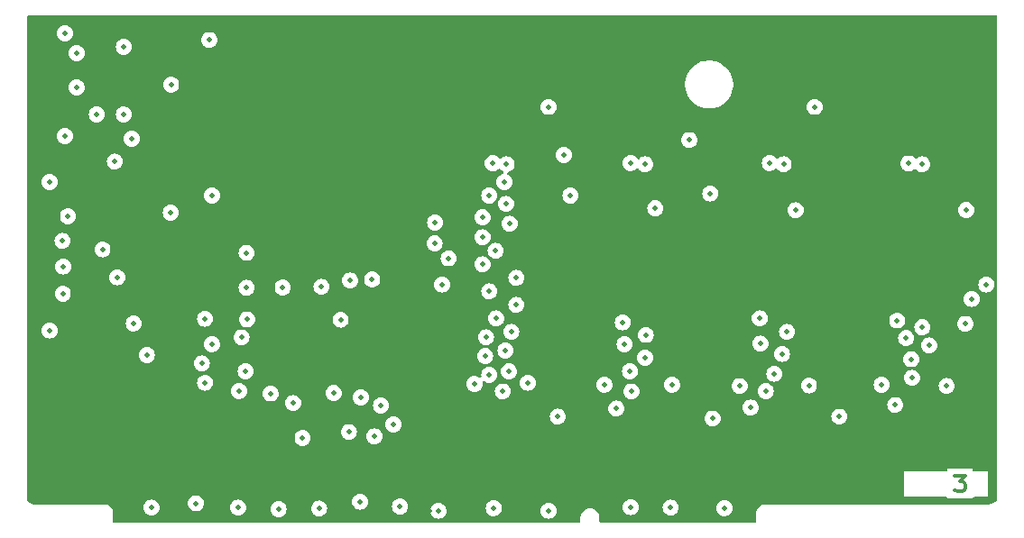
<source format=gbr>
%TF.GenerationSoftware,KiCad,Pcbnew,8.0.4*%
%TF.CreationDate,2024-08-30T15:48:32+02:00*%
%TF.ProjectId,sram,7372616d-2e6b-4696-9361-645f70636258,rev?*%
%TF.SameCoordinates,Original*%
%TF.FileFunction,Copper,L3,Inr*%
%TF.FilePolarity,Positive*%
%FSLAX46Y46*%
G04 Gerber Fmt 4.6, Leading zero omitted, Abs format (unit mm)*
G04 Created by KiCad (PCBNEW 8.0.4) date 2024-08-30 15:48:32*
%MOMM*%
%LPD*%
G01*
G04 APERTURE LIST*
%ADD10C,0.300000*%
%TA.AperFunction,NonConductor*%
%ADD11C,0.300000*%
%TD*%
%TA.AperFunction,ViaPad*%
%ADD12C,0.500000*%
%TD*%
G04 APERTURE END LIST*
D10*
D11*
X226534685Y-101229008D02*
X227587066Y-101229008D01*
X227587066Y-101229008D02*
X227020399Y-101800437D01*
X227020399Y-101800437D02*
X227263256Y-101800437D01*
X227263256Y-101800437D02*
X227425161Y-101871865D01*
X227425161Y-101871865D02*
X227506113Y-101943294D01*
X227506113Y-101943294D02*
X227587066Y-102086151D01*
X227587066Y-102086151D02*
X227587066Y-102443294D01*
X227587066Y-102443294D02*
X227506113Y-102586151D01*
X227506113Y-102586151D02*
X227425161Y-102657580D01*
X227425161Y-102657580D02*
X227263256Y-102729008D01*
X227263256Y-102729008D02*
X226777542Y-102729008D01*
X226777542Y-102729008D02*
X226615637Y-102657580D01*
X226615637Y-102657580D02*
X226534685Y-102586151D01*
D12*
%TO.N,+5V*%
X188000000Y-72000000D03*
X179575000Y-71900000D03*
X154050000Y-74295000D03*
X162100000Y-104350000D03*
X172614815Y-86465185D03*
X192600000Y-71925000D03*
X205700000Y-71925000D03*
X201000000Y-72000000D03*
X202600000Y-104300000D03*
X164100000Y-97450000D03*
X218600000Y-72450000D03*
X153650000Y-59055000D03*
X189900000Y-104300000D03*
X177300000Y-104550000D03*
X193040000Y-66600000D03*
X195100000Y-104300000D03*
X226695000Y-70485000D03*
X214000000Y-72000000D03*
X218150000Y-66600000D03*
X169950000Y-104200000D03*
X154675465Y-102710160D03*
X165297835Y-83525313D03*
X184700000Y-104500000D03*
%TO.N,Cache_A17*%
X184297338Y-73660000D03*
%TO.N,Cache_A15*%
X184452736Y-75717805D03*
%TO.N,Cache_A10*%
X184785000Y-77587500D03*
%TO.N,Cache_A9*%
X182245000Y-78857500D03*
%TO.N,Cache_A8*%
X183475000Y-80127500D03*
%TO.N,Cache_A7*%
X182245000Y-81397500D03*
%TO.N,Cache_A6*%
X185420000Y-82667500D03*
%TO.N,Cache_A5*%
X182880000Y-83937500D03*
%TO.N,Cache_A4*%
X185420000Y-85207500D03*
%TO.N,Cache_A13*%
X178435000Y-83300000D03*
%TO.N,Cache_A14*%
X179070000Y-80825000D03*
%TO.N,CPU_D0*%
X222000000Y-88325000D03*
%TO.N,CPU_D2*%
X220980000Y-94615000D03*
%TO.N,CPU_D1*%
X222460169Y-90306231D03*
%TO.N,CPU_D3*%
X215732500Y-95717500D03*
%TO.N,CPU_A4*%
X162359074Y-93526855D03*
X150745000Y-89920000D03*
%TO.N,GND*%
X188450000Y-104550000D03*
X199900000Y-104250000D03*
X223500000Y-72000000D03*
X210500000Y-72000000D03*
X225794233Y-92819184D03*
X222225000Y-71925000D03*
X141605000Y-73660000D03*
X148590000Y-60960000D03*
X155350000Y-103850000D03*
X170750000Y-103700000D03*
X184500000Y-72000000D03*
X219710000Y-92710000D03*
X151175000Y-104250000D03*
X165360488Y-97712298D03*
X196150000Y-104200000D03*
X204950000Y-104300000D03*
X156600000Y-60325000D03*
X213400000Y-66600000D03*
X200025000Y-92710000D03*
X193675000Y-92710000D03*
X174500000Y-104150000D03*
X181497913Y-92628747D03*
X149509703Y-86945602D03*
X141621681Y-87611806D03*
X163500000Y-83576774D03*
X183200000Y-71900000D03*
X212870501Y-92769051D03*
X209200000Y-71875000D03*
X196150000Y-71875000D03*
X169700000Y-97155000D03*
X159300000Y-104250000D03*
X163100000Y-104400000D03*
X142850000Y-84150000D03*
X197500000Y-72000000D03*
X206375000Y-92839545D03*
X166900000Y-104350000D03*
X152987585Y-76530000D03*
X188425000Y-66600000D03*
X168923713Y-86594521D03*
X156845000Y-74930000D03*
X183300000Y-104300000D03*
X186507111Y-92527800D03*
X143050000Y-59690000D03*
X178100000Y-104550000D03*
%TO.N,CPU_D4*%
X222546404Y-92055562D03*
%TO.N,CPU_D5*%
X224155000Y-89017500D03*
%TO.N,CPU_D6*%
X223511411Y-87314026D03*
%TO.N,CPU_D7*%
X221159539Y-86666525D03*
%TO.N,CPU_D8*%
X208319342Y-88846402D03*
%TO.N,CPU_D9*%
X209625181Y-91679826D03*
%TO.N,CPU_D10*%
X207399766Y-94850235D03*
%TO.N,CPU_D11*%
X203835000Y-95885000D03*
%TO.N,CPU_D12*%
X208820324Y-93305965D03*
%TO.N,CPU_D13*%
X210339697Y-89815515D03*
%TO.N,CPU_D14*%
X210820000Y-87747500D03*
%TO.N,CPU_D15*%
X208257692Y-86474851D03*
%TO.N,CPU_D16*%
X195580000Y-88900000D03*
%TO.N,CPU_D17*%
X196075000Y-91440000D03*
%TO.N,CPU_D18*%
X194800655Y-94949346D03*
%TO.N,CPU_D19*%
X189302500Y-95715000D03*
%TO.N,CPU_D20*%
X196215000Y-93345000D03*
%TO.N,CPU_D21*%
X197485000Y-90170000D03*
%TO.N,CPU_D22*%
X197552512Y-88021029D03*
%TO.N,CPU_D23*%
X195401600Y-86844235D03*
%TO.N,CPU_D24*%
X182561048Y-88252171D03*
%TO.N,CPU_D25*%
X182484853Y-90022033D03*
%TO.N,CPU_D26*%
X182880000Y-91779577D03*
%TO.N,CPU_D27*%
X184150000Y-93345000D03*
%TO.N,CPU_D28*%
X184726953Y-91459277D03*
%TO.N,CPU_D29*%
X184403650Y-89490823D03*
%TO.N,CPU_D30*%
X184950000Y-87747500D03*
%TO.N,CPU_D31*%
X183515000Y-86477500D03*
%TO.N,CPU_A17*%
X171885541Y-82823552D03*
X144145000Y-61550000D03*
%TO.N,CPU_A13*%
X147955000Y-82617500D03*
X155895753Y-90700960D03*
%TO.N,CPU_A15*%
X167135818Y-83512530D03*
X144145000Y-64770000D03*
%TO.N,CPU_A14*%
X156212500Y-92512500D03*
X143350000Y-76875000D03*
%TO.N,CPU_A16*%
X153010934Y-64510934D03*
X169815000Y-82915000D03*
%TO.N,CPU_A12*%
X156845000Y-88900000D03*
X143050000Y-69350000D03*
%TO.N,CPU_A11*%
X156210000Y-86500000D03*
X146050000Y-67310000D03*
%TO.N,CPU_A10*%
X159625000Y-88265000D03*
X148590000Y-67310000D03*
%TO.N,CPU_A9*%
X149325000Y-69587675D03*
X160150000Y-86575000D03*
%TO.N,CPU_A8*%
X147739708Y-71750000D03*
X160020000Y-91440000D03*
%TO.N,CPU_A7*%
X159391784Y-93301289D03*
X146573994Y-79986443D03*
%TO.N,CPU_A6*%
X142825000Y-79200000D03*
X164465000Y-94430266D03*
%TO.N,CPU_A5*%
X172100000Y-97568876D03*
X142900000Y-81600000D03*
%TO.N,Cache_A12*%
X177743384Y-79431616D03*
%TO.N,Cache_A11*%
X177800000Y-77470000D03*
%TO.N,TAG_WE*%
X160100000Y-80314091D03*
X160100000Y-83600000D03*
%TO.N,Cache_A16*%
X182245000Y-76975000D03*
%TO.N,CWE0*%
X227625000Y-76298723D03*
X168275000Y-93487331D03*
%TO.N,CWE1*%
X211625000Y-76317500D03*
X201650000Y-69725000D03*
X170815000Y-93903448D03*
X203620222Y-74737830D03*
%TO.N,CWE2*%
X198456473Y-76127673D03*
X172708257Y-94647906D03*
X190500000Y-74930000D03*
X189865000Y-71120000D03*
%TO.N,CWE3*%
X173887825Y-96446684D03*
X182880000Y-74930000D03*
%TO.N,COEB*%
X229532223Y-83300000D03*
%TO.N,CCSB*%
X228151560Y-84641560D03*
%TO.N,CA3BA2*%
X227550000Y-86995000D03*
%TD*%
%TA.AperFunction,Conductor*%
%TO.N,+5V*%
G36*
X230478039Y-58019685D02*
G01*
X230523794Y-58072489D01*
X230535000Y-58124000D01*
X230535000Y-83288846D01*
X230533503Y-83293941D01*
X230535000Y-83311153D01*
X230535000Y-103517465D01*
X230515315Y-103584504D01*
X230490706Y-103612454D01*
X230375069Y-103709485D01*
X230357363Y-103721883D01*
X230161198Y-103835140D01*
X230141609Y-103844275D01*
X229928746Y-103921751D01*
X229907867Y-103927345D01*
X229683456Y-103966914D01*
X229664626Y-103968769D01*
X229551328Y-103971238D01*
X229548634Y-103971267D01*
X212010000Y-103972396D01*
X208735835Y-103972396D01*
X208647031Y-103973667D01*
X208473419Y-104011068D01*
X208312476Y-104086168D01*
X208172284Y-104195194D01*
X208172282Y-104195197D01*
X208059865Y-104332686D01*
X208022671Y-104407571D01*
X207980862Y-104491747D01*
X207939234Y-104664399D01*
X207939233Y-104664405D01*
X207935854Y-104753157D01*
X207935469Y-105531062D01*
X207915751Y-105598091D01*
X207862925Y-105643820D01*
X207811469Y-105655000D01*
X193339585Y-105655000D01*
X193272546Y-105635315D01*
X193226791Y-105582511D01*
X193215585Y-105531000D01*
X193215585Y-105232407D01*
X193214169Y-105178218D01*
X193213119Y-105138019D01*
X193188222Y-105020890D01*
X193173875Y-104953391D01*
X193173873Y-104953386D01*
X193152441Y-104905249D01*
X193097102Y-104780956D01*
X193097099Y-104780952D01*
X193097099Y-104780951D01*
X193012423Y-104664405D01*
X192986156Y-104628251D01*
X192845885Y-104501951D01*
X192682419Y-104407574D01*
X192682413Y-104407571D01*
X192502907Y-104349247D01*
X192502904Y-104349246D01*
X192315185Y-104329516D01*
X192127466Y-104349246D01*
X192127463Y-104349246D01*
X192127462Y-104349247D01*
X191947956Y-104407571D01*
X191947950Y-104407574D01*
X191784486Y-104501950D01*
X191644214Y-104628250D01*
X191644213Y-104628252D01*
X191533270Y-104780951D01*
X191533268Y-104780956D01*
X191456496Y-104953386D01*
X191456494Y-104953391D01*
X191417252Y-105138008D01*
X191417251Y-105138017D01*
X191416200Y-105178218D01*
X191410185Y-105196882D01*
X191410185Y-105531000D01*
X191390500Y-105598039D01*
X191337696Y-105643794D01*
X191286185Y-105655000D01*
X147693066Y-105655000D01*
X147626027Y-105635315D01*
X147580272Y-105582511D01*
X147569068Y-105531782D01*
X147566599Y-105140476D01*
X147564032Y-104733517D01*
X147561812Y-104648056D01*
X147523712Y-104481433D01*
X147449447Y-104327487D01*
X147387528Y-104249997D01*
X150419751Y-104249997D01*
X150419751Y-104250002D01*
X150438685Y-104418056D01*
X150494545Y-104577694D01*
X150494547Y-104577697D01*
X150584518Y-104720884D01*
X150584523Y-104720890D01*
X150704109Y-104840476D01*
X150704115Y-104840481D01*
X150847302Y-104930452D01*
X150847305Y-104930454D01*
X150847309Y-104930455D01*
X150847310Y-104930456D01*
X150875946Y-104940476D01*
X151006943Y-104986314D01*
X151174997Y-105005249D01*
X151175000Y-105005249D01*
X151175003Y-105005249D01*
X151343056Y-104986314D01*
X151359809Y-104980452D01*
X151502690Y-104930456D01*
X151502692Y-104930454D01*
X151502694Y-104930454D01*
X151502697Y-104930452D01*
X151645884Y-104840481D01*
X151645885Y-104840480D01*
X151645890Y-104840477D01*
X151765477Y-104720890D01*
X151792622Y-104677690D01*
X151855452Y-104577697D01*
X151855454Y-104577694D01*
X151855454Y-104577692D01*
X151855456Y-104577690D01*
X151911313Y-104418059D01*
X151911313Y-104418058D01*
X151911314Y-104418056D01*
X151930249Y-104250002D01*
X151930249Y-104249997D01*
X151911314Y-104081943D01*
X151872587Y-103971267D01*
X151855456Y-103922310D01*
X151855455Y-103922309D01*
X151855454Y-103922305D01*
X151855452Y-103922302D01*
X151810019Y-103849997D01*
X154594751Y-103849997D01*
X154594751Y-103850002D01*
X154613685Y-104018056D01*
X154669545Y-104177694D01*
X154669547Y-104177697D01*
X154759518Y-104320884D01*
X154759523Y-104320890D01*
X154879109Y-104440476D01*
X154879115Y-104440481D01*
X155022302Y-104530452D01*
X155022305Y-104530454D01*
X155022309Y-104530455D01*
X155022310Y-104530456D01*
X155078155Y-104549997D01*
X155181943Y-104586314D01*
X155349997Y-104605249D01*
X155350000Y-104605249D01*
X155350003Y-104605249D01*
X155518056Y-104586314D01*
X155542682Y-104577697D01*
X155677690Y-104530456D01*
X155677692Y-104530454D01*
X155677694Y-104530454D01*
X155677697Y-104530452D01*
X155820884Y-104440481D01*
X155820885Y-104440480D01*
X155820890Y-104440477D01*
X155940477Y-104320890D01*
X155953605Y-104299997D01*
X155985022Y-104249997D01*
X158544751Y-104249997D01*
X158544751Y-104250002D01*
X158563685Y-104418056D01*
X158619545Y-104577694D01*
X158619547Y-104577697D01*
X158709518Y-104720884D01*
X158709523Y-104720890D01*
X158829109Y-104840476D01*
X158829115Y-104840481D01*
X158972302Y-104930452D01*
X158972305Y-104930454D01*
X158972309Y-104930455D01*
X158972310Y-104930456D01*
X159000946Y-104940476D01*
X159131943Y-104986314D01*
X159299997Y-105005249D01*
X159300000Y-105005249D01*
X159300003Y-105005249D01*
X159468056Y-104986314D01*
X159484809Y-104980452D01*
X159627690Y-104930456D01*
X159627692Y-104930454D01*
X159627694Y-104930454D01*
X159627697Y-104930452D01*
X159770884Y-104840481D01*
X159770885Y-104840480D01*
X159770890Y-104840477D01*
X159890477Y-104720890D01*
X159917622Y-104677690D01*
X159980452Y-104577697D01*
X159980454Y-104577694D01*
X159980454Y-104577692D01*
X159980456Y-104577690D01*
X160036313Y-104418059D01*
X160036313Y-104418058D01*
X160036314Y-104418056D01*
X160038349Y-104399997D01*
X162344751Y-104399997D01*
X162344751Y-104400002D01*
X162363685Y-104568056D01*
X162419545Y-104727694D01*
X162419547Y-104727697D01*
X162509518Y-104870884D01*
X162509523Y-104870890D01*
X162629109Y-104990476D01*
X162629115Y-104990481D01*
X162772302Y-105080452D01*
X162772305Y-105080454D01*
X162772309Y-105080455D01*
X162772310Y-105080456D01*
X162843165Y-105105249D01*
X162931943Y-105136314D01*
X163099997Y-105155249D01*
X163100000Y-105155249D01*
X163100003Y-105155249D01*
X163268056Y-105136314D01*
X163268059Y-105136313D01*
X163427690Y-105080456D01*
X163427692Y-105080454D01*
X163427694Y-105080454D01*
X163427697Y-105080452D01*
X163570884Y-104990481D01*
X163570885Y-104990480D01*
X163570890Y-104990477D01*
X163690477Y-104870890D01*
X163690481Y-104870884D01*
X163780452Y-104727697D01*
X163780454Y-104727694D01*
X163780454Y-104727692D01*
X163780456Y-104727690D01*
X163836313Y-104568059D01*
X163836313Y-104568058D01*
X163836314Y-104568056D01*
X163855249Y-104400002D01*
X163855249Y-104399997D01*
X163849615Y-104349997D01*
X166144751Y-104349997D01*
X166144751Y-104350002D01*
X166163685Y-104518056D01*
X166219545Y-104677694D01*
X166219547Y-104677697D01*
X166309518Y-104820884D01*
X166309523Y-104820890D01*
X166429109Y-104940476D01*
X166429115Y-104940481D01*
X166572302Y-105030452D01*
X166572305Y-105030454D01*
X166572309Y-105030455D01*
X166572310Y-105030456D01*
X166643165Y-105055249D01*
X166731943Y-105086314D01*
X166899997Y-105105249D01*
X166900000Y-105105249D01*
X166900003Y-105105249D01*
X167068056Y-105086314D01*
X167084809Y-105080452D01*
X167227690Y-105030456D01*
X167227692Y-105030454D01*
X167227694Y-105030454D01*
X167227697Y-105030452D01*
X167370884Y-104940481D01*
X167370885Y-104940480D01*
X167370890Y-104940477D01*
X167490477Y-104820890D01*
X167490481Y-104820884D01*
X167580452Y-104677697D01*
X167580454Y-104677694D01*
X167580454Y-104677692D01*
X167580456Y-104677690D01*
X167636313Y-104518059D01*
X167636313Y-104518058D01*
X167636314Y-104518056D01*
X167655249Y-104350002D01*
X167655249Y-104349997D01*
X167636314Y-104181943D01*
X167597949Y-104072302D01*
X167580456Y-104022310D01*
X167580455Y-104022309D01*
X167580454Y-104022305D01*
X167580452Y-104022302D01*
X167490481Y-103879115D01*
X167490476Y-103879109D01*
X167370890Y-103759523D01*
X167370884Y-103759518D01*
X167276158Y-103699997D01*
X169994751Y-103699997D01*
X169994751Y-103700002D01*
X170013685Y-103868056D01*
X170069545Y-104027694D01*
X170069547Y-104027697D01*
X170159518Y-104170884D01*
X170159523Y-104170890D01*
X170279109Y-104290476D01*
X170279115Y-104290481D01*
X170422302Y-104380452D01*
X170422305Y-104380454D01*
X170422309Y-104380455D01*
X170422310Y-104380456D01*
X170426560Y-104381943D01*
X170581943Y-104436314D01*
X170749997Y-104455249D01*
X170750000Y-104455249D01*
X170750003Y-104455249D01*
X170918056Y-104436314D01*
X170970226Y-104418059D01*
X171077690Y-104380456D01*
X171077692Y-104380454D01*
X171077694Y-104380454D01*
X171077697Y-104380452D01*
X171220884Y-104290481D01*
X171220885Y-104290480D01*
X171220890Y-104290477D01*
X171340477Y-104170890D01*
X171353605Y-104149997D01*
X173744751Y-104149997D01*
X173744751Y-104150002D01*
X173763685Y-104318056D01*
X173819545Y-104477694D01*
X173819547Y-104477697D01*
X173909518Y-104620884D01*
X173909523Y-104620890D01*
X174029109Y-104740476D01*
X174029115Y-104740481D01*
X174172302Y-104830452D01*
X174172305Y-104830454D01*
X174172309Y-104830455D01*
X174172310Y-104830456D01*
X174200946Y-104840476D01*
X174331943Y-104886314D01*
X174499997Y-104905249D01*
X174500000Y-104905249D01*
X174500003Y-104905249D01*
X174668056Y-104886314D01*
X174692682Y-104877697D01*
X174827690Y-104830456D01*
X174827692Y-104830454D01*
X174827694Y-104830454D01*
X174827697Y-104830452D01*
X174970884Y-104740481D01*
X174970885Y-104740480D01*
X174970890Y-104740477D01*
X175090477Y-104620890D01*
X175112203Y-104586314D01*
X175135023Y-104549997D01*
X177344751Y-104549997D01*
X177344751Y-104550002D01*
X177363685Y-104718056D01*
X177419545Y-104877694D01*
X177419547Y-104877697D01*
X177509518Y-105020884D01*
X177509523Y-105020890D01*
X177629109Y-105140476D01*
X177629115Y-105140481D01*
X177772302Y-105230452D01*
X177772305Y-105230454D01*
X177772309Y-105230455D01*
X177772310Y-105230456D01*
X177777886Y-105232407D01*
X177931943Y-105286314D01*
X178099997Y-105305249D01*
X178100000Y-105305249D01*
X178100003Y-105305249D01*
X178268056Y-105286314D01*
X178268059Y-105286313D01*
X178427690Y-105230456D01*
X178427692Y-105230454D01*
X178427694Y-105230454D01*
X178427697Y-105230452D01*
X178570884Y-105140481D01*
X178570885Y-105140480D01*
X178570890Y-105140477D01*
X178690477Y-105020890D01*
X178700305Y-105005249D01*
X178780452Y-104877697D01*
X178780454Y-104877694D01*
X178780454Y-104877692D01*
X178780456Y-104877690D01*
X178836313Y-104718059D01*
X178836313Y-104718058D01*
X178836314Y-104718056D01*
X178855249Y-104550002D01*
X178855249Y-104549997D01*
X178836314Y-104381943D01*
X178807640Y-104299997D01*
X182544751Y-104299997D01*
X182544751Y-104300002D01*
X182563685Y-104468056D01*
X182619545Y-104627694D01*
X182619547Y-104627697D01*
X182709518Y-104770884D01*
X182709523Y-104770890D01*
X182829109Y-104890476D01*
X182829115Y-104890481D01*
X182972302Y-104980452D01*
X182972305Y-104980454D01*
X182972309Y-104980455D01*
X182972310Y-104980456D01*
X183000946Y-104990476D01*
X183131943Y-105036314D01*
X183299997Y-105055249D01*
X183300000Y-105055249D01*
X183300003Y-105055249D01*
X183468056Y-105036314D01*
X183484809Y-105030452D01*
X183627690Y-104980456D01*
X183627692Y-104980454D01*
X183627694Y-104980454D01*
X183627697Y-104980452D01*
X183770884Y-104890481D01*
X183770885Y-104890480D01*
X183770890Y-104890477D01*
X183890477Y-104770890D01*
X183890481Y-104770884D01*
X183980452Y-104627697D01*
X183980454Y-104627694D01*
X183980454Y-104627692D01*
X183980456Y-104627690D01*
X184007642Y-104549997D01*
X187694751Y-104549997D01*
X187694751Y-104550002D01*
X187713685Y-104718056D01*
X187769545Y-104877694D01*
X187769547Y-104877697D01*
X187859518Y-105020884D01*
X187859523Y-105020890D01*
X187979109Y-105140476D01*
X187979115Y-105140481D01*
X188122302Y-105230452D01*
X188122305Y-105230454D01*
X188122309Y-105230455D01*
X188122310Y-105230456D01*
X188127886Y-105232407D01*
X188281943Y-105286314D01*
X188449997Y-105305249D01*
X188450000Y-105305249D01*
X188450003Y-105305249D01*
X188618056Y-105286314D01*
X188618059Y-105286313D01*
X188777690Y-105230456D01*
X188777692Y-105230454D01*
X188777694Y-105230454D01*
X188777697Y-105230452D01*
X188920884Y-105140481D01*
X188920885Y-105140480D01*
X188920890Y-105140477D01*
X189040477Y-105020890D01*
X189050305Y-105005249D01*
X189130452Y-104877697D01*
X189130454Y-104877694D01*
X189130454Y-104877692D01*
X189130456Y-104877690D01*
X189186313Y-104718059D01*
X189186313Y-104718058D01*
X189186314Y-104718056D01*
X189205249Y-104550002D01*
X189205249Y-104549997D01*
X189186314Y-104381943D01*
X189140144Y-104249997D01*
X189130456Y-104222310D01*
X189130455Y-104222309D01*
X189130454Y-104222305D01*
X189130452Y-104222302D01*
X189116437Y-104199997D01*
X195394751Y-104199997D01*
X195394751Y-104200002D01*
X195413685Y-104368056D01*
X195469545Y-104527694D01*
X195469547Y-104527697D01*
X195559518Y-104670884D01*
X195559523Y-104670890D01*
X195679109Y-104790476D01*
X195679115Y-104790481D01*
X195822302Y-104880452D01*
X195822305Y-104880454D01*
X195822309Y-104880455D01*
X195822310Y-104880456D01*
X195850946Y-104890476D01*
X195981943Y-104936314D01*
X196149997Y-104955249D01*
X196150000Y-104955249D01*
X196150003Y-104955249D01*
X196318056Y-104936314D01*
X196334809Y-104930452D01*
X196477690Y-104880456D01*
X196477692Y-104880454D01*
X196477694Y-104880454D01*
X196477697Y-104880452D01*
X196620884Y-104790481D01*
X196620885Y-104790480D01*
X196620890Y-104790477D01*
X196740477Y-104670890D01*
X196754825Y-104648056D01*
X196830452Y-104527697D01*
X196830454Y-104527694D01*
X196830454Y-104527692D01*
X196830456Y-104527690D01*
X196886313Y-104368059D01*
X196886313Y-104368058D01*
X196886314Y-104368056D01*
X196899616Y-104249997D01*
X199144751Y-104249997D01*
X199144751Y-104250002D01*
X199163685Y-104418056D01*
X199219545Y-104577694D01*
X199219547Y-104577697D01*
X199309518Y-104720884D01*
X199309523Y-104720890D01*
X199429109Y-104840476D01*
X199429115Y-104840481D01*
X199572302Y-104930452D01*
X199572305Y-104930454D01*
X199572309Y-104930455D01*
X199572310Y-104930456D01*
X199600946Y-104940476D01*
X199731943Y-104986314D01*
X199899997Y-105005249D01*
X199900000Y-105005249D01*
X199900003Y-105005249D01*
X200068056Y-104986314D01*
X200084809Y-104980452D01*
X200227690Y-104930456D01*
X200227692Y-104930454D01*
X200227694Y-104930454D01*
X200227697Y-104930452D01*
X200370884Y-104840481D01*
X200370885Y-104840480D01*
X200370890Y-104840477D01*
X200490477Y-104720890D01*
X200517622Y-104677690D01*
X200580452Y-104577697D01*
X200580454Y-104577694D01*
X200580454Y-104577692D01*
X200580456Y-104577690D01*
X200636313Y-104418059D01*
X200636313Y-104418058D01*
X200636314Y-104418056D01*
X200649616Y-104299997D01*
X204194751Y-104299997D01*
X204194751Y-104300002D01*
X204213685Y-104468056D01*
X204269545Y-104627694D01*
X204269547Y-104627697D01*
X204359518Y-104770884D01*
X204359523Y-104770890D01*
X204479109Y-104890476D01*
X204479115Y-104890481D01*
X204622302Y-104980452D01*
X204622305Y-104980454D01*
X204622309Y-104980455D01*
X204622310Y-104980456D01*
X204650946Y-104990476D01*
X204781943Y-105036314D01*
X204949997Y-105055249D01*
X204950000Y-105055249D01*
X204950003Y-105055249D01*
X205118056Y-105036314D01*
X205134809Y-105030452D01*
X205277690Y-104980456D01*
X205277692Y-104980454D01*
X205277694Y-104980454D01*
X205277697Y-104980452D01*
X205420884Y-104890481D01*
X205420885Y-104890480D01*
X205420890Y-104890477D01*
X205540477Y-104770890D01*
X205540481Y-104770884D01*
X205630452Y-104627697D01*
X205630454Y-104627694D01*
X205630454Y-104627692D01*
X205630456Y-104627690D01*
X205686313Y-104468059D01*
X205686313Y-104468058D01*
X205686314Y-104468056D01*
X205705249Y-104300002D01*
X205705249Y-104299997D01*
X205686314Y-104131943D01*
X205644018Y-104011068D01*
X205630456Y-103972310D01*
X205630455Y-103972309D01*
X205630454Y-103972305D01*
X205630452Y-103972302D01*
X205540481Y-103829115D01*
X205540476Y-103829109D01*
X205420890Y-103709523D01*
X205420884Y-103709518D01*
X205277697Y-103619547D01*
X205277694Y-103619545D01*
X205118056Y-103563685D01*
X204950003Y-103544751D01*
X204949997Y-103544751D01*
X204781943Y-103563685D01*
X204622305Y-103619545D01*
X204622302Y-103619547D01*
X204479115Y-103709518D01*
X204479109Y-103709523D01*
X204359523Y-103829109D01*
X204359518Y-103829115D01*
X204269547Y-103972302D01*
X204269545Y-103972305D01*
X204213685Y-104131943D01*
X204194751Y-104299997D01*
X200649616Y-104299997D01*
X200655249Y-104250002D01*
X200655249Y-104249997D01*
X200636314Y-104081943D01*
X200597587Y-103971267D01*
X200580456Y-103922310D01*
X200580455Y-103922309D01*
X200580454Y-103922305D01*
X200580452Y-103922302D01*
X200490481Y-103779115D01*
X200490476Y-103779109D01*
X200370890Y-103659523D01*
X200370884Y-103659518D01*
X200227697Y-103569547D01*
X200227694Y-103569545D01*
X200068056Y-103513685D01*
X199900003Y-103494751D01*
X199899997Y-103494751D01*
X199731943Y-103513685D01*
X199572305Y-103569545D01*
X199572302Y-103569547D01*
X199429115Y-103659518D01*
X199429109Y-103659523D01*
X199309523Y-103779109D01*
X199309518Y-103779115D01*
X199219547Y-103922302D01*
X199219545Y-103922305D01*
X199163685Y-104081943D01*
X199144751Y-104249997D01*
X196899616Y-104249997D01*
X196905249Y-104200002D01*
X196905249Y-104199997D01*
X196886314Y-104031943D01*
X196830454Y-103872305D01*
X196830452Y-103872302D01*
X196740481Y-103729115D01*
X196740476Y-103729109D01*
X196620890Y-103609523D01*
X196620884Y-103609518D01*
X196477697Y-103519547D01*
X196477694Y-103519545D01*
X196318056Y-103463685D01*
X196150003Y-103444751D01*
X196149997Y-103444751D01*
X195981943Y-103463685D01*
X195822305Y-103519545D01*
X195822302Y-103519547D01*
X195679115Y-103609518D01*
X195679109Y-103609523D01*
X195559523Y-103729109D01*
X195559518Y-103729115D01*
X195469547Y-103872302D01*
X195469545Y-103872305D01*
X195413685Y-104031943D01*
X195394751Y-104199997D01*
X189116437Y-104199997D01*
X189040481Y-104079115D01*
X189040476Y-104079109D01*
X188920890Y-103959523D01*
X188920884Y-103959518D01*
X188777697Y-103869547D01*
X188777694Y-103869545D01*
X188618056Y-103813685D01*
X188450003Y-103794751D01*
X188449997Y-103794751D01*
X188281943Y-103813685D01*
X188122305Y-103869545D01*
X188122302Y-103869547D01*
X187979115Y-103959518D01*
X187979109Y-103959523D01*
X187859523Y-104079109D01*
X187859518Y-104079115D01*
X187769547Y-104222302D01*
X187769545Y-104222305D01*
X187713685Y-104381943D01*
X187694751Y-104549997D01*
X184007642Y-104549997D01*
X184036313Y-104468059D01*
X184036313Y-104468058D01*
X184036314Y-104468056D01*
X184055249Y-104300002D01*
X184055249Y-104299997D01*
X184036314Y-104131943D01*
X183994018Y-104011068D01*
X183980456Y-103972310D01*
X183980455Y-103972309D01*
X183980454Y-103972305D01*
X183980452Y-103972302D01*
X183890481Y-103829115D01*
X183890476Y-103829109D01*
X183770890Y-103709523D01*
X183770884Y-103709518D01*
X183627697Y-103619547D01*
X183627694Y-103619545D01*
X183468056Y-103563685D01*
X183300003Y-103544751D01*
X183299997Y-103544751D01*
X183131943Y-103563685D01*
X182972305Y-103619545D01*
X182972302Y-103619547D01*
X182829115Y-103709518D01*
X182829109Y-103709523D01*
X182709523Y-103829109D01*
X182709518Y-103829115D01*
X182619547Y-103972302D01*
X182619545Y-103972305D01*
X182563685Y-104131943D01*
X182544751Y-104299997D01*
X178807640Y-104299997D01*
X178790144Y-104249997D01*
X178780456Y-104222310D01*
X178780455Y-104222309D01*
X178780454Y-104222305D01*
X178780452Y-104222302D01*
X178690481Y-104079115D01*
X178690476Y-104079109D01*
X178570890Y-103959523D01*
X178570884Y-103959518D01*
X178427697Y-103869547D01*
X178427694Y-103869545D01*
X178268056Y-103813685D01*
X178100003Y-103794751D01*
X178099997Y-103794751D01*
X177931943Y-103813685D01*
X177772305Y-103869545D01*
X177772302Y-103869547D01*
X177629115Y-103959518D01*
X177629109Y-103959523D01*
X177509523Y-104079109D01*
X177509518Y-104079115D01*
X177419547Y-104222302D01*
X177419545Y-104222305D01*
X177363685Y-104381943D01*
X177344751Y-104549997D01*
X175135023Y-104549997D01*
X175180452Y-104477697D01*
X175180454Y-104477694D01*
X175180454Y-104477692D01*
X175180456Y-104477690D01*
X175236313Y-104318059D01*
X175236313Y-104318058D01*
X175236314Y-104318056D01*
X175255249Y-104150002D01*
X175255249Y-104149997D01*
X175236314Y-103981943D01*
X175180454Y-103822305D01*
X175180452Y-103822302D01*
X175090481Y-103679115D01*
X175090476Y-103679109D01*
X174970890Y-103559523D01*
X174970884Y-103559518D01*
X174827697Y-103469547D01*
X174827694Y-103469545D01*
X174668056Y-103413685D01*
X174500003Y-103394751D01*
X174499997Y-103394751D01*
X174331943Y-103413685D01*
X174172305Y-103469545D01*
X174172302Y-103469547D01*
X174029115Y-103559518D01*
X174029109Y-103559523D01*
X173909523Y-103679109D01*
X173909518Y-103679115D01*
X173819547Y-103822302D01*
X173819545Y-103822305D01*
X173763685Y-103981943D01*
X173744751Y-104149997D01*
X171353605Y-104149997D01*
X171364949Y-104131943D01*
X171430452Y-104027697D01*
X171430454Y-104027694D01*
X171430454Y-104027692D01*
X171430456Y-104027690D01*
X171486313Y-103868059D01*
X171486313Y-103868058D01*
X171486314Y-103868056D01*
X171505249Y-103700002D01*
X171505249Y-103699997D01*
X171486314Y-103531943D01*
X171430454Y-103372305D01*
X171430452Y-103372302D01*
X171340481Y-103229115D01*
X171340476Y-103229109D01*
X171220890Y-103109523D01*
X171220884Y-103109518D01*
X171077697Y-103019547D01*
X171077694Y-103019545D01*
X170918056Y-102963685D01*
X170750003Y-102944751D01*
X170749997Y-102944751D01*
X170581943Y-102963685D01*
X170422305Y-103019545D01*
X170422302Y-103019547D01*
X170279115Y-103109518D01*
X170279109Y-103109523D01*
X170159523Y-103229109D01*
X170159518Y-103229115D01*
X170069547Y-103372302D01*
X170069545Y-103372305D01*
X170013685Y-103531943D01*
X169994751Y-103699997D01*
X167276158Y-103699997D01*
X167227697Y-103669547D01*
X167227694Y-103669545D01*
X167068056Y-103613685D01*
X166900003Y-103594751D01*
X166899997Y-103594751D01*
X166731943Y-103613685D01*
X166572305Y-103669545D01*
X166572302Y-103669547D01*
X166429115Y-103759518D01*
X166429109Y-103759523D01*
X166309523Y-103879109D01*
X166309518Y-103879115D01*
X166219547Y-104022302D01*
X166219545Y-104022305D01*
X166163685Y-104181943D01*
X166144751Y-104349997D01*
X163849615Y-104349997D01*
X163836314Y-104231943D01*
X163785305Y-104086168D01*
X163780456Y-104072310D01*
X163780455Y-104072309D01*
X163780454Y-104072305D01*
X163780452Y-104072302D01*
X163690481Y-103929115D01*
X163690476Y-103929109D01*
X163570890Y-103809523D01*
X163570884Y-103809518D01*
X163427697Y-103719547D01*
X163427694Y-103719545D01*
X163268056Y-103663685D01*
X163100003Y-103644751D01*
X163099997Y-103644751D01*
X162931943Y-103663685D01*
X162772305Y-103719545D01*
X162772302Y-103719547D01*
X162629115Y-103809518D01*
X162629109Y-103809523D01*
X162509523Y-103929109D01*
X162509518Y-103929115D01*
X162419547Y-104072302D01*
X162419545Y-104072305D01*
X162363685Y-104231943D01*
X162344751Y-104399997D01*
X160038349Y-104399997D01*
X160055249Y-104250002D01*
X160055249Y-104249997D01*
X160036314Y-104081943D01*
X159997587Y-103971267D01*
X159980456Y-103922310D01*
X159980455Y-103922309D01*
X159980454Y-103922305D01*
X159980452Y-103922302D01*
X159890481Y-103779115D01*
X159890476Y-103779109D01*
X159770890Y-103659523D01*
X159770884Y-103659518D01*
X159627697Y-103569547D01*
X159627694Y-103569545D01*
X159468056Y-103513685D01*
X159300003Y-103494751D01*
X159299997Y-103494751D01*
X159131943Y-103513685D01*
X158972305Y-103569545D01*
X158972302Y-103569547D01*
X158829115Y-103659518D01*
X158829109Y-103659523D01*
X158709523Y-103779109D01*
X158709518Y-103779115D01*
X158619547Y-103922302D01*
X158619545Y-103922305D01*
X158563685Y-104081943D01*
X158544751Y-104249997D01*
X155985022Y-104249997D01*
X156030452Y-104177697D01*
X156030454Y-104177694D01*
X156030454Y-104177692D01*
X156030456Y-104177690D01*
X156086313Y-104018059D01*
X156086313Y-104018058D01*
X156086314Y-104018056D01*
X156105249Y-103850002D01*
X156105249Y-103849997D01*
X156086314Y-103681943D01*
X156055804Y-103594751D01*
X156030456Y-103522310D01*
X156030455Y-103522309D01*
X156030454Y-103522305D01*
X156030452Y-103522302D01*
X155940481Y-103379115D01*
X155940476Y-103379109D01*
X155820890Y-103259523D01*
X155820884Y-103259518D01*
X155677697Y-103169547D01*
X155677694Y-103169545D01*
X155518056Y-103113685D01*
X155350003Y-103094751D01*
X155349997Y-103094751D01*
X155181943Y-103113685D01*
X155022305Y-103169545D01*
X155022302Y-103169547D01*
X154879115Y-103259518D01*
X154879109Y-103259523D01*
X154759523Y-103379109D01*
X154759518Y-103379115D01*
X154669547Y-103522302D01*
X154669545Y-103522305D01*
X154613685Y-103681943D01*
X154594751Y-103849997D01*
X151810019Y-103849997D01*
X151765481Y-103779115D01*
X151765476Y-103779109D01*
X151645890Y-103659523D01*
X151645884Y-103659518D01*
X151502697Y-103569547D01*
X151502694Y-103569545D01*
X151343056Y-103513685D01*
X151175003Y-103494751D01*
X151174997Y-103494751D01*
X151006943Y-103513685D01*
X150847305Y-103569545D01*
X150847302Y-103569547D01*
X150704115Y-103659518D01*
X150704109Y-103659523D01*
X150584523Y-103779109D01*
X150584518Y-103779115D01*
X150494547Y-103922302D01*
X150494545Y-103922305D01*
X150438685Y-104081943D01*
X150419751Y-104249997D01*
X147387528Y-104249997D01*
X147343739Y-104195196D01*
X147342750Y-104193958D01*
X147208984Y-104087557D01*
X147208985Y-104087557D01*
X147208983Y-104087556D01*
X147208980Y-104087554D01*
X147208976Y-104087552D01*
X147054879Y-104013633D01*
X147054869Y-104013629D01*
X146888163Y-103975900D01*
X146888169Y-103975900D01*
X146852339Y-103975045D01*
X146848694Y-103973879D01*
X143634014Y-103972474D01*
X143453288Y-103972396D01*
X143453269Y-103972396D01*
X143453146Y-103972396D01*
X140431480Y-103981260D01*
X140428573Y-103981235D01*
X140315444Y-103978914D01*
X140296455Y-103977056D01*
X140072093Y-103937496D01*
X140051214Y-103931902D01*
X139838325Y-103854416D01*
X139818736Y-103845281D01*
X139622544Y-103732009D01*
X139604838Y-103719611D01*
X139544294Y-103668808D01*
X139505592Y-103610636D01*
X139500000Y-103573819D01*
X139500000Y-100885996D01*
X221817841Y-100885996D01*
X221821857Y-103236141D01*
X225753890Y-103244497D01*
X225820887Y-103264324D01*
X225866530Y-103317225D01*
X225877626Y-103368497D01*
X225877626Y-103385148D01*
X228245054Y-103385148D01*
X228245054Y-103374056D01*
X228264739Y-103307017D01*
X228317543Y-103261262D01*
X228369317Y-103250056D01*
X229653235Y-103252785D01*
X229653235Y-100885996D01*
X228369054Y-100885996D01*
X228302015Y-100866311D01*
X228256260Y-100813507D01*
X228245054Y-100761996D01*
X228245054Y-100573385D01*
X225877626Y-100573385D01*
X225877626Y-100761996D01*
X225857941Y-100829035D01*
X225805137Y-100874790D01*
X225753626Y-100885996D01*
X221817841Y-100885996D01*
X139500000Y-100885996D01*
X139500000Y-97712295D01*
X164605239Y-97712295D01*
X164605239Y-97712300D01*
X164624173Y-97880354D01*
X164680033Y-98039992D01*
X164680035Y-98039995D01*
X164770006Y-98183182D01*
X164770011Y-98183188D01*
X164889597Y-98302774D01*
X164889603Y-98302779D01*
X165032790Y-98392750D01*
X165032793Y-98392752D01*
X165032797Y-98392753D01*
X165032798Y-98392754D01*
X165105401Y-98418158D01*
X165192431Y-98448612D01*
X165360485Y-98467547D01*
X165360488Y-98467547D01*
X165360491Y-98467547D01*
X165528544Y-98448612D01*
X165528547Y-98448611D01*
X165688178Y-98392754D01*
X165688180Y-98392752D01*
X165688182Y-98392752D01*
X165688185Y-98392750D01*
X165831372Y-98302779D01*
X165831373Y-98302778D01*
X165831378Y-98302775D01*
X165950965Y-98183188D01*
X166040940Y-98039995D01*
X166040942Y-98039992D01*
X166040942Y-98039990D01*
X166040944Y-98039988D01*
X166096801Y-97880357D01*
X166096801Y-97880356D01*
X166096802Y-97880354D01*
X166115737Y-97712300D01*
X166115737Y-97712295D01*
X166096802Y-97544241D01*
X166040942Y-97384603D01*
X166040940Y-97384600D01*
X165950969Y-97241413D01*
X165950964Y-97241407D01*
X165864554Y-97154997D01*
X168944751Y-97154997D01*
X168944751Y-97155002D01*
X168963685Y-97323056D01*
X169019545Y-97482694D01*
X169019547Y-97482697D01*
X169109518Y-97625884D01*
X169109523Y-97625890D01*
X169229109Y-97745476D01*
X169229115Y-97745481D01*
X169372302Y-97835452D01*
X169372305Y-97835454D01*
X169372309Y-97835455D01*
X169372310Y-97835456D01*
X169444913Y-97860860D01*
X169531943Y-97891314D01*
X169699997Y-97910249D01*
X169700000Y-97910249D01*
X169700003Y-97910249D01*
X169868056Y-97891314D01*
X169868059Y-97891313D01*
X170027690Y-97835456D01*
X170027692Y-97835454D01*
X170027694Y-97835454D01*
X170027697Y-97835452D01*
X170170884Y-97745481D01*
X170170885Y-97745480D01*
X170170890Y-97745477D01*
X170290477Y-97625890D01*
X170290481Y-97625884D01*
X170326304Y-97568873D01*
X171344751Y-97568873D01*
X171344751Y-97568878D01*
X171363685Y-97736932D01*
X171419545Y-97896570D01*
X171419547Y-97896573D01*
X171509518Y-98039760D01*
X171509523Y-98039766D01*
X171629109Y-98159352D01*
X171629115Y-98159357D01*
X171772302Y-98249328D01*
X171772305Y-98249330D01*
X171772309Y-98249331D01*
X171772310Y-98249332D01*
X171844913Y-98274736D01*
X171931943Y-98305190D01*
X172099997Y-98324125D01*
X172100000Y-98324125D01*
X172100003Y-98324125D01*
X172268056Y-98305190D01*
X172274961Y-98302774D01*
X172427690Y-98249332D01*
X172427692Y-98249330D01*
X172427694Y-98249330D01*
X172427697Y-98249328D01*
X172570884Y-98159357D01*
X172570885Y-98159356D01*
X172570890Y-98159353D01*
X172690477Y-98039766D01*
X172690481Y-98039760D01*
X172780452Y-97896573D01*
X172780454Y-97896570D01*
X172780454Y-97896568D01*
X172780456Y-97896566D01*
X172836313Y-97736935D01*
X172836313Y-97736934D01*
X172836314Y-97736932D01*
X172855249Y-97568878D01*
X172855249Y-97568873D01*
X172836314Y-97400819D01*
X172780535Y-97241413D01*
X172780456Y-97241186D01*
X172780455Y-97241185D01*
X172780454Y-97241181D01*
X172780452Y-97241178D01*
X172690481Y-97097991D01*
X172690476Y-97097985D01*
X172570890Y-96978399D01*
X172570884Y-96978394D01*
X172427697Y-96888423D01*
X172427694Y-96888421D01*
X172268056Y-96832561D01*
X172100003Y-96813627D01*
X172099997Y-96813627D01*
X171931943Y-96832561D01*
X171772305Y-96888421D01*
X171772302Y-96888423D01*
X171629115Y-96978394D01*
X171629109Y-96978399D01*
X171509523Y-97097985D01*
X171509518Y-97097991D01*
X171419547Y-97241178D01*
X171419545Y-97241181D01*
X171363685Y-97400819D01*
X171344751Y-97568873D01*
X170326304Y-97568873D01*
X170380452Y-97482697D01*
X170380454Y-97482694D01*
X170380454Y-97482692D01*
X170380456Y-97482690D01*
X170436313Y-97323059D01*
X170436313Y-97323058D01*
X170436314Y-97323056D01*
X170455249Y-97155002D01*
X170455249Y-97154997D01*
X170436314Y-96986943D01*
X170380454Y-96827305D01*
X170380452Y-96827302D01*
X170290481Y-96684115D01*
X170290476Y-96684109D01*
X170170890Y-96564523D01*
X170170884Y-96564518D01*
X170027697Y-96474547D01*
X170027694Y-96474545D01*
X169948064Y-96446681D01*
X173132576Y-96446681D01*
X173132576Y-96446686D01*
X173151510Y-96614740D01*
X173207370Y-96774378D01*
X173207372Y-96774381D01*
X173297343Y-96917568D01*
X173297348Y-96917574D01*
X173416934Y-97037160D01*
X173416940Y-97037165D01*
X173560127Y-97127136D01*
X173560130Y-97127138D01*
X173560134Y-97127139D01*
X173560135Y-97127140D01*
X173632738Y-97152544D01*
X173719768Y-97182998D01*
X173887822Y-97201933D01*
X173887825Y-97201933D01*
X173887828Y-97201933D01*
X174055881Y-97182998D01*
X174055884Y-97182997D01*
X174215515Y-97127140D01*
X174215517Y-97127138D01*
X174215519Y-97127138D01*
X174215522Y-97127136D01*
X174358709Y-97037165D01*
X174358710Y-97037164D01*
X174358715Y-97037161D01*
X174478302Y-96917574D01*
X174496621Y-96888420D01*
X174568277Y-96774381D01*
X174568279Y-96774378D01*
X174568279Y-96774376D01*
X174568281Y-96774374D01*
X174624138Y-96614743D01*
X174624138Y-96614742D01*
X174624139Y-96614740D01*
X174643074Y-96446686D01*
X174643074Y-96446681D01*
X174624139Y-96278627D01*
X174568279Y-96118989D01*
X174568277Y-96118986D01*
X174478306Y-95975799D01*
X174478301Y-95975793D01*
X174358715Y-95856207D01*
X174358709Y-95856202D01*
X174215522Y-95766231D01*
X174215519Y-95766229D01*
X174069107Y-95714997D01*
X188547251Y-95714997D01*
X188547251Y-95715002D01*
X188566185Y-95883056D01*
X188622045Y-96042694D01*
X188622047Y-96042697D01*
X188712018Y-96185884D01*
X188712023Y-96185890D01*
X188831609Y-96305476D01*
X188831615Y-96305481D01*
X188974802Y-96395452D01*
X188974805Y-96395454D01*
X188974809Y-96395455D01*
X188974810Y-96395456D01*
X189041195Y-96418685D01*
X189134443Y-96451314D01*
X189302497Y-96470249D01*
X189302500Y-96470249D01*
X189302503Y-96470249D01*
X189470556Y-96451314D01*
X189483788Y-96446684D01*
X189630190Y-96395456D01*
X189630192Y-96395454D01*
X189630194Y-96395454D01*
X189630197Y-96395452D01*
X189773384Y-96305481D01*
X189773385Y-96305480D01*
X189773390Y-96305477D01*
X189892977Y-96185890D01*
X189981383Y-96045194D01*
X189982952Y-96042697D01*
X189982954Y-96042694D01*
X189982954Y-96042692D01*
X189982956Y-96042690D01*
X190038135Y-95884997D01*
X203079751Y-95884997D01*
X203079751Y-95885002D01*
X203098685Y-96053056D01*
X203154545Y-96212694D01*
X203154547Y-96212697D01*
X203244518Y-96355884D01*
X203244523Y-96355890D01*
X203364109Y-96475476D01*
X203364115Y-96475481D01*
X203507302Y-96565452D01*
X203507305Y-96565454D01*
X203507309Y-96565455D01*
X203507310Y-96565456D01*
X203579913Y-96590860D01*
X203666943Y-96621314D01*
X203834997Y-96640249D01*
X203835000Y-96640249D01*
X203835003Y-96640249D01*
X204003056Y-96621314D01*
X204021835Y-96614743D01*
X204162690Y-96565456D01*
X204162692Y-96565454D01*
X204162694Y-96565454D01*
X204162697Y-96565452D01*
X204305884Y-96475481D01*
X204305885Y-96475480D01*
X204305890Y-96475477D01*
X204425477Y-96355890D01*
X204425481Y-96355884D01*
X204515452Y-96212697D01*
X204515454Y-96212694D01*
X204515454Y-96212692D01*
X204515456Y-96212690D01*
X204571313Y-96053059D01*
X204571313Y-96053058D01*
X204571314Y-96053056D01*
X204590249Y-95885002D01*
X204590249Y-95884997D01*
X204571376Y-95717497D01*
X214977251Y-95717497D01*
X214977251Y-95717502D01*
X214996185Y-95885556D01*
X215052045Y-96045194D01*
X215052047Y-96045197D01*
X215142018Y-96188384D01*
X215142023Y-96188390D01*
X215261609Y-96307976D01*
X215261615Y-96307981D01*
X215404802Y-96397952D01*
X215404805Y-96397954D01*
X215404809Y-96397955D01*
X215404810Y-96397956D01*
X215464056Y-96418687D01*
X215564443Y-96453814D01*
X215732497Y-96472749D01*
X215732500Y-96472749D01*
X215732503Y-96472749D01*
X215900556Y-96453814D01*
X215907701Y-96451314D01*
X216060190Y-96397956D01*
X216060192Y-96397954D01*
X216060194Y-96397954D01*
X216060197Y-96397952D01*
X216203384Y-96307981D01*
X216203385Y-96307980D01*
X216203390Y-96307977D01*
X216322977Y-96188390D01*
X216408012Y-96053059D01*
X216412952Y-96045197D01*
X216412954Y-96045194D01*
X216412954Y-96045192D01*
X216412956Y-96045190D01*
X216468813Y-95885559D01*
X216468813Y-95885558D01*
X216468814Y-95885556D01*
X216487749Y-95717502D01*
X216487749Y-95717497D01*
X216468814Y-95549443D01*
X216423600Y-95420230D01*
X216412956Y-95389810D01*
X216412955Y-95389809D01*
X216412954Y-95389805D01*
X216412952Y-95389802D01*
X216322981Y-95246615D01*
X216322976Y-95246609D01*
X216203390Y-95127023D01*
X216203384Y-95127018D01*
X216060197Y-95037047D01*
X216060194Y-95037045D01*
X215900556Y-94981185D01*
X215732503Y-94962251D01*
X215732497Y-94962251D01*
X215564443Y-94981185D01*
X215404805Y-95037045D01*
X215404802Y-95037047D01*
X215261615Y-95127018D01*
X215261609Y-95127023D01*
X215142023Y-95246609D01*
X215142018Y-95246615D01*
X215052047Y-95389802D01*
X215052045Y-95389805D01*
X214996185Y-95549443D01*
X214977251Y-95717497D01*
X204571376Y-95717497D01*
X204571314Y-95716943D01*
X204515454Y-95557305D01*
X204515452Y-95557302D01*
X204425481Y-95414115D01*
X204425476Y-95414109D01*
X204305890Y-95294523D01*
X204305884Y-95294518D01*
X204162697Y-95204547D01*
X204162694Y-95204545D01*
X204003056Y-95148685D01*
X203835003Y-95129751D01*
X203834997Y-95129751D01*
X203666943Y-95148685D01*
X203507305Y-95204545D01*
X203507302Y-95204547D01*
X203364115Y-95294518D01*
X203364109Y-95294523D01*
X203244523Y-95414109D01*
X203244518Y-95414115D01*
X203154547Y-95557302D01*
X203154545Y-95557305D01*
X203098685Y-95716943D01*
X203079751Y-95884997D01*
X190038135Y-95884997D01*
X190038813Y-95883059D01*
X190038813Y-95883058D01*
X190038814Y-95883056D01*
X190057749Y-95715002D01*
X190057749Y-95714997D01*
X190038814Y-95546943D01*
X189982954Y-95387305D01*
X189982952Y-95387302D01*
X189892981Y-95244115D01*
X189892976Y-95244109D01*
X189773390Y-95124523D01*
X189773384Y-95124518D01*
X189630197Y-95034547D01*
X189630194Y-95034545D01*
X189470556Y-94978685D01*
X189302503Y-94959751D01*
X189302497Y-94959751D01*
X189134443Y-94978685D01*
X188974805Y-95034545D01*
X188974802Y-95034547D01*
X188831615Y-95124518D01*
X188831609Y-95124523D01*
X188712023Y-95244109D01*
X188712018Y-95244115D01*
X188622047Y-95387302D01*
X188622045Y-95387305D01*
X188566185Y-95546943D01*
X188547251Y-95714997D01*
X174069107Y-95714997D01*
X174055881Y-95710369D01*
X173887828Y-95691435D01*
X173887822Y-95691435D01*
X173719768Y-95710369D01*
X173560130Y-95766229D01*
X173560127Y-95766231D01*
X173416940Y-95856202D01*
X173416934Y-95856207D01*
X173297348Y-95975793D01*
X173297343Y-95975799D01*
X173207372Y-96118986D01*
X173207370Y-96118989D01*
X173151510Y-96278627D01*
X173132576Y-96446681D01*
X169948064Y-96446681D01*
X169868056Y-96418685D01*
X169700003Y-96399751D01*
X169699997Y-96399751D01*
X169531943Y-96418685D01*
X169372305Y-96474545D01*
X169372302Y-96474547D01*
X169229115Y-96564518D01*
X169229109Y-96564523D01*
X169109523Y-96684109D01*
X169109518Y-96684115D01*
X169019547Y-96827302D01*
X169019545Y-96827305D01*
X168963685Y-96986943D01*
X168944751Y-97154997D01*
X165864554Y-97154997D01*
X165831378Y-97121821D01*
X165831372Y-97121816D01*
X165688185Y-97031845D01*
X165688182Y-97031843D01*
X165528544Y-96975983D01*
X165360491Y-96957049D01*
X165360485Y-96957049D01*
X165192431Y-96975983D01*
X165032793Y-97031843D01*
X165032790Y-97031845D01*
X164889603Y-97121816D01*
X164889597Y-97121821D01*
X164770011Y-97241407D01*
X164770006Y-97241413D01*
X164680035Y-97384600D01*
X164680033Y-97384603D01*
X164624173Y-97544241D01*
X164605239Y-97712295D01*
X139500000Y-97712295D01*
X139500000Y-94430263D01*
X163709751Y-94430263D01*
X163709751Y-94430268D01*
X163728685Y-94598322D01*
X163784545Y-94757960D01*
X163784547Y-94757963D01*
X163874518Y-94901150D01*
X163874523Y-94901156D01*
X163994109Y-95020742D01*
X163994115Y-95020747D01*
X164137302Y-95110718D01*
X164137305Y-95110720D01*
X164137309Y-95110721D01*
X164137310Y-95110722D01*
X164183882Y-95127018D01*
X164296943Y-95166580D01*
X164464997Y-95185515D01*
X164465000Y-95185515D01*
X164465003Y-95185515D01*
X164633056Y-95166580D01*
X164633059Y-95166579D01*
X164792690Y-95110722D01*
X164792692Y-95110720D01*
X164792694Y-95110720D01*
X164792697Y-95110718D01*
X164935884Y-95020747D01*
X164935885Y-95020746D01*
X164935890Y-95020743D01*
X165055477Y-94901156D01*
X165087475Y-94850232D01*
X165145452Y-94757963D01*
X165145454Y-94757960D01*
X165145454Y-94757958D01*
X165145456Y-94757956D01*
X165201313Y-94598325D01*
X165201313Y-94598324D01*
X165201314Y-94598322D01*
X165220249Y-94430268D01*
X165220249Y-94430263D01*
X165201314Y-94262209D01*
X165145454Y-94102571D01*
X165145452Y-94102568D01*
X165055481Y-93959381D01*
X165055476Y-93959375D01*
X164935890Y-93839789D01*
X164935884Y-93839784D01*
X164792697Y-93749813D01*
X164792694Y-93749811D01*
X164633056Y-93693951D01*
X164465003Y-93675017D01*
X164464997Y-93675017D01*
X164296943Y-93693951D01*
X164137305Y-93749811D01*
X164137302Y-93749813D01*
X163994115Y-93839784D01*
X163994109Y-93839789D01*
X163874523Y-93959375D01*
X163874518Y-93959381D01*
X163784547Y-94102568D01*
X163784545Y-94102571D01*
X163728685Y-94262209D01*
X163709751Y-94430263D01*
X139500000Y-94430263D01*
X139500000Y-93301286D01*
X158636535Y-93301286D01*
X158636535Y-93301291D01*
X158655469Y-93469345D01*
X158711329Y-93628983D01*
X158711331Y-93628986D01*
X158801302Y-93772173D01*
X158801307Y-93772179D01*
X158920893Y-93891765D01*
X158920899Y-93891770D01*
X159064086Y-93981741D01*
X159064089Y-93981743D01*
X159064093Y-93981744D01*
X159064094Y-93981745D01*
X159109820Y-93997745D01*
X159223727Y-94037603D01*
X159391781Y-94056538D01*
X159391784Y-94056538D01*
X159391787Y-94056538D01*
X159559840Y-94037603D01*
X159594560Y-94025454D01*
X159719474Y-93981745D01*
X159719476Y-93981743D01*
X159719478Y-93981743D01*
X159719481Y-93981741D01*
X159862668Y-93891770D01*
X159862669Y-93891769D01*
X159862674Y-93891766D01*
X159982261Y-93772179D01*
X159996316Y-93749811D01*
X160072236Y-93628986D01*
X160072238Y-93628983D01*
X160072238Y-93628981D01*
X160072240Y-93628979D01*
X160107976Y-93526852D01*
X161603825Y-93526852D01*
X161603825Y-93526857D01*
X161622759Y-93694911D01*
X161678619Y-93854549D01*
X161678621Y-93854552D01*
X161768592Y-93997739D01*
X161768597Y-93997745D01*
X161888183Y-94117331D01*
X161888189Y-94117336D01*
X162031376Y-94207307D01*
X162031379Y-94207309D01*
X162031383Y-94207310D01*
X162031384Y-94207311D01*
X162078064Y-94223645D01*
X162191017Y-94263169D01*
X162359071Y-94282104D01*
X162359074Y-94282104D01*
X162359077Y-94282104D01*
X162527130Y-94263169D01*
X162536878Y-94259758D01*
X162686764Y-94207311D01*
X162686766Y-94207309D01*
X162686768Y-94207309D01*
X162686771Y-94207307D01*
X162829958Y-94117336D01*
X162829959Y-94117335D01*
X162829964Y-94117332D01*
X162949551Y-93997745D01*
X162949555Y-93997739D01*
X163039526Y-93854552D01*
X163039528Y-93854549D01*
X163039528Y-93854547D01*
X163039530Y-93854545D01*
X163095387Y-93694914D01*
X163095387Y-93694913D01*
X163095388Y-93694911D01*
X163114323Y-93526857D01*
X163114323Y-93526852D01*
X163109870Y-93487328D01*
X167519751Y-93487328D01*
X167519751Y-93487333D01*
X167538685Y-93655387D01*
X167594545Y-93815025D01*
X167594547Y-93815028D01*
X167684518Y-93958215D01*
X167684523Y-93958221D01*
X167804109Y-94077807D01*
X167804115Y-94077812D01*
X167947302Y-94167783D01*
X167947305Y-94167785D01*
X167947309Y-94167786D01*
X167947310Y-94167787D01*
X168019913Y-94193191D01*
X168106943Y-94223645D01*
X168274997Y-94242580D01*
X168275000Y-94242580D01*
X168275003Y-94242580D01*
X168443056Y-94223645D01*
X168443059Y-94223644D01*
X168602690Y-94167787D01*
X168602692Y-94167785D01*
X168602694Y-94167785D01*
X168602697Y-94167783D01*
X168745884Y-94077812D01*
X168745885Y-94077811D01*
X168745890Y-94077808D01*
X168865477Y-93958221D01*
X168879769Y-93935476D01*
X168899896Y-93903445D01*
X170059751Y-93903445D01*
X170059751Y-93903450D01*
X170078685Y-94071504D01*
X170134545Y-94231142D01*
X170134547Y-94231145D01*
X170224518Y-94374332D01*
X170224523Y-94374338D01*
X170344109Y-94493924D01*
X170344115Y-94493929D01*
X170487302Y-94583900D01*
X170487305Y-94583902D01*
X170487309Y-94583903D01*
X170487310Y-94583904D01*
X170528515Y-94598322D01*
X170646943Y-94639762D01*
X170814997Y-94658697D01*
X170815000Y-94658697D01*
X170815003Y-94658697D01*
X170910803Y-94647903D01*
X171953008Y-94647903D01*
X171953008Y-94647908D01*
X171971942Y-94815962D01*
X172027802Y-94975600D01*
X172027804Y-94975603D01*
X172117775Y-95118790D01*
X172117780Y-95118796D01*
X172237366Y-95238382D01*
X172237372Y-95238387D01*
X172380559Y-95328358D01*
X172380562Y-95328360D01*
X172380566Y-95328361D01*
X172380567Y-95328362D01*
X172446158Y-95351313D01*
X172540200Y-95384220D01*
X172708254Y-95403155D01*
X172708257Y-95403155D01*
X172708260Y-95403155D01*
X172876313Y-95384220D01*
X172916240Y-95370249D01*
X173035947Y-95328362D01*
X173035949Y-95328360D01*
X173035951Y-95328360D01*
X173035954Y-95328358D01*
X173179141Y-95238387D01*
X173179142Y-95238386D01*
X173179147Y-95238383D01*
X173298734Y-95118796D01*
X173303810Y-95110718D01*
X173388709Y-94975603D01*
X173388711Y-94975600D01*
X173388711Y-94975598D01*
X173388713Y-94975596D01*
X173397899Y-94949343D01*
X194045406Y-94949343D01*
X194045406Y-94949348D01*
X194064340Y-95117402D01*
X194120200Y-95277040D01*
X194120202Y-95277043D01*
X194210173Y-95420230D01*
X194210178Y-95420236D01*
X194329764Y-95539822D01*
X194329770Y-95539827D01*
X194472957Y-95629798D01*
X194472960Y-95629800D01*
X194472964Y-95629801D01*
X194472965Y-95629802D01*
X194545568Y-95655206D01*
X194632598Y-95685660D01*
X194800652Y-95704595D01*
X194800655Y-95704595D01*
X194800658Y-95704595D01*
X194968711Y-95685660D01*
X194968714Y-95685659D01*
X195128345Y-95629802D01*
X195128347Y-95629800D01*
X195128349Y-95629800D01*
X195128352Y-95629798D01*
X195271539Y-95539827D01*
X195271540Y-95539826D01*
X195271545Y-95539823D01*
X195391132Y-95420236D01*
X195411826Y-95387302D01*
X195481107Y-95277043D01*
X195481109Y-95277040D01*
X195481109Y-95277038D01*
X195481111Y-95277036D01*
X195536968Y-95117405D01*
X195536968Y-95117404D01*
X195536969Y-95117402D01*
X195555904Y-94949348D01*
X195555904Y-94949343D01*
X195544737Y-94850232D01*
X206644517Y-94850232D01*
X206644517Y-94850237D01*
X206663451Y-95018291D01*
X206719311Y-95177929D01*
X206719313Y-95177932D01*
X206809284Y-95321119D01*
X206809289Y-95321125D01*
X206928875Y-95440711D01*
X206928881Y-95440716D01*
X207072068Y-95530687D01*
X207072071Y-95530689D01*
X207072075Y-95530690D01*
X207072076Y-95530691D01*
X207144679Y-95556095D01*
X207231709Y-95586549D01*
X207399763Y-95605484D01*
X207399766Y-95605484D01*
X207399769Y-95605484D01*
X207567822Y-95586549D01*
X207567825Y-95586548D01*
X207727456Y-95530691D01*
X207727458Y-95530689D01*
X207727460Y-95530689D01*
X207727463Y-95530687D01*
X207870650Y-95440716D01*
X207870651Y-95440715D01*
X207870656Y-95440712D01*
X207990243Y-95321125D01*
X208006372Y-95295456D01*
X208080218Y-95177932D01*
X208080220Y-95177929D01*
X208080220Y-95177927D01*
X208080222Y-95177925D01*
X208136079Y-95018294D01*
X208136079Y-95018293D01*
X208136080Y-95018291D01*
X208155015Y-94850237D01*
X208155015Y-94850232D01*
X208136080Y-94682178D01*
X208112572Y-94614997D01*
X220224751Y-94614997D01*
X220224751Y-94615002D01*
X220243685Y-94783056D01*
X220299545Y-94942694D01*
X220299547Y-94942697D01*
X220389518Y-95085884D01*
X220389523Y-95085890D01*
X220509109Y-95205476D01*
X220509115Y-95205481D01*
X220652302Y-95295452D01*
X220652305Y-95295454D01*
X220652309Y-95295455D01*
X220652310Y-95295456D01*
X220724913Y-95320860D01*
X220811943Y-95351314D01*
X220979997Y-95370249D01*
X220980000Y-95370249D01*
X220980003Y-95370249D01*
X221148056Y-95351314D01*
X221148059Y-95351313D01*
X221307690Y-95295456D01*
X221307692Y-95295454D01*
X221307694Y-95295454D01*
X221307697Y-95295452D01*
X221450884Y-95205481D01*
X221450885Y-95205480D01*
X221450890Y-95205477D01*
X221570477Y-95085890D01*
X221570481Y-95085884D01*
X221660452Y-94942697D01*
X221660454Y-94942694D01*
X221660454Y-94942692D01*
X221660456Y-94942690D01*
X221716313Y-94783059D01*
X221716313Y-94783058D01*
X221716314Y-94783056D01*
X221735249Y-94615002D01*
X221735249Y-94614997D01*
X221716314Y-94446943D01*
X221660454Y-94287305D01*
X221660452Y-94287302D01*
X221570481Y-94144115D01*
X221570476Y-94144109D01*
X221450890Y-94024523D01*
X221450884Y-94024518D01*
X221307697Y-93934547D01*
X221307694Y-93934545D01*
X221148056Y-93878685D01*
X220980003Y-93859751D01*
X220979997Y-93859751D01*
X220811943Y-93878685D01*
X220652305Y-93934545D01*
X220652302Y-93934547D01*
X220509115Y-94024518D01*
X220509109Y-94024523D01*
X220389523Y-94144109D01*
X220389518Y-94144115D01*
X220299547Y-94287302D01*
X220299545Y-94287305D01*
X220243685Y-94446943D01*
X220224751Y-94614997D01*
X208112572Y-94614997D01*
X208080220Y-94522540D01*
X208080218Y-94522537D01*
X207990247Y-94379350D01*
X207990242Y-94379344D01*
X207870656Y-94259758D01*
X207870650Y-94259753D01*
X207727463Y-94169782D01*
X207727460Y-94169780D01*
X207567822Y-94113920D01*
X207399769Y-94094986D01*
X207399763Y-94094986D01*
X207231709Y-94113920D01*
X207072071Y-94169780D01*
X207072068Y-94169782D01*
X206928881Y-94259753D01*
X206928875Y-94259758D01*
X206809289Y-94379344D01*
X206809284Y-94379350D01*
X206719313Y-94522537D01*
X206719311Y-94522540D01*
X206663451Y-94682178D01*
X206644517Y-94850232D01*
X195544737Y-94850232D01*
X195536969Y-94781289D01*
X195490295Y-94647903D01*
X195481111Y-94621656D01*
X195481110Y-94621655D01*
X195481109Y-94621651D01*
X195481107Y-94621648D01*
X195391136Y-94478461D01*
X195391131Y-94478455D01*
X195271545Y-94358869D01*
X195271539Y-94358864D01*
X195128352Y-94268893D01*
X195128349Y-94268891D01*
X194968711Y-94213031D01*
X194800658Y-94194097D01*
X194800652Y-94194097D01*
X194632598Y-94213031D01*
X194472960Y-94268891D01*
X194472957Y-94268893D01*
X194329770Y-94358864D01*
X194329764Y-94358869D01*
X194210178Y-94478455D01*
X194210173Y-94478461D01*
X194120202Y-94621648D01*
X194120200Y-94621651D01*
X194064340Y-94781289D01*
X194045406Y-94949343D01*
X173397899Y-94949343D01*
X173444570Y-94815965D01*
X173444570Y-94815964D01*
X173444571Y-94815962D01*
X173463506Y-94647908D01*
X173463506Y-94647903D01*
X173444571Y-94479849D01*
X173388711Y-94320211D01*
X173388709Y-94320208D01*
X173298738Y-94177021D01*
X173298733Y-94177015D01*
X173179147Y-94057429D01*
X173179141Y-94057424D01*
X173035954Y-93967453D01*
X173035951Y-93967451D01*
X172876313Y-93911591D01*
X172708260Y-93892657D01*
X172708254Y-93892657D01*
X172540200Y-93911591D01*
X172380562Y-93967451D01*
X172380559Y-93967453D01*
X172237372Y-94057424D01*
X172237366Y-94057429D01*
X172117780Y-94177015D01*
X172117775Y-94177021D01*
X172027804Y-94320208D01*
X172027802Y-94320211D01*
X171971942Y-94479849D01*
X171953008Y-94647903D01*
X170910803Y-94647903D01*
X170983056Y-94639762D01*
X171034800Y-94621656D01*
X171142690Y-94583904D01*
X171142692Y-94583902D01*
X171142694Y-94583902D01*
X171142697Y-94583900D01*
X171285884Y-94493929D01*
X171285885Y-94493928D01*
X171285890Y-94493925D01*
X171405477Y-94374338D01*
X171415200Y-94358864D01*
X171495452Y-94231145D01*
X171495454Y-94231142D01*
X171495454Y-94231140D01*
X171495456Y-94231138D01*
X171551313Y-94071507D01*
X171551313Y-94071506D01*
X171551314Y-94071504D01*
X171570249Y-93903450D01*
X171570249Y-93903445D01*
X171551314Y-93735391D01*
X171495454Y-93575753D01*
X171495452Y-93575750D01*
X171405481Y-93432563D01*
X171405476Y-93432557D01*
X171285890Y-93312971D01*
X171285884Y-93312966D01*
X171142697Y-93222995D01*
X171142694Y-93222993D01*
X170983056Y-93167133D01*
X170815003Y-93148199D01*
X170814997Y-93148199D01*
X170646943Y-93167133D01*
X170487305Y-93222993D01*
X170487302Y-93222995D01*
X170344115Y-93312966D01*
X170344109Y-93312971D01*
X170224523Y-93432557D01*
X170224518Y-93432563D01*
X170134547Y-93575750D01*
X170134545Y-93575753D01*
X170078685Y-93735391D01*
X170059751Y-93903445D01*
X168899896Y-93903445D01*
X168955452Y-93815028D01*
X168955454Y-93815025D01*
X168955454Y-93815023D01*
X168955456Y-93815021D01*
X169011313Y-93655390D01*
X169011313Y-93655389D01*
X169011314Y-93655387D01*
X169030249Y-93487333D01*
X169030249Y-93487328D01*
X169011314Y-93319274D01*
X168976305Y-93219224D01*
X168955456Y-93159641D01*
X168955455Y-93159640D01*
X168955454Y-93159636D01*
X168955452Y-93159633D01*
X168865481Y-93016446D01*
X168865476Y-93016440D01*
X168745890Y-92896854D01*
X168745884Y-92896849D01*
X168602697Y-92806878D01*
X168602694Y-92806876D01*
X168443056Y-92751016D01*
X168275003Y-92732082D01*
X168274997Y-92732082D01*
X168106943Y-92751016D01*
X167947305Y-92806876D01*
X167947302Y-92806878D01*
X167804115Y-92896849D01*
X167804109Y-92896854D01*
X167684523Y-93016440D01*
X167684518Y-93016446D01*
X167594547Y-93159633D01*
X167594545Y-93159636D01*
X167538685Y-93319274D01*
X167519751Y-93487328D01*
X163109870Y-93487328D01*
X163095388Y-93358798D01*
X163063528Y-93267749D01*
X163039530Y-93199165D01*
X163039529Y-93199164D01*
X163039528Y-93199160D01*
X163039526Y-93199157D01*
X162949555Y-93055970D01*
X162949550Y-93055964D01*
X162829964Y-92936378D01*
X162829958Y-92936373D01*
X162686771Y-92846402D01*
X162686768Y-92846400D01*
X162527130Y-92790540D01*
X162359077Y-92771606D01*
X162359071Y-92771606D01*
X162191017Y-92790540D01*
X162031379Y-92846400D01*
X162031376Y-92846402D01*
X161888189Y-92936373D01*
X161888183Y-92936378D01*
X161768597Y-93055964D01*
X161768592Y-93055970D01*
X161678621Y-93199157D01*
X161678619Y-93199160D01*
X161622759Y-93358798D01*
X161603825Y-93526852D01*
X160107976Y-93526852D01*
X160128097Y-93469348D01*
X160128097Y-93469347D01*
X160128098Y-93469345D01*
X160147033Y-93301291D01*
X160147033Y-93301286D01*
X160128098Y-93133232D01*
X160081020Y-92998690D01*
X160072240Y-92973599D01*
X160072239Y-92973598D01*
X160072238Y-92973594D01*
X160072236Y-92973591D01*
X159982265Y-92830404D01*
X159982260Y-92830398D01*
X159862674Y-92710812D01*
X159862668Y-92710807D01*
X159732066Y-92628744D01*
X180742664Y-92628744D01*
X180742664Y-92628749D01*
X180761598Y-92796803D01*
X180817458Y-92956441D01*
X180817460Y-92956444D01*
X180907431Y-93099631D01*
X180907436Y-93099637D01*
X181027022Y-93219223D01*
X181027028Y-93219228D01*
X181170215Y-93309199D01*
X181170218Y-93309201D01*
X181170222Y-93309202D01*
X181170223Y-93309203D01*
X181242826Y-93334607D01*
X181329856Y-93365061D01*
X181497910Y-93383996D01*
X181497913Y-93383996D01*
X181497916Y-93383996D01*
X181665969Y-93365061D01*
X181681770Y-93359532D01*
X181723309Y-93344997D01*
X183394751Y-93344997D01*
X183394751Y-93345002D01*
X183413685Y-93513056D01*
X183469545Y-93672694D01*
X183469547Y-93672697D01*
X183559518Y-93815884D01*
X183559523Y-93815890D01*
X183679109Y-93935476D01*
X183679115Y-93935481D01*
X183822302Y-94025452D01*
X183822305Y-94025454D01*
X183822309Y-94025455D01*
X183822310Y-94025456D01*
X183870385Y-94042278D01*
X183981943Y-94081314D01*
X184149997Y-94100249D01*
X184150000Y-94100249D01*
X184150003Y-94100249D01*
X184318056Y-94081314D01*
X184328076Y-94077808D01*
X184477690Y-94025456D01*
X184477692Y-94025454D01*
X184477694Y-94025454D01*
X184477697Y-94025452D01*
X184620884Y-93935481D01*
X184620885Y-93935480D01*
X184620890Y-93935477D01*
X184740477Y-93815890D01*
X184741023Y-93815021D01*
X184830452Y-93672697D01*
X184830454Y-93672694D01*
X184830454Y-93672692D01*
X184830456Y-93672690D01*
X184886313Y-93513059D01*
X184886313Y-93513058D01*
X184886314Y-93513056D01*
X184905249Y-93345002D01*
X184905249Y-93344997D01*
X184886314Y-93176943D01*
X184843982Y-93055965D01*
X184830456Y-93017310D01*
X184830455Y-93017309D01*
X184830454Y-93017305D01*
X184830452Y-93017302D01*
X184740481Y-92874115D01*
X184740476Y-92874109D01*
X184620890Y-92754523D01*
X184620884Y-92754518D01*
X184477697Y-92664547D01*
X184477694Y-92664545D01*
X184318056Y-92608685D01*
X184150003Y-92589751D01*
X184149997Y-92589751D01*
X183981943Y-92608685D01*
X183822305Y-92664545D01*
X183822302Y-92664547D01*
X183679115Y-92754518D01*
X183679109Y-92754523D01*
X183559523Y-92874109D01*
X183559518Y-92874115D01*
X183469547Y-93017302D01*
X183469545Y-93017305D01*
X183413685Y-93176943D01*
X183394751Y-93344997D01*
X181723309Y-93344997D01*
X181825603Y-93309203D01*
X181825605Y-93309201D01*
X181825607Y-93309201D01*
X181825610Y-93309199D01*
X181968797Y-93219228D01*
X181968798Y-93219227D01*
X181968803Y-93219224D01*
X182088390Y-93099637D01*
X182088394Y-93099631D01*
X182178365Y-92956444D01*
X182178367Y-92956441D01*
X182178367Y-92956439D01*
X182178369Y-92956437D01*
X182234226Y-92796806D01*
X182234226Y-92796805D01*
X182234227Y-92796803D01*
X182253162Y-92628749D01*
X182253162Y-92628744D01*
X182238741Y-92500759D01*
X182250795Y-92431937D01*
X182298144Y-92380558D01*
X182365754Y-92362933D01*
X182427934Y-92381882D01*
X182456479Y-92399818D01*
X182482453Y-92416139D01*
X182552307Y-92460031D01*
X182552305Y-92460031D01*
X182552309Y-92460032D01*
X182552310Y-92460033D01*
X182554188Y-92460690D01*
X182711943Y-92515891D01*
X182879997Y-92534826D01*
X182880000Y-92534826D01*
X182880003Y-92534826D01*
X182942387Y-92527797D01*
X185751862Y-92527797D01*
X185751862Y-92527802D01*
X185770796Y-92695856D01*
X185826656Y-92855494D01*
X185826658Y-92855497D01*
X185916629Y-92998684D01*
X185916634Y-92998690D01*
X186036220Y-93118276D01*
X186036226Y-93118281D01*
X186179413Y-93208252D01*
X186179416Y-93208254D01*
X186179420Y-93208255D01*
X186179421Y-93208256D01*
X186221537Y-93222993D01*
X186339054Y-93264114D01*
X186507108Y-93283049D01*
X186507111Y-93283049D01*
X186507114Y-93283049D01*
X186675167Y-93264114D01*
X186718895Y-93248813D01*
X186834801Y-93208256D01*
X186834803Y-93208254D01*
X186834805Y-93208254D01*
X186834808Y-93208252D01*
X186977995Y-93118281D01*
X186977996Y-93118280D01*
X186978001Y-93118277D01*
X187097588Y-92998690D01*
X187107202Y-92983390D01*
X187187563Y-92855497D01*
X187187565Y-92855494D01*
X187187565Y-92855492D01*
X187187567Y-92855490D01*
X187238477Y-92709997D01*
X192919751Y-92709997D01*
X192919751Y-92710002D01*
X192938685Y-92878056D01*
X192994545Y-93037694D01*
X192994547Y-93037697D01*
X193084518Y-93180884D01*
X193084523Y-93180890D01*
X193204109Y-93300476D01*
X193204115Y-93300481D01*
X193347302Y-93390452D01*
X193347305Y-93390454D01*
X193347309Y-93390455D01*
X193347310Y-93390456D01*
X193419913Y-93415860D01*
X193506943Y-93446314D01*
X193674997Y-93465249D01*
X193675000Y-93465249D01*
X193675003Y-93465249D01*
X193843056Y-93446314D01*
X193882354Y-93432563D01*
X194002690Y-93390456D01*
X194002692Y-93390454D01*
X194002694Y-93390454D01*
X194002697Y-93390452D01*
X194075038Y-93344997D01*
X195459751Y-93344997D01*
X195459751Y-93345002D01*
X195478685Y-93513056D01*
X195534545Y-93672694D01*
X195534547Y-93672697D01*
X195624518Y-93815884D01*
X195624523Y-93815890D01*
X195744109Y-93935476D01*
X195744115Y-93935481D01*
X195887302Y-94025452D01*
X195887305Y-94025454D01*
X195887309Y-94025455D01*
X195887310Y-94025456D01*
X195935385Y-94042278D01*
X196046943Y-94081314D01*
X196214997Y-94100249D01*
X196215000Y-94100249D01*
X196215003Y-94100249D01*
X196383056Y-94081314D01*
X196393076Y-94077808D01*
X196542690Y-94025456D01*
X196542692Y-94025454D01*
X196542694Y-94025454D01*
X196542697Y-94025452D01*
X196685884Y-93935481D01*
X196685885Y-93935480D01*
X196685890Y-93935477D01*
X196805477Y-93815890D01*
X196806023Y-93815021D01*
X196895452Y-93672697D01*
X196895454Y-93672694D01*
X196895454Y-93672692D01*
X196895456Y-93672690D01*
X196951313Y-93513059D01*
X196951313Y-93513058D01*
X196951314Y-93513056D01*
X196970249Y-93345002D01*
X196970249Y-93344997D01*
X196951314Y-93176943D01*
X196908982Y-93055965D01*
X196895456Y-93017310D01*
X196895455Y-93017309D01*
X196895454Y-93017305D01*
X196895452Y-93017302D01*
X196805481Y-92874115D01*
X196805476Y-92874109D01*
X196685890Y-92754523D01*
X196685884Y-92754518D01*
X196615030Y-92709997D01*
X199269751Y-92709997D01*
X199269751Y-92710002D01*
X199288685Y-92878056D01*
X199344545Y-93037694D01*
X199344547Y-93037697D01*
X199434518Y-93180884D01*
X199434523Y-93180890D01*
X199554109Y-93300476D01*
X199554115Y-93300481D01*
X199697302Y-93390452D01*
X199697305Y-93390454D01*
X199697309Y-93390455D01*
X199697310Y-93390456D01*
X199769913Y-93415860D01*
X199856943Y-93446314D01*
X200024997Y-93465249D01*
X200025000Y-93465249D01*
X200025003Y-93465249D01*
X200193056Y-93446314D01*
X200232354Y-93432563D01*
X200352690Y-93390456D01*
X200352692Y-93390454D01*
X200352694Y-93390454D01*
X200352697Y-93390452D01*
X200495884Y-93300481D01*
X200495885Y-93300480D01*
X200495890Y-93300477D01*
X200615477Y-93180890D01*
X200617957Y-93176943D01*
X200705452Y-93037697D01*
X200705454Y-93037694D01*
X200705454Y-93037692D01*
X200705456Y-93037690D01*
X200761313Y-92878059D01*
X200761313Y-92878058D01*
X200761314Y-92878056D01*
X200765653Y-92839542D01*
X205619751Y-92839542D01*
X205619751Y-92839547D01*
X205638685Y-93007601D01*
X205694545Y-93167239D01*
X205694547Y-93167242D01*
X205784518Y-93310429D01*
X205784523Y-93310435D01*
X205904109Y-93430021D01*
X205904115Y-93430026D01*
X206047302Y-93519997D01*
X206047305Y-93519999D01*
X206047309Y-93520000D01*
X206047310Y-93520001D01*
X206119913Y-93545405D01*
X206206943Y-93575859D01*
X206374997Y-93594794D01*
X206375000Y-93594794D01*
X206375003Y-93594794D01*
X206543056Y-93575859D01*
X206547131Y-93574433D01*
X206702690Y-93520001D01*
X206702692Y-93519999D01*
X206702694Y-93519999D01*
X206702697Y-93519997D01*
X206845884Y-93430026D01*
X206845885Y-93430025D01*
X206845890Y-93430022D01*
X206965477Y-93310435D01*
X206966251Y-93309203D01*
X206968287Y-93305962D01*
X208065075Y-93305962D01*
X208065075Y-93305967D01*
X208084009Y-93474021D01*
X208139869Y-93633659D01*
X208139871Y-93633662D01*
X208229842Y-93776849D01*
X208229847Y-93776855D01*
X208349433Y-93896441D01*
X208349439Y-93896446D01*
X208492626Y-93986417D01*
X208492629Y-93986419D01*
X208492633Y-93986420D01*
X208492634Y-93986421D01*
X208565237Y-94011825D01*
X208652267Y-94042279D01*
X208820321Y-94061214D01*
X208820324Y-94061214D01*
X208820327Y-94061214D01*
X208988380Y-94042279D01*
X209001746Y-94037602D01*
X209148014Y-93986421D01*
X209148016Y-93986419D01*
X209148018Y-93986419D01*
X209148021Y-93986417D01*
X209291208Y-93896446D01*
X209291209Y-93896445D01*
X209291214Y-93896442D01*
X209410801Y-93776855D01*
X209436856Y-93735389D01*
X209500776Y-93633662D01*
X209500778Y-93633659D01*
X209500778Y-93633657D01*
X209500780Y-93633655D01*
X209556637Y-93474024D01*
X209556637Y-93474023D01*
X209556638Y-93474021D01*
X209575573Y-93305967D01*
X209575573Y-93305962D01*
X209556638Y-93137908D01*
X209526184Y-93050878D01*
X209500780Y-92978275D01*
X209500779Y-92978274D01*
X209500778Y-92978270D01*
X209500776Y-92978267D01*
X209410805Y-92835080D01*
X209410800Y-92835074D01*
X209344774Y-92769048D01*
X212115252Y-92769048D01*
X212115252Y-92769053D01*
X212134186Y-92937107D01*
X212190046Y-93096745D01*
X212190048Y-93096748D01*
X212280019Y-93239935D01*
X212280024Y-93239941D01*
X212399610Y-93359527D01*
X212399616Y-93359532D01*
X212542803Y-93449503D01*
X212542806Y-93449505D01*
X212542810Y-93449506D01*
X212542811Y-93449507D01*
X212599505Y-93469345D01*
X212702444Y-93505365D01*
X212870498Y-93524300D01*
X212870501Y-93524300D01*
X212870504Y-93524300D01*
X213038557Y-93505365D01*
X213054924Y-93499638D01*
X213198191Y-93449507D01*
X213198193Y-93449505D01*
X213198195Y-93449505D01*
X213198198Y-93449503D01*
X213341385Y-93359532D01*
X213341386Y-93359531D01*
X213341391Y-93359528D01*
X213460978Y-93239941D01*
X213473993Y-93219228D01*
X213550953Y-93096748D01*
X213550955Y-93096745D01*
X213550955Y-93096743D01*
X213550957Y-93096741D01*
X213606814Y-92937110D01*
X213606814Y-92937109D01*
X213606815Y-92937107D01*
X213625750Y-92769053D01*
X213625750Y-92769048D01*
X213619097Y-92709997D01*
X218954751Y-92709997D01*
X218954751Y-92710002D01*
X218973685Y-92878056D01*
X219029545Y-93037694D01*
X219029547Y-93037697D01*
X219119518Y-93180884D01*
X219119523Y-93180890D01*
X219239109Y-93300476D01*
X219239115Y-93300481D01*
X219382302Y-93390452D01*
X219382305Y-93390454D01*
X219382309Y-93390455D01*
X219382310Y-93390456D01*
X219454913Y-93415860D01*
X219541943Y-93446314D01*
X219709997Y-93465249D01*
X219710000Y-93465249D01*
X219710003Y-93465249D01*
X219878056Y-93446314D01*
X219917354Y-93432563D01*
X220037690Y-93390456D01*
X220037692Y-93390454D01*
X220037694Y-93390454D01*
X220037697Y-93390452D01*
X220180884Y-93300481D01*
X220180885Y-93300480D01*
X220180890Y-93300477D01*
X220300477Y-93180890D01*
X220302957Y-93176943D01*
X220390452Y-93037697D01*
X220390454Y-93037694D01*
X220390454Y-93037692D01*
X220390456Y-93037690D01*
X220446313Y-92878059D01*
X220446313Y-92878058D01*
X220446314Y-92878056D01*
X220452948Y-92819181D01*
X225038984Y-92819181D01*
X225038984Y-92819186D01*
X225057918Y-92987240D01*
X225113778Y-93146878D01*
X225113780Y-93146881D01*
X225203751Y-93290068D01*
X225203756Y-93290074D01*
X225323342Y-93409660D01*
X225323348Y-93409665D01*
X225466535Y-93499636D01*
X225466538Y-93499638D01*
X225466542Y-93499639D01*
X225466543Y-93499640D01*
X225504884Y-93513056D01*
X225626176Y-93555498D01*
X225794230Y-93574433D01*
X225794233Y-93574433D01*
X225794236Y-93574433D01*
X225962289Y-93555498D01*
X225962292Y-93555497D01*
X226121923Y-93499640D01*
X226121925Y-93499638D01*
X226121927Y-93499638D01*
X226121930Y-93499636D01*
X226265117Y-93409665D01*
X226265118Y-93409664D01*
X226265123Y-93409661D01*
X226384710Y-93290074D01*
X226401022Y-93264114D01*
X226474685Y-93146881D01*
X226474687Y-93146878D01*
X226474687Y-93146876D01*
X226474689Y-93146874D01*
X226530546Y-92987243D01*
X226530546Y-92987242D01*
X226530547Y-92987240D01*
X226549482Y-92819186D01*
X226549482Y-92819181D01*
X226530547Y-92651127D01*
X226482038Y-92512497D01*
X226474689Y-92491494D01*
X226474688Y-92491493D01*
X226474687Y-92491489D01*
X226474685Y-92491486D01*
X226384714Y-92348299D01*
X226384709Y-92348293D01*
X226265123Y-92228707D01*
X226265117Y-92228702D01*
X226121930Y-92138731D01*
X226121927Y-92138729D01*
X225962289Y-92082869D01*
X225794236Y-92063935D01*
X225794230Y-92063935D01*
X225626176Y-92082869D01*
X225466538Y-92138729D01*
X225466535Y-92138731D01*
X225323348Y-92228702D01*
X225323342Y-92228707D01*
X225203756Y-92348293D01*
X225203751Y-92348299D01*
X225113780Y-92491486D01*
X225113778Y-92491489D01*
X225057918Y-92651127D01*
X225038984Y-92819181D01*
X220452948Y-92819181D01*
X220465249Y-92710002D01*
X220465249Y-92709997D01*
X220446314Y-92541943D01*
X220407821Y-92431937D01*
X220390456Y-92382310D01*
X220390455Y-92382309D01*
X220390454Y-92382305D01*
X220390452Y-92382302D01*
X220300481Y-92239115D01*
X220300476Y-92239109D01*
X220180890Y-92119523D01*
X220180884Y-92119518D01*
X220079095Y-92055559D01*
X221791155Y-92055559D01*
X221791155Y-92055564D01*
X221810089Y-92223618D01*
X221865949Y-92383256D01*
X221865951Y-92383259D01*
X221955922Y-92526446D01*
X221955927Y-92526452D01*
X222075513Y-92646038D01*
X222075519Y-92646043D01*
X222218706Y-92736014D01*
X222218709Y-92736016D01*
X222218713Y-92736017D01*
X222218714Y-92736018D01*
X222261576Y-92751016D01*
X222378347Y-92791876D01*
X222546401Y-92810811D01*
X222546404Y-92810811D01*
X222546407Y-92810811D01*
X222714460Y-92791876D01*
X222714463Y-92791875D01*
X222874094Y-92736018D01*
X222874096Y-92736016D01*
X222874098Y-92736016D01*
X222874101Y-92736014D01*
X223017288Y-92646043D01*
X223017289Y-92646042D01*
X223017294Y-92646039D01*
X223136881Y-92526452D01*
X223143518Y-92515890D01*
X223226856Y-92383259D01*
X223226858Y-92383256D01*
X223226858Y-92383254D01*
X223226860Y-92383252D01*
X223282717Y-92223621D01*
X223282717Y-92223620D01*
X223282718Y-92223618D01*
X223301653Y-92055564D01*
X223301653Y-92055559D01*
X223282718Y-91887505D01*
X223247541Y-91786974D01*
X223226860Y-91727872D01*
X223226859Y-91727871D01*
X223226858Y-91727867D01*
X223226856Y-91727864D01*
X223136885Y-91584677D01*
X223136880Y-91584671D01*
X223017294Y-91465085D01*
X223017288Y-91465080D01*
X222874101Y-91375109D01*
X222874098Y-91375107D01*
X222714460Y-91319247D01*
X222539484Y-91299533D01*
X222539687Y-91297727D01*
X222514839Y-91290431D01*
X222493015Y-91304457D01*
X222471964Y-91308700D01*
X222378347Y-91319247D01*
X222218709Y-91375107D01*
X222218706Y-91375109D01*
X222075519Y-91465080D01*
X222075513Y-91465085D01*
X221955927Y-91584671D01*
X221955922Y-91584677D01*
X221865951Y-91727864D01*
X221865949Y-91727867D01*
X221810089Y-91887505D01*
X221791155Y-92055559D01*
X220079095Y-92055559D01*
X220037697Y-92029547D01*
X220037694Y-92029545D01*
X219878056Y-91973685D01*
X219710003Y-91954751D01*
X219709997Y-91954751D01*
X219541943Y-91973685D01*
X219382305Y-92029545D01*
X219382302Y-92029547D01*
X219239115Y-92119518D01*
X219239109Y-92119523D01*
X219119523Y-92239109D01*
X219119518Y-92239115D01*
X219029547Y-92382302D01*
X219029545Y-92382305D01*
X218973685Y-92541943D01*
X218954751Y-92709997D01*
X213619097Y-92709997D01*
X213606815Y-92600994D01*
X213557720Y-92460688D01*
X213550957Y-92441361D01*
X213550956Y-92441360D01*
X213550955Y-92441356D01*
X213550953Y-92441353D01*
X213460982Y-92298166D01*
X213460977Y-92298160D01*
X213341391Y-92178574D01*
X213341385Y-92178569D01*
X213198198Y-92088598D01*
X213198195Y-92088596D01*
X213038557Y-92032736D01*
X212870504Y-92013802D01*
X212870498Y-92013802D01*
X212702444Y-92032736D01*
X212542806Y-92088596D01*
X212542803Y-92088598D01*
X212399616Y-92178569D01*
X212399610Y-92178574D01*
X212280024Y-92298160D01*
X212280019Y-92298166D01*
X212190048Y-92441353D01*
X212190046Y-92441356D01*
X212134186Y-92600994D01*
X212115252Y-92769048D01*
X209344774Y-92769048D01*
X209291214Y-92715488D01*
X209291208Y-92715483D01*
X209148021Y-92625512D01*
X209148018Y-92625510D01*
X208988380Y-92569650D01*
X208820327Y-92550716D01*
X208820321Y-92550716D01*
X208652267Y-92569650D01*
X208492629Y-92625510D01*
X208492626Y-92625512D01*
X208349439Y-92715483D01*
X208349433Y-92715488D01*
X208229847Y-92835074D01*
X208229842Y-92835080D01*
X208139871Y-92978267D01*
X208139869Y-92978270D01*
X208084009Y-93137908D01*
X208065075Y-93305962D01*
X206968287Y-93305962D01*
X207055452Y-93167242D01*
X207055454Y-93167239D01*
X207055454Y-93167237D01*
X207055456Y-93167235D01*
X207111313Y-93007604D01*
X207111313Y-93007603D01*
X207111314Y-93007601D01*
X207130249Y-92839547D01*
X207130249Y-92839542D01*
X207111314Y-92671488D01*
X207061034Y-92527797D01*
X207055456Y-92511855D01*
X207055455Y-92511854D01*
X207055454Y-92511850D01*
X207055452Y-92511847D01*
X206965481Y-92368660D01*
X206965476Y-92368654D01*
X206845890Y-92249068D01*
X206845884Y-92249063D01*
X206702697Y-92159092D01*
X206702694Y-92159090D01*
X206543056Y-92103230D01*
X206375003Y-92084296D01*
X206374997Y-92084296D01*
X206206943Y-92103230D01*
X206047305Y-92159090D01*
X206047302Y-92159092D01*
X205904115Y-92249063D01*
X205904109Y-92249068D01*
X205784523Y-92368654D01*
X205784518Y-92368660D01*
X205694547Y-92511847D01*
X205694545Y-92511850D01*
X205638685Y-92671488D01*
X205619751Y-92839542D01*
X200765653Y-92839542D01*
X200780249Y-92710002D01*
X200780249Y-92709997D01*
X200761314Y-92541943D01*
X200722821Y-92431937D01*
X200705456Y-92382310D01*
X200705455Y-92382309D01*
X200705454Y-92382305D01*
X200705452Y-92382302D01*
X200615481Y-92239115D01*
X200615476Y-92239109D01*
X200495890Y-92119523D01*
X200495884Y-92119518D01*
X200352697Y-92029547D01*
X200352694Y-92029545D01*
X200193056Y-91973685D01*
X200025003Y-91954751D01*
X200024997Y-91954751D01*
X199856943Y-91973685D01*
X199697305Y-92029545D01*
X199697302Y-92029547D01*
X199554115Y-92119518D01*
X199554109Y-92119523D01*
X199434523Y-92239109D01*
X199434518Y-92239115D01*
X199344547Y-92382302D01*
X199344545Y-92382305D01*
X199288685Y-92541943D01*
X199269751Y-92709997D01*
X196615030Y-92709997D01*
X196542697Y-92664547D01*
X196542694Y-92664545D01*
X196383056Y-92608685D01*
X196215003Y-92589751D01*
X196214997Y-92589751D01*
X196046943Y-92608685D01*
X195887305Y-92664545D01*
X195887302Y-92664547D01*
X195744115Y-92754518D01*
X195744109Y-92754523D01*
X195624523Y-92874109D01*
X195624518Y-92874115D01*
X195534547Y-93017302D01*
X195534545Y-93017305D01*
X195478685Y-93176943D01*
X195459751Y-93344997D01*
X194075038Y-93344997D01*
X194145884Y-93300481D01*
X194145885Y-93300480D01*
X194145890Y-93300477D01*
X194265477Y-93180890D01*
X194267957Y-93176943D01*
X194355452Y-93037697D01*
X194355454Y-93037694D01*
X194355454Y-93037692D01*
X194355456Y-93037690D01*
X194411313Y-92878059D01*
X194411313Y-92878058D01*
X194411314Y-92878056D01*
X194430249Y-92710002D01*
X194430249Y-92709997D01*
X194411314Y-92541943D01*
X194372821Y-92431937D01*
X194355456Y-92382310D01*
X194355455Y-92382309D01*
X194355454Y-92382305D01*
X194355452Y-92382302D01*
X194265481Y-92239115D01*
X194265476Y-92239109D01*
X194145890Y-92119523D01*
X194145884Y-92119518D01*
X194002697Y-92029547D01*
X194002694Y-92029545D01*
X193843056Y-91973685D01*
X193675003Y-91954751D01*
X193674997Y-91954751D01*
X193506943Y-91973685D01*
X193347305Y-92029545D01*
X193347302Y-92029547D01*
X193204115Y-92119518D01*
X193204109Y-92119523D01*
X193084523Y-92239109D01*
X193084518Y-92239115D01*
X192994547Y-92382302D01*
X192994545Y-92382305D01*
X192938685Y-92541943D01*
X192919751Y-92709997D01*
X187238477Y-92709997D01*
X187243424Y-92695859D01*
X187243424Y-92695858D01*
X187243425Y-92695856D01*
X187262360Y-92527802D01*
X187262360Y-92527797D01*
X187243425Y-92359743D01*
X187187565Y-92200105D01*
X187187563Y-92200102D01*
X187097592Y-92056915D01*
X187097587Y-92056909D01*
X186978001Y-91937323D01*
X186977995Y-91937318D01*
X186834808Y-91847347D01*
X186834805Y-91847345D01*
X186675167Y-91791485D01*
X186507114Y-91772551D01*
X186507108Y-91772551D01*
X186339054Y-91791485D01*
X186179416Y-91847345D01*
X186179413Y-91847347D01*
X186036226Y-91937318D01*
X186036220Y-91937323D01*
X185916634Y-92056909D01*
X185916629Y-92056915D01*
X185826658Y-92200102D01*
X185826656Y-92200105D01*
X185770796Y-92359743D01*
X185751862Y-92527797D01*
X182942387Y-92527797D01*
X183048056Y-92515891D01*
X183057747Y-92512500D01*
X183207690Y-92460033D01*
X183207692Y-92460031D01*
X183207694Y-92460031D01*
X183207697Y-92460029D01*
X183350884Y-92370058D01*
X183350885Y-92370057D01*
X183350890Y-92370054D01*
X183470477Y-92250467D01*
X183487346Y-92223621D01*
X183560452Y-92107274D01*
X183560454Y-92107271D01*
X183560454Y-92107269D01*
X183560456Y-92107267D01*
X183616313Y-91947636D01*
X183616313Y-91947635D01*
X183616314Y-91947633D01*
X183635249Y-91779579D01*
X183635249Y-91779574D01*
X183616314Y-91611520D01*
X183585860Y-91524490D01*
X183563041Y-91459274D01*
X183971704Y-91459274D01*
X183971704Y-91459279D01*
X183990638Y-91627333D01*
X184046498Y-91786971D01*
X184046500Y-91786974D01*
X184136471Y-91930161D01*
X184136476Y-91930167D01*
X184256062Y-92049753D01*
X184256068Y-92049758D01*
X184399255Y-92139729D01*
X184399258Y-92139731D01*
X184399262Y-92139732D01*
X184399263Y-92139733D01*
X184454588Y-92159092D01*
X184558896Y-92195591D01*
X184726950Y-92214526D01*
X184726953Y-92214526D01*
X184726956Y-92214526D01*
X184895009Y-92195591D01*
X184895012Y-92195590D01*
X185054643Y-92139733D01*
X185054645Y-92139731D01*
X185054647Y-92139731D01*
X185054650Y-92139729D01*
X185197837Y-92049758D01*
X185197838Y-92049757D01*
X185197843Y-92049754D01*
X185317430Y-91930167D01*
X185322547Y-91922023D01*
X185407405Y-91786974D01*
X185407407Y-91786971D01*
X185407407Y-91786969D01*
X185407409Y-91786967D01*
X185463266Y-91627336D01*
X185463266Y-91627335D01*
X185463267Y-91627333D01*
X185482202Y-91459279D01*
X185482202Y-91459274D01*
X185480030Y-91439997D01*
X195319751Y-91439997D01*
X195319751Y-91440002D01*
X195338685Y-91608056D01*
X195394545Y-91767694D01*
X195394547Y-91767697D01*
X195484518Y-91910884D01*
X195484523Y-91910890D01*
X195604109Y-92030476D01*
X195604115Y-92030481D01*
X195747302Y-92120452D01*
X195747305Y-92120454D01*
X195747309Y-92120455D01*
X195747310Y-92120456D01*
X195802395Y-92139731D01*
X195906943Y-92176314D01*
X196074997Y-92195249D01*
X196075000Y-92195249D01*
X196075003Y-92195249D01*
X196243056Y-92176314D01*
X196243059Y-92176313D01*
X196402690Y-92120456D01*
X196402692Y-92120454D01*
X196402694Y-92120454D01*
X196402697Y-92120452D01*
X196545884Y-92030481D01*
X196545885Y-92030480D01*
X196545890Y-92030477D01*
X196665477Y-91910890D01*
X196715019Y-91832045D01*
X196755452Y-91767697D01*
X196755454Y-91767694D01*
X196755454Y-91767692D01*
X196755456Y-91767690D01*
X196786202Y-91679823D01*
X208869932Y-91679823D01*
X208869932Y-91679828D01*
X208888866Y-91847882D01*
X208944726Y-92007520D01*
X208944728Y-92007523D01*
X209034699Y-92150710D01*
X209034704Y-92150716D01*
X209154290Y-92270302D01*
X209154296Y-92270307D01*
X209297483Y-92360278D01*
X209297486Y-92360280D01*
X209297490Y-92360281D01*
X209297491Y-92360282D01*
X209360444Y-92382310D01*
X209457124Y-92416140D01*
X209625178Y-92435075D01*
X209625181Y-92435075D01*
X209625184Y-92435075D01*
X209793237Y-92416140D01*
X209793240Y-92416139D01*
X209952871Y-92360282D01*
X209952873Y-92360280D01*
X209952875Y-92360280D01*
X209952878Y-92360278D01*
X210096065Y-92270307D01*
X210096066Y-92270306D01*
X210096071Y-92270303D01*
X210215658Y-92150716D01*
X210222559Y-92139733D01*
X210305633Y-92007523D01*
X210305635Y-92007520D01*
X210305635Y-92007518D01*
X210305637Y-92007516D01*
X210361494Y-91847885D01*
X210361494Y-91847884D01*
X210361495Y-91847882D01*
X210380430Y-91679828D01*
X210380430Y-91679823D01*
X210361495Y-91511769D01*
X210315881Y-91381412D01*
X210305637Y-91352136D01*
X210305636Y-91352135D01*
X210305635Y-91352131D01*
X210305633Y-91352128D01*
X210215662Y-91208941D01*
X210215657Y-91208935D01*
X210096071Y-91089349D01*
X210096065Y-91089344D01*
X209952878Y-90999373D01*
X209952875Y-90999371D01*
X209793237Y-90943511D01*
X209625184Y-90924577D01*
X209625178Y-90924577D01*
X209457124Y-90943511D01*
X209297486Y-90999371D01*
X209297483Y-90999373D01*
X209154296Y-91089344D01*
X209154290Y-91089349D01*
X209034704Y-91208935D01*
X209034699Y-91208941D01*
X208944728Y-91352128D01*
X208944726Y-91352131D01*
X208888866Y-91511769D01*
X208869932Y-91679823D01*
X196786202Y-91679823D01*
X196811313Y-91608059D01*
X196811313Y-91608058D01*
X196811314Y-91608056D01*
X196830249Y-91440002D01*
X196830249Y-91439997D01*
X196811314Y-91271943D01*
X196762201Y-91131587D01*
X196755456Y-91112310D01*
X196755455Y-91112309D01*
X196755454Y-91112305D01*
X196755452Y-91112302D01*
X196665481Y-90969115D01*
X196665476Y-90969109D01*
X196545890Y-90849523D01*
X196545884Y-90849518D01*
X196402697Y-90759547D01*
X196402694Y-90759545D01*
X196243056Y-90703685D01*
X196075003Y-90684751D01*
X196074997Y-90684751D01*
X195906943Y-90703685D01*
X195747305Y-90759545D01*
X195747302Y-90759547D01*
X195604115Y-90849518D01*
X195604109Y-90849523D01*
X195484523Y-90969109D01*
X195484518Y-90969115D01*
X195394547Y-91112302D01*
X195394545Y-91112305D01*
X195338685Y-91271943D01*
X195319751Y-91439997D01*
X185480030Y-91439997D01*
X185463267Y-91291220D01*
X185427532Y-91189095D01*
X185407409Y-91131587D01*
X185407408Y-91131586D01*
X185407407Y-91131582D01*
X185407405Y-91131579D01*
X185317434Y-90988392D01*
X185317429Y-90988386D01*
X185197843Y-90868800D01*
X185197837Y-90868795D01*
X185054650Y-90778824D01*
X185054647Y-90778822D01*
X184895009Y-90722962D01*
X184726956Y-90704028D01*
X184726950Y-90704028D01*
X184558896Y-90722962D01*
X184399258Y-90778822D01*
X184399255Y-90778824D01*
X184256068Y-90868795D01*
X184256062Y-90868800D01*
X184136476Y-90988386D01*
X184136471Y-90988392D01*
X184046500Y-91131579D01*
X184046498Y-91131582D01*
X183990638Y-91291220D01*
X183971704Y-91459274D01*
X183563041Y-91459274D01*
X183560456Y-91451887D01*
X183560455Y-91451886D01*
X183560454Y-91451882D01*
X183560452Y-91451879D01*
X183470481Y-91308692D01*
X183470476Y-91308686D01*
X183350890Y-91189100D01*
X183350884Y-91189095D01*
X183207697Y-91099124D01*
X183207694Y-91099122D01*
X183048056Y-91043262D01*
X182880003Y-91024328D01*
X182879997Y-91024328D01*
X182711943Y-91043262D01*
X182552305Y-91099122D01*
X182552302Y-91099124D01*
X182409115Y-91189095D01*
X182409109Y-91189100D01*
X182289523Y-91308686D01*
X182289518Y-91308692D01*
X182199547Y-91451879D01*
X182199545Y-91451882D01*
X182143685Y-91611520D01*
X182124751Y-91779574D01*
X182124751Y-91779580D01*
X182139171Y-91907565D01*
X182127116Y-91976387D01*
X182079767Y-92027766D01*
X182012157Y-92045390D01*
X181949979Y-92026442D01*
X181825605Y-91948292D01*
X181825604Y-91948291D01*
X181825603Y-91948291D01*
X181787283Y-91934882D01*
X181665969Y-91892432D01*
X181497916Y-91873498D01*
X181497910Y-91873498D01*
X181329856Y-91892432D01*
X181170218Y-91948292D01*
X181170215Y-91948294D01*
X181027028Y-92038265D01*
X181027022Y-92038270D01*
X180907436Y-92157856D01*
X180907431Y-92157862D01*
X180817460Y-92301049D01*
X180817458Y-92301052D01*
X180761598Y-92460690D01*
X180742664Y-92628744D01*
X159732066Y-92628744D01*
X159719481Y-92620836D01*
X159719478Y-92620834D01*
X159559840Y-92564974D01*
X159391787Y-92546040D01*
X159391781Y-92546040D01*
X159223727Y-92564974D01*
X159064089Y-92620834D01*
X159064086Y-92620836D01*
X158920899Y-92710807D01*
X158920893Y-92710812D01*
X158801307Y-92830398D01*
X158801302Y-92830404D01*
X158711331Y-92973591D01*
X158711329Y-92973594D01*
X158655469Y-93133232D01*
X158636535Y-93301286D01*
X139500000Y-93301286D01*
X139500000Y-92512497D01*
X155457251Y-92512497D01*
X155457251Y-92512502D01*
X155476185Y-92680556D01*
X155532045Y-92840194D01*
X155532047Y-92840197D01*
X155622018Y-92983384D01*
X155622023Y-92983390D01*
X155741609Y-93102976D01*
X155741615Y-93102981D01*
X155884802Y-93192952D01*
X155884805Y-93192954D01*
X155884809Y-93192955D01*
X155884810Y-93192956D01*
X155928535Y-93208256D01*
X156044443Y-93248814D01*
X156212497Y-93267749D01*
X156212500Y-93267749D01*
X156212503Y-93267749D01*
X156380556Y-93248814D01*
X156380559Y-93248813D01*
X156540190Y-93192956D01*
X156540192Y-93192954D01*
X156540194Y-93192954D01*
X156540197Y-93192952D01*
X156683384Y-93102981D01*
X156683385Y-93102980D01*
X156683390Y-93102977D01*
X156802977Y-92983390D01*
X156809129Y-92973599D01*
X156892952Y-92840197D01*
X156892954Y-92840194D01*
X156892954Y-92840192D01*
X156892956Y-92840190D01*
X156948813Y-92680559D01*
X156948813Y-92680558D01*
X156948814Y-92680556D01*
X156967749Y-92512502D01*
X156967749Y-92512497D01*
X156948814Y-92344443D01*
X156903354Y-92214526D01*
X156892956Y-92184810D01*
X156892955Y-92184809D01*
X156892954Y-92184805D01*
X156892952Y-92184802D01*
X156802981Y-92041615D01*
X156802976Y-92041609D01*
X156683390Y-91922023D01*
X156683384Y-91922018D01*
X156540197Y-91832047D01*
X156540194Y-91832045D01*
X156380556Y-91776185D01*
X156212503Y-91757251D01*
X156212497Y-91757251D01*
X156044443Y-91776185D01*
X155884805Y-91832045D01*
X155884802Y-91832047D01*
X155741615Y-91922018D01*
X155741609Y-91922023D01*
X155622023Y-92041609D01*
X155622018Y-92041615D01*
X155532047Y-92184802D01*
X155532045Y-92184805D01*
X155476185Y-92344443D01*
X155457251Y-92512497D01*
X139500000Y-92512497D01*
X139500000Y-90700957D01*
X155140504Y-90700957D01*
X155140504Y-90700962D01*
X155159438Y-90869016D01*
X155215298Y-91028654D01*
X155215300Y-91028657D01*
X155305271Y-91171844D01*
X155305276Y-91171850D01*
X155424862Y-91291436D01*
X155424868Y-91291441D01*
X155568055Y-91381412D01*
X155568058Y-91381414D01*
X155568062Y-91381415D01*
X155568063Y-91381416D01*
X155640666Y-91406820D01*
X155727696Y-91437274D01*
X155895750Y-91456209D01*
X155895753Y-91456209D01*
X155895756Y-91456209D01*
X156039642Y-91439997D01*
X159264751Y-91439997D01*
X159264751Y-91440002D01*
X159283685Y-91608056D01*
X159339545Y-91767694D01*
X159339547Y-91767697D01*
X159429518Y-91910884D01*
X159429523Y-91910890D01*
X159549109Y-92030476D01*
X159549115Y-92030481D01*
X159692302Y-92120452D01*
X159692305Y-92120454D01*
X159692309Y-92120455D01*
X159692310Y-92120456D01*
X159747395Y-92139731D01*
X159851943Y-92176314D01*
X160019997Y-92195249D01*
X160020000Y-92195249D01*
X160020003Y-92195249D01*
X160188056Y-92176314D01*
X160188059Y-92176313D01*
X160347690Y-92120456D01*
X160347692Y-92120454D01*
X160347694Y-92120454D01*
X160347697Y-92120452D01*
X160490884Y-92030481D01*
X160490885Y-92030480D01*
X160490890Y-92030477D01*
X160610477Y-91910890D01*
X160660019Y-91832045D01*
X160700452Y-91767697D01*
X160700454Y-91767694D01*
X160700454Y-91767692D01*
X160700456Y-91767690D01*
X160756313Y-91608059D01*
X160756313Y-91608058D01*
X160756314Y-91608056D01*
X160775249Y-91440002D01*
X160775249Y-91439997D01*
X160756314Y-91271943D01*
X160707201Y-91131587D01*
X160700456Y-91112310D01*
X160700455Y-91112309D01*
X160700454Y-91112305D01*
X160700452Y-91112302D01*
X160610481Y-90969115D01*
X160610476Y-90969109D01*
X160490890Y-90849523D01*
X160490884Y-90849518D01*
X160347697Y-90759547D01*
X160347694Y-90759545D01*
X160188056Y-90703685D01*
X160020003Y-90684751D01*
X160019997Y-90684751D01*
X159851943Y-90703685D01*
X159692305Y-90759545D01*
X159692302Y-90759547D01*
X159549115Y-90849518D01*
X159549109Y-90849523D01*
X159429523Y-90969109D01*
X159429518Y-90969115D01*
X159339547Y-91112302D01*
X159339545Y-91112305D01*
X159283685Y-91271943D01*
X159264751Y-91439997D01*
X156039642Y-91439997D01*
X156063809Y-91437274D01*
X156063812Y-91437273D01*
X156223443Y-91381416D01*
X156223445Y-91381414D01*
X156223447Y-91381414D01*
X156223450Y-91381412D01*
X156366637Y-91291441D01*
X156366638Y-91291440D01*
X156366643Y-91291437D01*
X156486230Y-91171850D01*
X156531927Y-91099124D01*
X156576205Y-91028657D01*
X156576207Y-91028654D01*
X156576207Y-91028652D01*
X156576209Y-91028650D01*
X156632066Y-90869019D01*
X156632066Y-90869018D01*
X156632067Y-90869016D01*
X156651002Y-90700962D01*
X156651002Y-90700957D01*
X156632067Y-90532903D01*
X156587659Y-90405992D01*
X156576209Y-90373270D01*
X156576208Y-90373269D01*
X156576207Y-90373265D01*
X156576205Y-90373262D01*
X156486234Y-90230075D01*
X156486229Y-90230069D01*
X156366643Y-90110483D01*
X156366637Y-90110478D01*
X156225874Y-90022030D01*
X181729604Y-90022030D01*
X181729604Y-90022035D01*
X181748538Y-90190089D01*
X181804398Y-90349727D01*
X181804400Y-90349730D01*
X181894371Y-90492917D01*
X181894376Y-90492923D01*
X182013962Y-90612509D01*
X182013968Y-90612514D01*
X182157155Y-90702485D01*
X182157158Y-90702487D01*
X182157162Y-90702488D01*
X182157163Y-90702489D01*
X182215672Y-90722962D01*
X182316796Y-90758347D01*
X182484850Y-90777282D01*
X182484853Y-90777282D01*
X182484856Y-90777282D01*
X182652909Y-90758347D01*
X182652912Y-90758346D01*
X182812543Y-90702489D01*
X182812545Y-90702487D01*
X182812547Y-90702487D01*
X182812550Y-90702485D01*
X182955737Y-90612514D01*
X182955738Y-90612513D01*
X182955743Y-90612510D01*
X183075330Y-90492923D01*
X183129953Y-90405992D01*
X183165305Y-90349730D01*
X183165307Y-90349727D01*
X183165307Y-90349725D01*
X183165309Y-90349723D01*
X183221166Y-90190092D01*
X183221166Y-90190091D01*
X183221167Y-90190089D01*
X183240102Y-90022035D01*
X183240102Y-90022030D01*
X183221167Y-89853976D01*
X183166977Y-89699110D01*
X183165309Y-89694343D01*
X183165308Y-89694342D01*
X183165307Y-89694338D01*
X183165305Y-89694335D01*
X183075334Y-89551148D01*
X183075329Y-89551142D01*
X183015007Y-89490820D01*
X183648401Y-89490820D01*
X183648401Y-89490825D01*
X183667335Y-89658879D01*
X183723195Y-89818517D01*
X183723197Y-89818520D01*
X183813168Y-89961707D01*
X183813173Y-89961713D01*
X183932759Y-90081299D01*
X183932765Y-90081304D01*
X184075952Y-90171275D01*
X184075955Y-90171277D01*
X184075959Y-90171278D01*
X184075960Y-90171279D01*
X184129716Y-90190089D01*
X184235593Y-90227137D01*
X184403647Y-90246072D01*
X184403650Y-90246072D01*
X184403653Y-90246072D01*
X184571706Y-90227137D01*
X184571709Y-90227136D01*
X184731340Y-90171279D01*
X184731342Y-90171277D01*
X184731344Y-90171277D01*
X184731347Y-90171275D01*
X184733381Y-90169997D01*
X196729751Y-90169997D01*
X196729751Y-90170002D01*
X196748685Y-90338056D01*
X196804545Y-90497694D01*
X196804547Y-90497697D01*
X196894518Y-90640884D01*
X196894523Y-90640890D01*
X197014109Y-90760476D01*
X197014115Y-90760481D01*
X197157302Y-90850452D01*
X197157305Y-90850454D01*
X197157309Y-90850455D01*
X197157310Y-90850456D01*
X197210352Y-90869016D01*
X197316943Y-90906314D01*
X197484997Y-90925249D01*
X197485000Y-90925249D01*
X197485003Y-90925249D01*
X197653056Y-90906314D01*
X197680497Y-90896712D01*
X197812690Y-90850456D01*
X197812692Y-90850454D01*
X197812694Y-90850454D01*
X197812697Y-90850452D01*
X197955884Y-90760481D01*
X197955885Y-90760480D01*
X197955890Y-90760477D01*
X198075477Y-90640890D01*
X198079852Y-90633928D01*
X198165452Y-90497697D01*
X198165454Y-90497694D01*
X198165454Y-90497692D01*
X198165456Y-90497690D01*
X198221313Y-90338059D01*
X198221313Y-90338058D01*
X198221314Y-90338056D01*
X198240249Y-90170002D01*
X198240249Y-90169997D01*
X198221314Y-90001943D01*
X198165454Y-89842305D01*
X198165452Y-89842302D01*
X198148619Y-89815512D01*
X209584448Y-89815512D01*
X209584448Y-89815517D01*
X209603382Y-89983571D01*
X209659242Y-90143209D01*
X209659244Y-90143212D01*
X209749215Y-90286399D01*
X209749220Y-90286405D01*
X209868806Y-90405991D01*
X209868812Y-90405996D01*
X210011999Y-90495967D01*
X210012002Y-90495969D01*
X210012006Y-90495970D01*
X210012007Y-90495971D01*
X210084610Y-90521375D01*
X210171640Y-90551829D01*
X210339694Y-90570764D01*
X210339697Y-90570764D01*
X210339700Y-90570764D01*
X210507753Y-90551829D01*
X210507756Y-90551828D01*
X210667387Y-90495971D01*
X210667389Y-90495969D01*
X210667391Y-90495969D01*
X210667394Y-90495967D01*
X210810581Y-90405996D01*
X210810582Y-90405995D01*
X210810587Y-90405992D01*
X210910351Y-90306228D01*
X221704920Y-90306228D01*
X221704920Y-90306233D01*
X221723854Y-90474287D01*
X221779714Y-90633925D01*
X221779716Y-90633928D01*
X221869687Y-90777115D01*
X221869692Y-90777121D01*
X221989278Y-90896707D01*
X221989284Y-90896712D01*
X222132471Y-90986683D01*
X222132474Y-90986685D01*
X222132478Y-90986686D01*
X222132479Y-90986687D01*
X222137352Y-90988392D01*
X222292112Y-91042545D01*
X222467089Y-91062260D01*
X222466885Y-91064065D01*
X222491733Y-91071361D01*
X222513558Y-91057336D01*
X222534609Y-91053093D01*
X222628225Y-91042545D01*
X222628228Y-91042544D01*
X222787859Y-90986687D01*
X222787861Y-90986685D01*
X222787863Y-90986685D01*
X222787866Y-90986683D01*
X222931053Y-90896712D01*
X222931054Y-90896711D01*
X222931059Y-90896708D01*
X223050646Y-90777121D01*
X223061690Y-90759545D01*
X223140621Y-90633928D01*
X223140623Y-90633925D01*
X223140623Y-90633923D01*
X223140625Y-90633921D01*
X223196482Y-90474290D01*
X223196482Y-90474289D01*
X223196483Y-90474287D01*
X223215418Y-90306233D01*
X223215418Y-90306228D01*
X223196483Y-90138174D01*
X223155308Y-90020504D01*
X223140625Y-89978541D01*
X223140624Y-89978540D01*
X223140623Y-89978536D01*
X223140621Y-89978533D01*
X223050650Y-89835346D01*
X223050645Y-89835340D01*
X222931059Y-89715754D01*
X222931053Y-89715749D01*
X222787866Y-89625778D01*
X222787863Y-89625776D01*
X222628225Y-89569916D01*
X222460172Y-89550982D01*
X222460166Y-89550982D01*
X222292112Y-89569916D01*
X222132474Y-89625776D01*
X222132471Y-89625778D01*
X221989284Y-89715749D01*
X221989278Y-89715754D01*
X221869692Y-89835340D01*
X221869687Y-89835346D01*
X221779716Y-89978533D01*
X221779714Y-89978536D01*
X221723854Y-90138174D01*
X221704920Y-90306228D01*
X210910351Y-90306228D01*
X210930174Y-90286405D01*
X210954498Y-90247694D01*
X211020149Y-90143212D01*
X211020151Y-90143209D01*
X211020151Y-90143207D01*
X211020153Y-90143205D01*
X211076010Y-89983574D01*
X211076010Y-89983573D01*
X211076011Y-89983571D01*
X211094946Y-89815517D01*
X211094946Y-89815512D01*
X211076011Y-89647458D01*
X211033810Y-89526854D01*
X211020153Y-89487825D01*
X211020152Y-89487824D01*
X211020151Y-89487820D01*
X211020149Y-89487817D01*
X210930178Y-89344630D01*
X210930173Y-89344624D01*
X210810587Y-89225038D01*
X210810581Y-89225033D01*
X210667394Y-89135062D01*
X210667391Y-89135060D01*
X210507753Y-89079200D01*
X210339700Y-89060266D01*
X210339694Y-89060266D01*
X210171640Y-89079200D01*
X210012002Y-89135060D01*
X210011999Y-89135062D01*
X209868812Y-89225033D01*
X209868806Y-89225038D01*
X209749220Y-89344624D01*
X209749215Y-89344630D01*
X209659244Y-89487817D01*
X209659242Y-89487820D01*
X209603382Y-89647458D01*
X209584448Y-89815512D01*
X198148619Y-89815512D01*
X198075481Y-89699115D01*
X198075476Y-89699109D01*
X197955890Y-89579523D01*
X197955884Y-89579518D01*
X197812697Y-89489547D01*
X197812694Y-89489545D01*
X197653056Y-89433685D01*
X197485003Y-89414751D01*
X197484997Y-89414751D01*
X197316943Y-89433685D01*
X197157305Y-89489545D01*
X197157302Y-89489547D01*
X197014115Y-89579518D01*
X197014109Y-89579523D01*
X196894523Y-89699109D01*
X196894518Y-89699115D01*
X196804547Y-89842302D01*
X196804545Y-89842305D01*
X196748685Y-90001943D01*
X196729751Y-90169997D01*
X184733381Y-90169997D01*
X184874534Y-90081304D01*
X184874535Y-90081303D01*
X184874540Y-90081300D01*
X184994127Y-89961713D01*
X185061823Y-89853976D01*
X185084102Y-89818520D01*
X185084104Y-89818517D01*
X185084104Y-89818515D01*
X185084106Y-89818513D01*
X185139963Y-89658882D01*
X185139963Y-89658881D01*
X185139964Y-89658879D01*
X185158899Y-89490825D01*
X185158899Y-89490820D01*
X185139964Y-89322766D01*
X185087942Y-89174096D01*
X185084106Y-89163133D01*
X185084105Y-89163132D01*
X185084104Y-89163128D01*
X185084102Y-89163125D01*
X184994131Y-89019938D01*
X184994126Y-89019932D01*
X184874540Y-88900346D01*
X184874534Y-88900341D01*
X184873987Y-88899997D01*
X194824751Y-88899997D01*
X194824751Y-88900002D01*
X194843685Y-89068056D01*
X194899545Y-89227694D01*
X194899547Y-89227697D01*
X194989518Y-89370884D01*
X194989523Y-89370890D01*
X195109109Y-89490476D01*
X195109115Y-89490481D01*
X195252302Y-89580452D01*
X195252305Y-89580454D01*
X195252309Y-89580455D01*
X195252310Y-89580456D01*
X195258769Y-89582716D01*
X195411943Y-89636314D01*
X195579997Y-89655249D01*
X195580000Y-89655249D01*
X195580003Y-89655249D01*
X195748056Y-89636314D01*
X195778175Y-89625775D01*
X195907690Y-89580456D01*
X195907692Y-89580454D01*
X195907694Y-89580454D01*
X195907697Y-89580452D01*
X196050884Y-89490481D01*
X196050885Y-89490480D01*
X196050890Y-89490477D01*
X196170477Y-89370890D01*
X196186623Y-89345194D01*
X196260452Y-89227697D01*
X196260454Y-89227694D01*
X196260454Y-89227692D01*
X196260456Y-89227690D01*
X196316313Y-89068059D01*
X196316313Y-89068058D01*
X196316314Y-89068056D01*
X196335249Y-88900002D01*
X196335249Y-88899997D01*
X196329210Y-88846399D01*
X207564093Y-88846399D01*
X207564093Y-88846404D01*
X207583027Y-89014458D01*
X207638887Y-89174096D01*
X207638889Y-89174099D01*
X207728860Y-89317286D01*
X207728865Y-89317292D01*
X207848451Y-89436878D01*
X207848457Y-89436883D01*
X207991644Y-89526854D01*
X207991647Y-89526856D01*
X207991651Y-89526857D01*
X207991652Y-89526858D01*
X208060595Y-89550982D01*
X208151285Y-89582716D01*
X208319339Y-89601651D01*
X208319342Y-89601651D01*
X208319345Y-89601651D01*
X208487398Y-89582716D01*
X208493857Y-89580456D01*
X208647032Y-89526858D01*
X208647034Y-89526856D01*
X208647036Y-89526856D01*
X208647039Y-89526854D01*
X208790226Y-89436883D01*
X208790227Y-89436882D01*
X208790232Y-89436879D01*
X208909819Y-89317292D01*
X208929657Y-89285720D01*
X208999794Y-89174099D01*
X208999796Y-89174096D01*
X208999796Y-89174094D01*
X208999798Y-89174092D01*
X209055655Y-89014461D01*
X209055655Y-89014460D01*
X209055656Y-89014458D01*
X209074591Y-88846404D01*
X209074591Y-88846399D01*
X209055656Y-88678345D01*
X209018550Y-88572302D01*
X208999798Y-88518712D01*
X208999797Y-88518711D01*
X208999796Y-88518707D01*
X208999794Y-88518704D01*
X208909823Y-88375517D01*
X208909818Y-88375511D01*
X208790232Y-88255925D01*
X208790226Y-88255920D01*
X208647039Y-88165949D01*
X208647036Y-88165947D01*
X208487398Y-88110087D01*
X208319345Y-88091153D01*
X208319339Y-88091153D01*
X208151285Y-88110087D01*
X207991647Y-88165947D01*
X207991644Y-88165949D01*
X207848457Y-88255920D01*
X207848451Y-88255925D01*
X207728865Y-88375511D01*
X207728860Y-88375517D01*
X207638889Y-88518704D01*
X207638887Y-88518707D01*
X207583027Y-88678345D01*
X207564093Y-88846399D01*
X196329210Y-88846399D01*
X196316314Y-88731943D01*
X196285860Y-88644913D01*
X196260456Y-88572310D01*
X196260455Y-88572309D01*
X196260454Y-88572305D01*
X196260452Y-88572302D01*
X196170481Y-88429115D01*
X196170476Y-88429109D01*
X196050890Y-88309523D01*
X196050884Y-88309518D01*
X195907697Y-88219547D01*
X195907694Y-88219545D01*
X195748056Y-88163685D01*
X195580003Y-88144751D01*
X195579997Y-88144751D01*
X195411943Y-88163685D01*
X195252305Y-88219545D01*
X195252302Y-88219547D01*
X195109115Y-88309518D01*
X195109109Y-88309523D01*
X194989523Y-88429109D01*
X194989518Y-88429115D01*
X194899547Y-88572302D01*
X194899545Y-88572305D01*
X194843685Y-88731943D01*
X194824751Y-88899997D01*
X184873987Y-88899997D01*
X184731347Y-88810370D01*
X184731344Y-88810368D01*
X184571706Y-88754508D01*
X184403653Y-88735574D01*
X184403647Y-88735574D01*
X184235593Y-88754508D01*
X184075955Y-88810368D01*
X184075952Y-88810370D01*
X183932765Y-88900341D01*
X183932759Y-88900346D01*
X183813173Y-89019932D01*
X183813168Y-89019938D01*
X183723197Y-89163125D01*
X183723195Y-89163128D01*
X183667335Y-89322766D01*
X183648401Y-89490820D01*
X183015007Y-89490820D01*
X182955743Y-89431556D01*
X182955737Y-89431551D01*
X182812550Y-89341580D01*
X182812547Y-89341578D01*
X182652909Y-89285718D01*
X182484856Y-89266784D01*
X182484850Y-89266784D01*
X182316796Y-89285718D01*
X182157158Y-89341578D01*
X182157155Y-89341580D01*
X182013968Y-89431551D01*
X182013962Y-89431556D01*
X181894376Y-89551142D01*
X181894371Y-89551148D01*
X181804400Y-89694335D01*
X181804398Y-89694338D01*
X181748538Y-89853976D01*
X181729604Y-90022030D01*
X156225874Y-90022030D01*
X156223450Y-90020507D01*
X156223447Y-90020505D01*
X156063809Y-89964645D01*
X155895756Y-89945711D01*
X155895750Y-89945711D01*
X155727696Y-89964645D01*
X155568058Y-90020505D01*
X155568055Y-90020507D01*
X155424868Y-90110478D01*
X155424862Y-90110483D01*
X155305276Y-90230069D01*
X155305271Y-90230075D01*
X155215300Y-90373262D01*
X155215298Y-90373265D01*
X155159438Y-90532903D01*
X155140504Y-90700957D01*
X139500000Y-90700957D01*
X139500000Y-89919997D01*
X149989751Y-89919997D01*
X149989751Y-89920002D01*
X150008685Y-90088056D01*
X150064545Y-90247694D01*
X150064547Y-90247697D01*
X150154518Y-90390884D01*
X150154523Y-90390890D01*
X150274109Y-90510476D01*
X150274115Y-90510481D01*
X150417302Y-90600452D01*
X150417305Y-90600454D01*
X150417309Y-90600455D01*
X150417310Y-90600456D01*
X150451756Y-90612509D01*
X150576943Y-90656314D01*
X150744997Y-90675249D01*
X150745000Y-90675249D01*
X150745003Y-90675249D01*
X150913056Y-90656314D01*
X150913059Y-90656313D01*
X151072690Y-90600456D01*
X151072692Y-90600454D01*
X151072694Y-90600454D01*
X151072697Y-90600452D01*
X151215884Y-90510481D01*
X151215885Y-90510480D01*
X151215890Y-90510477D01*
X151335477Y-90390890D01*
X151335481Y-90390884D01*
X151425452Y-90247697D01*
X151425454Y-90247694D01*
X151425454Y-90247692D01*
X151425456Y-90247690D01*
X151481313Y-90088059D01*
X151481313Y-90088058D01*
X151481314Y-90088056D01*
X151500249Y-89920002D01*
X151500249Y-89919997D01*
X151481314Y-89751943D01*
X151444752Y-89647456D01*
X151425456Y-89592310D01*
X151425455Y-89592309D01*
X151425454Y-89592305D01*
X151425452Y-89592302D01*
X151335481Y-89449115D01*
X151335476Y-89449109D01*
X151215890Y-89329523D01*
X151215884Y-89329518D01*
X151072697Y-89239547D01*
X151072694Y-89239545D01*
X150913056Y-89183685D01*
X150745003Y-89164751D01*
X150744997Y-89164751D01*
X150576943Y-89183685D01*
X150417305Y-89239545D01*
X150417302Y-89239547D01*
X150274115Y-89329518D01*
X150274109Y-89329523D01*
X150154523Y-89449109D01*
X150154518Y-89449115D01*
X150064547Y-89592302D01*
X150064545Y-89592305D01*
X150008685Y-89751943D01*
X149989751Y-89919997D01*
X139500000Y-89919997D01*
X139500000Y-88899997D01*
X156089751Y-88899997D01*
X156089751Y-88900002D01*
X156108685Y-89068056D01*
X156164545Y-89227694D01*
X156164547Y-89227697D01*
X156254518Y-89370884D01*
X156254523Y-89370890D01*
X156374109Y-89490476D01*
X156374115Y-89490481D01*
X156517302Y-89580452D01*
X156517305Y-89580454D01*
X156517309Y-89580455D01*
X156517310Y-89580456D01*
X156523769Y-89582716D01*
X156676943Y-89636314D01*
X156844997Y-89655249D01*
X156845000Y-89655249D01*
X156845003Y-89655249D01*
X157013056Y-89636314D01*
X157043175Y-89625775D01*
X157172690Y-89580456D01*
X157172692Y-89580454D01*
X157172694Y-89580454D01*
X157172697Y-89580452D01*
X157315884Y-89490481D01*
X157315885Y-89490480D01*
X157315890Y-89490477D01*
X157435477Y-89370890D01*
X157451623Y-89345194D01*
X157525452Y-89227697D01*
X157525454Y-89227694D01*
X157525454Y-89227692D01*
X157525456Y-89227690D01*
X157581313Y-89068059D01*
X157581313Y-89068058D01*
X157581314Y-89068056D01*
X157600249Y-88900002D01*
X157600249Y-88899997D01*
X157581314Y-88731943D01*
X157550860Y-88644913D01*
X157525456Y-88572310D01*
X157525455Y-88572309D01*
X157525454Y-88572305D01*
X157525452Y-88572302D01*
X157435481Y-88429115D01*
X157435476Y-88429109D01*
X157315890Y-88309523D01*
X157315884Y-88309518D01*
X157245030Y-88264997D01*
X158869751Y-88264997D01*
X158869751Y-88265002D01*
X158888685Y-88433056D01*
X158944545Y-88592694D01*
X158944547Y-88592697D01*
X159034518Y-88735884D01*
X159034523Y-88735890D01*
X159154109Y-88855476D01*
X159154115Y-88855481D01*
X159297302Y-88945452D01*
X159297305Y-88945454D01*
X159297309Y-88945455D01*
X159297310Y-88945456D01*
X159369913Y-88970860D01*
X159456943Y-89001314D01*
X159624997Y-89020249D01*
X159625000Y-89020249D01*
X159625003Y-89020249D01*
X159793056Y-89001314D01*
X159793059Y-89001313D01*
X159952690Y-88945456D01*
X159952692Y-88945454D01*
X159952694Y-88945454D01*
X159952697Y-88945452D01*
X160095884Y-88855481D01*
X160095885Y-88855480D01*
X160095890Y-88855477D01*
X160215477Y-88735890D01*
X160217957Y-88731943D01*
X160305452Y-88592697D01*
X160305454Y-88592694D01*
X160305454Y-88592692D01*
X160305456Y-88592690D01*
X160361313Y-88433059D01*
X160361313Y-88433058D01*
X160361314Y-88433056D01*
X160380249Y-88265002D01*
X160380249Y-88264997D01*
X160378804Y-88252168D01*
X181805799Y-88252168D01*
X181805799Y-88252173D01*
X181824733Y-88420227D01*
X181880593Y-88579865D01*
X181880595Y-88579868D01*
X181970566Y-88723055D01*
X181970571Y-88723061D01*
X182090157Y-88842647D01*
X182090162Y-88842651D01*
X182233350Y-88932623D01*
X182233353Y-88932625D01*
X182233357Y-88932626D01*
X182233358Y-88932627D01*
X182305961Y-88958031D01*
X182392991Y-88988485D01*
X182561045Y-89007420D01*
X182561048Y-89007420D01*
X182561051Y-89007420D01*
X182729104Y-88988485D01*
X182729107Y-88988484D01*
X182888738Y-88932627D01*
X182888740Y-88932625D01*
X182888742Y-88932625D01*
X182888745Y-88932623D01*
X183031934Y-88842651D01*
X183031935Y-88842649D01*
X183031938Y-88842648D01*
X183151525Y-88723061D01*
X183165082Y-88701485D01*
X183241500Y-88579868D01*
X183241502Y-88579865D01*
X183241502Y-88579863D01*
X183241504Y-88579861D01*
X183297361Y-88420230D01*
X183297361Y-88420229D01*
X183297362Y-88420227D01*
X183316297Y-88252173D01*
X183316297Y-88252168D01*
X183297362Y-88084114D01*
X183241502Y-87924476D01*
X183241500Y-87924473D01*
X183151529Y-87781286D01*
X183151524Y-87781280D01*
X183117741Y-87747497D01*
X184194751Y-87747497D01*
X184194751Y-87747502D01*
X184213685Y-87915556D01*
X184269545Y-88075194D01*
X184269547Y-88075197D01*
X184359518Y-88218384D01*
X184359523Y-88218390D01*
X184479109Y-88337976D01*
X184479115Y-88337981D01*
X184622302Y-88427952D01*
X184622305Y-88427954D01*
X184622309Y-88427955D01*
X184622310Y-88427956D01*
X184636894Y-88433059D01*
X184781943Y-88483814D01*
X184949997Y-88502749D01*
X184950000Y-88502749D01*
X184950003Y-88502749D01*
X185118056Y-88483814D01*
X185118059Y-88483813D01*
X185277690Y-88427956D01*
X185277692Y-88427954D01*
X185277694Y-88427954D01*
X185277697Y-88427952D01*
X185420884Y-88337981D01*
X185420885Y-88337980D01*
X185420890Y-88337977D01*
X185540477Y-88218390D01*
X185550598Y-88202283D01*
X185630452Y-88075197D01*
X185630454Y-88075194D01*
X185630454Y-88075192D01*
X185630456Y-88075190D01*
X185649409Y-88021026D01*
X196797263Y-88021026D01*
X196797263Y-88021031D01*
X196816197Y-88189085D01*
X196872057Y-88348723D01*
X196872059Y-88348726D01*
X196962030Y-88491913D01*
X196962035Y-88491919D01*
X197081621Y-88611505D01*
X197081627Y-88611510D01*
X197224814Y-88701481D01*
X197224817Y-88701483D01*
X197224821Y-88701484D01*
X197224822Y-88701485D01*
X197286466Y-88723055D01*
X197384455Y-88757343D01*
X197552509Y-88776278D01*
X197552512Y-88776278D01*
X197552515Y-88776278D01*
X197720568Y-88757343D01*
X197728670Y-88754508D01*
X197880202Y-88701485D01*
X197880204Y-88701483D01*
X197880206Y-88701483D01*
X197880209Y-88701481D01*
X198023396Y-88611510D01*
X198023397Y-88611509D01*
X198023402Y-88611506D01*
X198142989Y-88491919D01*
X198148082Y-88483814D01*
X198232964Y-88348726D01*
X198232966Y-88348723D01*
X198232966Y-88348721D01*
X198232968Y-88348719D01*
X198288825Y-88189088D01*
X198288825Y-88189087D01*
X198288826Y-88189085D01*
X198307761Y-88021031D01*
X198307761Y-88021026D01*
X198288826Y-87852972D01*
X198251919Y-87747497D01*
X210064751Y-87747497D01*
X210064751Y-87747502D01*
X210083685Y-87915556D01*
X210139545Y-88075194D01*
X210139547Y-88075197D01*
X210229518Y-88218384D01*
X210229523Y-88218390D01*
X210349109Y-88337976D01*
X210349115Y-88337981D01*
X210492302Y-88427952D01*
X210492305Y-88427954D01*
X210492309Y-88427955D01*
X210492310Y-88427956D01*
X210506894Y-88433059D01*
X210651943Y-88483814D01*
X210819997Y-88502749D01*
X210820000Y-88502749D01*
X210820003Y-88502749D01*
X210988056Y-88483814D01*
X210988059Y-88483813D01*
X211147690Y-88427956D01*
X211147692Y-88427954D01*
X211147694Y-88427954D01*
X211147697Y-88427952D01*
X211290884Y-88337981D01*
X211290885Y-88337980D01*
X211290890Y-88337977D01*
X211303870Y-88324997D01*
X221244751Y-88324997D01*
X221244751Y-88325002D01*
X221263685Y-88493056D01*
X221319545Y-88652694D01*
X221319547Y-88652697D01*
X221409518Y-88795884D01*
X221409523Y-88795890D01*
X221529109Y-88915476D01*
X221529115Y-88915481D01*
X221672302Y-89005452D01*
X221672305Y-89005454D01*
X221672309Y-89005455D01*
X221672310Y-89005456D01*
X221714586Y-89020249D01*
X221831943Y-89061314D01*
X221999997Y-89080249D01*
X222000000Y-89080249D01*
X222000003Y-89080249D01*
X222168056Y-89061314D01*
X222171051Y-89060266D01*
X222293279Y-89017497D01*
X223399751Y-89017497D01*
X223399751Y-89017502D01*
X223418685Y-89185556D01*
X223474545Y-89345194D01*
X223474547Y-89345197D01*
X223564518Y-89488384D01*
X223564523Y-89488390D01*
X223684109Y-89607976D01*
X223684115Y-89607981D01*
X223827302Y-89697952D01*
X223827305Y-89697954D01*
X223827309Y-89697955D01*
X223827310Y-89697956D01*
X223878160Y-89715749D01*
X223986943Y-89753814D01*
X224154997Y-89772749D01*
X224155000Y-89772749D01*
X224155003Y-89772749D01*
X224323056Y-89753814D01*
X224328409Y-89751941D01*
X224482690Y-89697956D01*
X224482692Y-89697954D01*
X224482694Y-89697954D01*
X224482697Y-89697952D01*
X224625884Y-89607981D01*
X224625885Y-89607980D01*
X224625890Y-89607977D01*
X224745477Y-89488390D01*
X224745837Y-89487817D01*
X224835452Y-89345197D01*
X224835454Y-89345194D01*
X224835454Y-89345192D01*
X224835456Y-89345190D01*
X224891313Y-89185559D01*
X224891313Y-89185558D01*
X224891314Y-89185556D01*
X224910249Y-89017502D01*
X224910249Y-89017497D01*
X224891314Y-88849443D01*
X224839541Y-88701485D01*
X224835456Y-88689810D01*
X224835455Y-88689809D01*
X224835454Y-88689805D01*
X224835452Y-88689802D01*
X224745481Y-88546615D01*
X224745476Y-88546609D01*
X224625890Y-88427023D01*
X224625884Y-88427018D01*
X224482697Y-88337047D01*
X224482694Y-88337045D01*
X224323056Y-88281185D01*
X224155003Y-88262251D01*
X224154997Y-88262251D01*
X223986943Y-88281185D01*
X223827305Y-88337045D01*
X223827302Y-88337047D01*
X223684115Y-88427018D01*
X223684109Y-88427023D01*
X223564523Y-88546609D01*
X223564518Y-88546615D01*
X223474547Y-88689802D01*
X223474545Y-88689805D01*
X223418685Y-88849443D01*
X223399751Y-89017497D01*
X222293279Y-89017497D01*
X222327690Y-89005456D01*
X222327692Y-89005454D01*
X222327694Y-89005454D01*
X222327697Y-89005452D01*
X222470884Y-88915481D01*
X222470885Y-88915480D01*
X222470890Y-88915477D01*
X222590477Y-88795890D01*
X222614698Y-88757343D01*
X222680452Y-88652697D01*
X222680454Y-88652694D01*
X222680454Y-88652692D01*
X222680456Y-88652690D01*
X222736313Y-88493059D01*
X222736313Y-88493058D01*
X222736314Y-88493056D01*
X222755249Y-88325002D01*
X222755249Y-88324997D01*
X222736314Y-88156943D01*
X222699012Y-88050340D01*
X222680456Y-87997310D01*
X222680455Y-87997309D01*
X222680454Y-87997305D01*
X222680452Y-87997302D01*
X222590481Y-87854115D01*
X222590476Y-87854109D01*
X222470890Y-87734523D01*
X222470884Y-87734518D01*
X222327697Y-87644547D01*
X222327694Y-87644545D01*
X222168056Y-87588685D01*
X222000003Y-87569751D01*
X221999997Y-87569751D01*
X221831943Y-87588685D01*
X221672305Y-87644545D01*
X221672302Y-87644547D01*
X221529115Y-87734518D01*
X221529109Y-87734523D01*
X221409523Y-87854109D01*
X221409518Y-87854115D01*
X221319547Y-87997302D01*
X221319545Y-87997305D01*
X221263685Y-88156943D01*
X221244751Y-88324997D01*
X211303870Y-88324997D01*
X211410477Y-88218390D01*
X211420598Y-88202283D01*
X211500452Y-88075197D01*
X211500454Y-88075194D01*
X211500454Y-88075192D01*
X211500456Y-88075190D01*
X211556313Y-87915559D01*
X211556313Y-87915558D01*
X211556314Y-87915556D01*
X211575249Y-87747502D01*
X211575249Y-87747497D01*
X211556314Y-87579443D01*
X211516578Y-87465884D01*
X211500456Y-87419810D01*
X211500455Y-87419809D01*
X211500454Y-87419805D01*
X211500452Y-87419802D01*
X211410481Y-87276615D01*
X211410476Y-87276609D01*
X211290890Y-87157023D01*
X211290884Y-87157018D01*
X211147697Y-87067047D01*
X211147694Y-87067045D01*
X210988056Y-87011185D01*
X210820003Y-86992251D01*
X210819997Y-86992251D01*
X210651943Y-87011185D01*
X210492305Y-87067045D01*
X210492302Y-87067047D01*
X210349115Y-87157018D01*
X210349109Y-87157023D01*
X210229523Y-87276609D01*
X210229518Y-87276615D01*
X210139547Y-87419802D01*
X210139545Y-87419805D01*
X210083685Y-87579443D01*
X210064751Y-87747497D01*
X198251919Y-87747497D01*
X198246256Y-87731314D01*
X198232968Y-87693339D01*
X198232967Y-87693338D01*
X198232966Y-87693334D01*
X198232964Y-87693331D01*
X198142993Y-87550144D01*
X198142988Y-87550138D01*
X198023402Y-87430552D01*
X198023396Y-87430547D01*
X197880209Y-87340576D01*
X197880206Y-87340574D01*
X197720568Y-87284714D01*
X197552515Y-87265780D01*
X197552509Y-87265780D01*
X197384455Y-87284714D01*
X197224817Y-87340574D01*
X197224814Y-87340576D01*
X197081627Y-87430547D01*
X197081621Y-87430552D01*
X196962035Y-87550138D01*
X196962030Y-87550144D01*
X196872059Y-87693331D01*
X196872057Y-87693334D01*
X196816197Y-87852972D01*
X196797263Y-88021026D01*
X185649409Y-88021026D01*
X185686313Y-87915559D01*
X185686313Y-87915558D01*
X185686314Y-87915556D01*
X185705249Y-87747502D01*
X185705249Y-87747497D01*
X185686314Y-87579443D01*
X185646578Y-87465884D01*
X185630456Y-87419810D01*
X185630455Y-87419809D01*
X185630454Y-87419805D01*
X185630452Y-87419802D01*
X185540481Y-87276615D01*
X185540476Y-87276609D01*
X185420890Y-87157023D01*
X185420884Y-87157018D01*
X185277697Y-87067047D01*
X185277694Y-87067045D01*
X185118056Y-87011185D01*
X184950003Y-86992251D01*
X184949997Y-86992251D01*
X184781943Y-87011185D01*
X184622305Y-87067045D01*
X184622302Y-87067047D01*
X184479115Y-87157018D01*
X184479109Y-87157023D01*
X184359523Y-87276609D01*
X184359518Y-87276615D01*
X184269547Y-87419802D01*
X184269545Y-87419805D01*
X184213685Y-87579443D01*
X184194751Y-87747497D01*
X183117741Y-87747497D01*
X183031938Y-87661694D01*
X183031932Y-87661689D01*
X182888745Y-87571718D01*
X182888742Y-87571716D01*
X182729104Y-87515856D01*
X182561051Y-87496922D01*
X182561045Y-87496922D01*
X182392991Y-87515856D01*
X182233353Y-87571716D01*
X182233350Y-87571718D01*
X182090163Y-87661689D01*
X182090157Y-87661694D01*
X181970571Y-87781280D01*
X181970566Y-87781286D01*
X181880595Y-87924473D01*
X181880593Y-87924476D01*
X181824733Y-88084114D01*
X181805799Y-88252168D01*
X160378804Y-88252168D01*
X160361314Y-88096943D01*
X160325461Y-87994482D01*
X160305456Y-87937310D01*
X160305455Y-87937309D01*
X160305454Y-87937305D01*
X160305452Y-87937302D01*
X160215481Y-87794115D01*
X160215476Y-87794109D01*
X160095890Y-87674523D01*
X160095884Y-87674518D01*
X159952697Y-87584547D01*
X159952694Y-87584545D01*
X159793056Y-87528685D01*
X159625003Y-87509751D01*
X159624997Y-87509751D01*
X159456943Y-87528685D01*
X159297305Y-87584545D01*
X159297302Y-87584547D01*
X159154115Y-87674518D01*
X159154109Y-87674523D01*
X159034523Y-87794109D01*
X159034518Y-87794115D01*
X158944547Y-87937302D01*
X158944545Y-87937305D01*
X158888685Y-88096943D01*
X158869751Y-88264997D01*
X157245030Y-88264997D01*
X157172697Y-88219547D01*
X157172694Y-88219545D01*
X157013056Y-88163685D01*
X156845003Y-88144751D01*
X156844997Y-88144751D01*
X156676943Y-88163685D01*
X156517305Y-88219545D01*
X156517302Y-88219547D01*
X156374115Y-88309518D01*
X156374109Y-88309523D01*
X156254523Y-88429109D01*
X156254518Y-88429115D01*
X156164547Y-88572302D01*
X156164545Y-88572305D01*
X156108685Y-88731943D01*
X156089751Y-88899997D01*
X139500000Y-88899997D01*
X139500000Y-87611803D01*
X140866432Y-87611803D01*
X140866432Y-87611808D01*
X140885366Y-87779862D01*
X140941226Y-87939500D01*
X140941228Y-87939503D01*
X141031199Y-88082690D01*
X141031204Y-88082696D01*
X141150790Y-88202282D01*
X141150796Y-88202287D01*
X141293983Y-88292258D01*
X141293986Y-88292260D01*
X141293990Y-88292261D01*
X141293991Y-88292262D01*
X141366594Y-88317666D01*
X141453624Y-88348120D01*
X141621678Y-88367055D01*
X141621681Y-88367055D01*
X141621684Y-88367055D01*
X141789737Y-88348120D01*
X141789740Y-88348119D01*
X141949371Y-88292262D01*
X141949373Y-88292260D01*
X141949375Y-88292260D01*
X141949378Y-88292258D01*
X142092565Y-88202287D01*
X142092566Y-88202286D01*
X142092571Y-88202283D01*
X142212158Y-88082696D01*
X142216872Y-88075194D01*
X142302133Y-87939503D01*
X142302135Y-87939500D01*
X142302135Y-87939498D01*
X142302137Y-87939496D01*
X142357994Y-87779865D01*
X142357994Y-87779864D01*
X142357995Y-87779862D01*
X142376930Y-87611808D01*
X142376930Y-87611803D01*
X142357995Y-87443749D01*
X142318484Y-87330834D01*
X142302137Y-87284116D01*
X142302136Y-87284115D01*
X142302135Y-87284111D01*
X142302133Y-87284108D01*
X142212162Y-87140921D01*
X142212157Y-87140915D01*
X142092571Y-87021329D01*
X142092565Y-87021324D01*
X141972050Y-86945599D01*
X148754454Y-86945599D01*
X148754454Y-86945604D01*
X148773388Y-87113658D01*
X148829248Y-87273296D01*
X148829250Y-87273299D01*
X148919221Y-87416486D01*
X148919226Y-87416492D01*
X149038812Y-87536078D01*
X149038818Y-87536083D01*
X149182005Y-87626054D01*
X149182008Y-87626056D01*
X149182012Y-87626057D01*
X149182013Y-87626058D01*
X149234843Y-87644544D01*
X149341646Y-87681916D01*
X149509700Y-87700851D01*
X149509703Y-87700851D01*
X149509706Y-87700851D01*
X149677759Y-87681916D01*
X149696221Y-87675456D01*
X149837393Y-87626058D01*
X149837395Y-87626056D01*
X149837397Y-87626056D01*
X149837400Y-87626054D01*
X149980587Y-87536083D01*
X149980588Y-87536082D01*
X149980593Y-87536079D01*
X150100180Y-87416492D01*
X150108759Y-87402839D01*
X150190155Y-87273299D01*
X150190157Y-87273296D01*
X150190157Y-87273294D01*
X150190159Y-87273292D01*
X150246016Y-87113661D01*
X150246016Y-87113660D01*
X150246017Y-87113658D01*
X150264952Y-86945604D01*
X150264952Y-86945599D01*
X150246017Y-86777545D01*
X150190157Y-86617907D01*
X150190155Y-86617904D01*
X150116069Y-86499997D01*
X155454751Y-86499997D01*
X155454751Y-86500002D01*
X155473685Y-86668056D01*
X155529545Y-86827694D01*
X155529547Y-86827697D01*
X155619518Y-86970884D01*
X155619523Y-86970890D01*
X155739109Y-87090476D01*
X155739115Y-87090481D01*
X155882302Y-87180452D01*
X155882305Y-87180454D01*
X155882309Y-87180455D01*
X155882310Y-87180456D01*
X155895302Y-87185002D01*
X156041943Y-87236314D01*
X156209997Y-87255249D01*
X156210000Y-87255249D01*
X156210003Y-87255249D01*
X156378056Y-87236314D01*
X156395815Y-87230100D01*
X156537690Y-87180456D01*
X156537692Y-87180454D01*
X156537694Y-87180454D01*
X156537697Y-87180452D01*
X156680884Y-87090481D01*
X156680885Y-87090480D01*
X156680890Y-87090477D01*
X156800477Y-86970890D01*
X156814619Y-86948384D01*
X156890452Y-86827697D01*
X156890454Y-86827694D01*
X156890454Y-86827692D01*
X156890456Y-86827690D01*
X156946313Y-86668059D01*
X156946313Y-86668058D01*
X156946314Y-86668056D01*
X156956799Y-86574997D01*
X159394751Y-86574997D01*
X159394751Y-86575002D01*
X159413685Y-86743056D01*
X159469545Y-86902694D01*
X159469547Y-86902697D01*
X159559518Y-87045884D01*
X159559523Y-87045890D01*
X159679109Y-87165476D01*
X159679115Y-87165481D01*
X159822302Y-87255452D01*
X159822305Y-87255454D01*
X159822309Y-87255455D01*
X159822310Y-87255456D01*
X159878098Y-87274977D01*
X159981943Y-87311314D01*
X160149997Y-87330249D01*
X160150000Y-87330249D01*
X160150003Y-87330249D01*
X160318056Y-87311314D01*
X160318059Y-87311313D01*
X160477690Y-87255456D01*
X160477692Y-87255454D01*
X160477694Y-87255454D01*
X160477697Y-87255452D01*
X160620884Y-87165481D01*
X160620885Y-87165480D01*
X160620890Y-87165477D01*
X160740477Y-87045890D01*
X160761589Y-87012291D01*
X160830452Y-86902697D01*
X160830454Y-86902694D01*
X160830454Y-86902692D01*
X160830456Y-86902690D01*
X160886313Y-86743059D01*
X160886313Y-86743058D01*
X160886314Y-86743056D01*
X160903050Y-86594518D01*
X168168464Y-86594518D01*
X168168464Y-86594523D01*
X168187398Y-86762577D01*
X168243258Y-86922215D01*
X168243260Y-86922218D01*
X168333231Y-87065405D01*
X168333236Y-87065411D01*
X168452822Y-87184997D01*
X168452828Y-87185002D01*
X168596015Y-87274973D01*
X168596018Y-87274975D01*
X168596022Y-87274976D01*
X168596023Y-87274977D01*
X168622118Y-87284108D01*
X168755656Y-87330835D01*
X168923710Y-87349770D01*
X168923713Y-87349770D01*
X168923716Y-87349770D01*
X169091769Y-87330835D01*
X169115046Y-87322690D01*
X169251403Y-87274977D01*
X169251405Y-87274975D01*
X169251407Y-87274975D01*
X169251410Y-87274973D01*
X169394597Y-87185002D01*
X169394598Y-87185001D01*
X169394603Y-87184998D01*
X169514190Y-87065411D01*
X169547568Y-87012291D01*
X169604165Y-86922218D01*
X169604167Y-86922215D01*
X169604167Y-86922213D01*
X169604169Y-86922211D01*
X169660026Y-86762580D01*
X169660026Y-86762579D01*
X169660027Y-86762577D01*
X169678962Y-86594523D01*
X169678962Y-86594518D01*
X169665777Y-86477497D01*
X182759751Y-86477497D01*
X182759751Y-86477502D01*
X182778685Y-86645556D01*
X182834545Y-86805194D01*
X182834547Y-86805197D01*
X182924518Y-86948384D01*
X182924523Y-86948390D01*
X183044109Y-87067976D01*
X183044115Y-87067981D01*
X183187302Y-87157952D01*
X183187305Y-87157954D01*
X183187309Y-87157955D01*
X183187310Y-87157956D01*
X183251600Y-87180452D01*
X183346943Y-87213814D01*
X183514997Y-87232749D01*
X183515000Y-87232749D01*
X183515003Y-87232749D01*
X183683056Y-87213814D01*
X183683059Y-87213813D01*
X183842690Y-87157956D01*
X183842692Y-87157954D01*
X183842694Y-87157954D01*
X183842697Y-87157952D01*
X183985884Y-87067981D01*
X183985885Y-87067980D01*
X183985890Y-87067977D01*
X184105477Y-86948390D01*
X184105481Y-86948384D01*
X184170925Y-86844232D01*
X194646351Y-86844232D01*
X194646351Y-86844237D01*
X194665285Y-87012291D01*
X194721145Y-87171929D01*
X194721147Y-87171932D01*
X194811118Y-87315119D01*
X194811123Y-87315125D01*
X194930709Y-87434711D01*
X194930715Y-87434716D01*
X195073902Y-87524687D01*
X195073905Y-87524689D01*
X195073909Y-87524690D01*
X195073910Y-87524691D01*
X195106467Y-87536083D01*
X195233543Y-87580549D01*
X195401597Y-87599484D01*
X195401600Y-87599484D01*
X195401603Y-87599484D01*
X195569656Y-87580549D01*
X195572817Y-87579443D01*
X195729290Y-87524691D01*
X195729292Y-87524689D01*
X195729294Y-87524689D01*
X195729297Y-87524687D01*
X195872484Y-87434716D01*
X195872485Y-87434715D01*
X195872490Y-87434712D01*
X195992077Y-87315125D01*
X195992081Y-87315119D01*
X196082052Y-87171932D01*
X196082054Y-87171929D01*
X196082054Y-87171927D01*
X196082056Y-87171925D01*
X196137913Y-87012294D01*
X196137913Y-87012293D01*
X196137914Y-87012291D01*
X196156849Y-86844237D01*
X196156849Y-86844232D01*
X196137914Y-86676178D01*
X196102509Y-86574997D01*
X196082056Y-86516545D01*
X196082055Y-86516544D01*
X196082054Y-86516540D01*
X196082052Y-86516537D01*
X196055857Y-86474848D01*
X207502443Y-86474848D01*
X207502443Y-86474853D01*
X207521377Y-86642907D01*
X207577237Y-86802545D01*
X207577239Y-86802548D01*
X207667210Y-86945735D01*
X207667215Y-86945741D01*
X207786801Y-87065327D01*
X207786807Y-87065332D01*
X207929994Y-87155303D01*
X207929997Y-87155305D01*
X207930001Y-87155306D01*
X207930002Y-87155307D01*
X207959078Y-87165481D01*
X208089635Y-87211165D01*
X208257689Y-87230100D01*
X208257692Y-87230100D01*
X208257695Y-87230100D01*
X208425748Y-87211165D01*
X208425751Y-87211164D01*
X208585382Y-87155307D01*
X208585384Y-87155305D01*
X208585386Y-87155305D01*
X208585389Y-87155303D01*
X208728576Y-87065332D01*
X208728577Y-87065331D01*
X208728582Y-87065328D01*
X208848169Y-86945741D01*
X208848255Y-86945604D01*
X208938144Y-86802548D01*
X208938146Y-86802545D01*
X208938146Y-86802543D01*
X208938148Y-86802541D01*
X208985743Y-86666522D01*
X220404290Y-86666522D01*
X220404290Y-86666527D01*
X220423224Y-86834581D01*
X220479084Y-86994219D01*
X220479086Y-86994222D01*
X220569057Y-87137409D01*
X220569062Y-87137415D01*
X220688648Y-87257001D01*
X220688654Y-87257006D01*
X220831841Y-87346977D01*
X220831844Y-87346979D01*
X220831848Y-87346980D01*
X220831849Y-87346981D01*
X220839820Y-87349770D01*
X220991482Y-87402839D01*
X221159536Y-87421774D01*
X221159539Y-87421774D01*
X221159542Y-87421774D01*
X221327595Y-87402839D01*
X221327598Y-87402838D01*
X221487229Y-87346981D01*
X221487231Y-87346979D01*
X221487233Y-87346979D01*
X221487236Y-87346977D01*
X221539682Y-87314023D01*
X222756162Y-87314023D01*
X222756162Y-87314028D01*
X222775096Y-87482082D01*
X222830956Y-87641720D01*
X222830958Y-87641723D01*
X222920929Y-87784910D01*
X222920934Y-87784916D01*
X223040520Y-87904502D01*
X223040526Y-87904507D01*
X223183713Y-87994478D01*
X223183716Y-87994480D01*
X223183720Y-87994481D01*
X223183721Y-87994482D01*
X223256324Y-88019886D01*
X223343354Y-88050340D01*
X223511408Y-88069275D01*
X223511411Y-88069275D01*
X223511414Y-88069275D01*
X223679467Y-88050340D01*
X223679470Y-88050339D01*
X223839101Y-87994482D01*
X223839103Y-87994480D01*
X223839105Y-87994480D01*
X223839108Y-87994478D01*
X223982295Y-87904507D01*
X223982296Y-87904506D01*
X223982301Y-87904503D01*
X224101888Y-87784916D01*
X224133552Y-87734523D01*
X224191863Y-87641723D01*
X224191865Y-87641720D01*
X224191865Y-87641718D01*
X224191867Y-87641716D01*
X224247724Y-87482085D01*
X224247724Y-87482084D01*
X224247725Y-87482082D01*
X224266660Y-87314028D01*
X224266660Y-87314023D01*
X224247725Y-87145969D01*
X224212704Y-87045884D01*
X224194898Y-86994997D01*
X226794751Y-86994997D01*
X226794751Y-86995002D01*
X226813685Y-87163056D01*
X226869545Y-87322694D01*
X226869547Y-87322697D01*
X226959518Y-87465884D01*
X226959523Y-87465890D01*
X227079109Y-87585476D01*
X227079115Y-87585481D01*
X227222302Y-87675452D01*
X227222305Y-87675454D01*
X227222309Y-87675455D01*
X227222310Y-87675456D01*
X227240769Y-87681915D01*
X227381943Y-87731314D01*
X227549997Y-87750249D01*
X227550000Y-87750249D01*
X227550003Y-87750249D01*
X227718056Y-87731314D01*
X227718059Y-87731313D01*
X227877690Y-87675456D01*
X227877692Y-87675454D01*
X227877694Y-87675454D01*
X227877697Y-87675452D01*
X228020884Y-87585481D01*
X228020885Y-87585480D01*
X228020890Y-87585477D01*
X228140477Y-87465890D01*
X228154389Y-87443749D01*
X228230452Y-87322697D01*
X228230454Y-87322694D01*
X228230454Y-87322692D01*
X228230456Y-87322690D01*
X228286313Y-87163059D01*
X228286313Y-87163058D01*
X228286314Y-87163056D01*
X228305249Y-86995002D01*
X228305249Y-86994997D01*
X228286314Y-86826943D01*
X228230454Y-86667305D01*
X228230452Y-86667302D01*
X228140481Y-86524115D01*
X228140476Y-86524109D01*
X228020890Y-86404523D01*
X228020884Y-86404518D01*
X227877697Y-86314547D01*
X227877694Y-86314545D01*
X227718056Y-86258685D01*
X227550003Y-86239751D01*
X227549997Y-86239751D01*
X227381943Y-86258685D01*
X227222305Y-86314545D01*
X227222302Y-86314547D01*
X227079115Y-86404518D01*
X227079109Y-86404523D01*
X226959523Y-86524109D01*
X226959518Y-86524115D01*
X226869547Y-86667302D01*
X226869545Y-86667305D01*
X226813685Y-86826943D01*
X226794751Y-86994997D01*
X224194898Y-86994997D01*
X224191867Y-86986336D01*
X224191866Y-86986335D01*
X224191865Y-86986331D01*
X224191863Y-86986328D01*
X224101892Y-86843141D01*
X224101887Y-86843135D01*
X223982301Y-86723549D01*
X223982295Y-86723544D01*
X223839108Y-86633573D01*
X223839105Y-86633571D01*
X223679467Y-86577711D01*
X223511414Y-86558777D01*
X223511408Y-86558777D01*
X223343354Y-86577711D01*
X223183716Y-86633571D01*
X223183713Y-86633573D01*
X223040526Y-86723544D01*
X223040520Y-86723549D01*
X222920934Y-86843135D01*
X222920929Y-86843141D01*
X222830958Y-86986328D01*
X222830956Y-86986331D01*
X222775096Y-87145969D01*
X222756162Y-87314023D01*
X221539682Y-87314023D01*
X221630423Y-87257006D01*
X221630424Y-87257005D01*
X221630429Y-87257002D01*
X221750016Y-87137415D01*
X221779507Y-87090481D01*
X221839991Y-86994222D01*
X221839993Y-86994219D01*
X221839993Y-86994217D01*
X221839995Y-86994215D01*
X221895852Y-86834584D01*
X221895852Y-86834583D01*
X221895853Y-86834581D01*
X221914788Y-86666527D01*
X221914788Y-86666522D01*
X221895853Y-86498468D01*
X221852072Y-86373350D01*
X221839995Y-86338835D01*
X221839994Y-86338834D01*
X221839993Y-86338830D01*
X221839991Y-86338827D01*
X221750020Y-86195640D01*
X221750015Y-86195634D01*
X221630429Y-86076048D01*
X221630423Y-86076043D01*
X221487236Y-85986072D01*
X221487233Y-85986070D01*
X221327595Y-85930210D01*
X221159542Y-85911276D01*
X221159536Y-85911276D01*
X220991482Y-85930210D01*
X220831844Y-85986070D01*
X220831841Y-85986072D01*
X220688654Y-86076043D01*
X220688648Y-86076048D01*
X220569062Y-86195634D01*
X220569057Y-86195640D01*
X220479086Y-86338827D01*
X220479084Y-86338830D01*
X220423224Y-86498468D01*
X220404290Y-86666522D01*
X208985743Y-86666522D01*
X208994005Y-86642910D01*
X208994005Y-86642909D01*
X208994006Y-86642907D01*
X209012941Y-86474853D01*
X209012941Y-86474848D01*
X208994006Y-86306794D01*
X208938146Y-86147156D01*
X208938144Y-86147153D01*
X208848173Y-86003966D01*
X208848168Y-86003960D01*
X208728582Y-85884374D01*
X208728576Y-85884369D01*
X208585389Y-85794398D01*
X208585386Y-85794396D01*
X208425748Y-85738536D01*
X208257695Y-85719602D01*
X208257689Y-85719602D01*
X208089635Y-85738536D01*
X207929997Y-85794396D01*
X207929994Y-85794398D01*
X207786807Y-85884369D01*
X207786801Y-85884374D01*
X207667215Y-86003960D01*
X207667210Y-86003966D01*
X207577239Y-86147153D01*
X207577237Y-86147156D01*
X207521377Y-86306794D01*
X207502443Y-86474848D01*
X196055857Y-86474848D01*
X195992081Y-86373350D01*
X195992076Y-86373344D01*
X195872490Y-86253758D01*
X195872484Y-86253753D01*
X195729297Y-86163782D01*
X195729294Y-86163780D01*
X195569656Y-86107920D01*
X195401603Y-86088986D01*
X195401597Y-86088986D01*
X195233543Y-86107920D01*
X195073905Y-86163780D01*
X195073902Y-86163782D01*
X194930715Y-86253753D01*
X194930709Y-86253758D01*
X194811123Y-86373344D01*
X194811118Y-86373350D01*
X194721147Y-86516537D01*
X194721145Y-86516540D01*
X194665285Y-86676178D01*
X194646351Y-86844232D01*
X184170925Y-86844232D01*
X184195452Y-86805197D01*
X184195454Y-86805194D01*
X184195454Y-86805192D01*
X184195456Y-86805190D01*
X184251313Y-86645559D01*
X184251313Y-86645558D01*
X184251314Y-86645556D01*
X184270249Y-86477502D01*
X184270249Y-86477497D01*
X184251314Y-86309443D01*
X184216268Y-86209287D01*
X184195456Y-86149810D01*
X184195455Y-86149809D01*
X184195454Y-86149805D01*
X184195452Y-86149802D01*
X184105481Y-86006615D01*
X184105476Y-86006609D01*
X183985890Y-85887023D01*
X183985884Y-85887018D01*
X183842697Y-85797047D01*
X183842694Y-85797045D01*
X183683056Y-85741185D01*
X183515003Y-85722251D01*
X183514997Y-85722251D01*
X183346943Y-85741185D01*
X183187305Y-85797045D01*
X183187302Y-85797047D01*
X183044115Y-85887018D01*
X183044109Y-85887023D01*
X182924523Y-86006609D01*
X182924518Y-86006615D01*
X182834547Y-86149802D01*
X182834545Y-86149805D01*
X182778685Y-86309443D01*
X182759751Y-86477497D01*
X169665777Y-86477497D01*
X169660027Y-86426464D01*
X169620864Y-86314544D01*
X169604169Y-86266831D01*
X169604168Y-86266830D01*
X169604167Y-86266826D01*
X169604165Y-86266823D01*
X169514194Y-86123636D01*
X169514189Y-86123630D01*
X169394603Y-86004044D01*
X169394597Y-86004039D01*
X169251410Y-85914068D01*
X169251407Y-85914066D01*
X169091769Y-85858206D01*
X168923716Y-85839272D01*
X168923710Y-85839272D01*
X168755656Y-85858206D01*
X168596018Y-85914066D01*
X168596015Y-85914068D01*
X168452828Y-86004039D01*
X168452822Y-86004044D01*
X168333236Y-86123630D01*
X168333231Y-86123636D01*
X168243260Y-86266823D01*
X168243258Y-86266826D01*
X168187398Y-86426464D01*
X168168464Y-86594518D01*
X160903050Y-86594518D01*
X160905249Y-86575002D01*
X160905249Y-86574997D01*
X160886314Y-86406943D01*
X160851270Y-86306794D01*
X160830456Y-86247310D01*
X160830455Y-86247309D01*
X160830454Y-86247305D01*
X160830452Y-86247302D01*
X160740481Y-86104115D01*
X160740476Y-86104109D01*
X160620890Y-85984523D01*
X160620884Y-85984518D01*
X160477697Y-85894547D01*
X160477694Y-85894545D01*
X160318056Y-85838685D01*
X160150003Y-85819751D01*
X160149997Y-85819751D01*
X159981943Y-85838685D01*
X159822305Y-85894545D01*
X159822302Y-85894547D01*
X159679115Y-85984518D01*
X159679109Y-85984523D01*
X159559523Y-86104109D01*
X159559518Y-86104115D01*
X159469547Y-86247302D01*
X159469545Y-86247305D01*
X159413685Y-86406943D01*
X159394751Y-86574997D01*
X156956799Y-86574997D01*
X156965249Y-86500002D01*
X156965249Y-86499997D01*
X156946314Y-86331943D01*
X156890454Y-86172305D01*
X156890452Y-86172302D01*
X156800481Y-86029115D01*
X156800476Y-86029109D01*
X156680890Y-85909523D01*
X156680884Y-85909518D01*
X156537697Y-85819547D01*
X156537694Y-85819545D01*
X156378056Y-85763685D01*
X156210003Y-85744751D01*
X156209997Y-85744751D01*
X156041943Y-85763685D01*
X155882305Y-85819545D01*
X155882302Y-85819547D01*
X155739115Y-85909518D01*
X155739109Y-85909523D01*
X155619523Y-86029109D01*
X155619518Y-86029115D01*
X155529547Y-86172302D01*
X155529545Y-86172305D01*
X155473685Y-86331943D01*
X155454751Y-86499997D01*
X150116069Y-86499997D01*
X150100184Y-86474717D01*
X150100179Y-86474711D01*
X149980593Y-86355125D01*
X149980587Y-86355120D01*
X149837400Y-86265149D01*
X149837397Y-86265147D01*
X149677759Y-86209287D01*
X149509706Y-86190353D01*
X149509700Y-86190353D01*
X149341646Y-86209287D01*
X149182008Y-86265147D01*
X149182005Y-86265149D01*
X149038818Y-86355120D01*
X149038812Y-86355125D01*
X148919226Y-86474711D01*
X148919221Y-86474717D01*
X148829250Y-86617904D01*
X148829248Y-86617907D01*
X148773388Y-86777545D01*
X148754454Y-86945599D01*
X141972050Y-86945599D01*
X141949378Y-86931353D01*
X141949375Y-86931351D01*
X141789737Y-86875491D01*
X141621684Y-86856557D01*
X141621678Y-86856557D01*
X141453624Y-86875491D01*
X141293986Y-86931351D01*
X141293983Y-86931353D01*
X141150796Y-87021324D01*
X141150790Y-87021329D01*
X141031204Y-87140915D01*
X141031199Y-87140921D01*
X140941228Y-87284108D01*
X140941226Y-87284111D01*
X140885366Y-87443749D01*
X140866432Y-87611803D01*
X139500000Y-87611803D01*
X139500000Y-85207497D01*
X184664751Y-85207497D01*
X184664751Y-85207502D01*
X184683685Y-85375556D01*
X184739545Y-85535194D01*
X184739547Y-85535197D01*
X184829518Y-85678384D01*
X184829523Y-85678390D01*
X184949109Y-85797976D01*
X184949115Y-85797981D01*
X185092302Y-85887952D01*
X185092305Y-85887954D01*
X185092309Y-85887955D01*
X185092310Y-85887956D01*
X185153931Y-85909518D01*
X185251943Y-85943814D01*
X185419997Y-85962749D01*
X185420000Y-85962749D01*
X185420003Y-85962749D01*
X185588056Y-85943814D01*
X185588059Y-85943813D01*
X185747690Y-85887956D01*
X185747692Y-85887954D01*
X185747694Y-85887954D01*
X185747697Y-85887952D01*
X185890884Y-85797981D01*
X185890885Y-85797980D01*
X185890890Y-85797977D01*
X186010477Y-85678390D01*
X186100452Y-85535197D01*
X186100454Y-85535194D01*
X186100454Y-85535192D01*
X186100456Y-85535190D01*
X186156313Y-85375559D01*
X186156313Y-85375558D01*
X186156314Y-85375556D01*
X186175249Y-85207502D01*
X186175249Y-85207497D01*
X186156314Y-85039443D01*
X186100454Y-84879805D01*
X186100452Y-84879802D01*
X186010481Y-84736615D01*
X186010476Y-84736609D01*
X185915424Y-84641557D01*
X227396311Y-84641557D01*
X227396311Y-84641562D01*
X227415245Y-84809616D01*
X227471105Y-84969254D01*
X227471107Y-84969257D01*
X227561078Y-85112444D01*
X227561083Y-85112450D01*
X227680669Y-85232036D01*
X227680675Y-85232041D01*
X227823862Y-85322012D01*
X227823865Y-85322014D01*
X227823869Y-85322015D01*
X227823870Y-85322016D01*
X227896473Y-85347420D01*
X227983503Y-85377874D01*
X228151557Y-85396809D01*
X228151560Y-85396809D01*
X228151563Y-85396809D01*
X228319616Y-85377874D01*
X228326232Y-85375559D01*
X228479250Y-85322016D01*
X228479252Y-85322014D01*
X228479254Y-85322014D01*
X228479257Y-85322012D01*
X228622444Y-85232041D01*
X228622445Y-85232040D01*
X228622450Y-85232037D01*
X228742037Y-85112450D01*
X228832012Y-84969257D01*
X228832014Y-84969254D01*
X228832014Y-84969252D01*
X228832016Y-84969250D01*
X228887873Y-84809619D01*
X228887873Y-84809618D01*
X228887874Y-84809616D01*
X228906809Y-84641562D01*
X228906809Y-84641557D01*
X228887874Y-84473503D01*
X228832014Y-84313865D01*
X228832012Y-84313862D01*
X228742041Y-84170675D01*
X228742036Y-84170669D01*
X228622450Y-84051083D01*
X228622444Y-84051078D01*
X228479257Y-83961107D01*
X228479254Y-83961105D01*
X228319616Y-83905245D01*
X228151563Y-83886311D01*
X228151557Y-83886311D01*
X227983503Y-83905245D01*
X227823865Y-83961105D01*
X227823862Y-83961107D01*
X227680675Y-84051078D01*
X227680669Y-84051083D01*
X227561083Y-84170669D01*
X227561078Y-84170675D01*
X227471107Y-84313862D01*
X227471105Y-84313865D01*
X227415245Y-84473503D01*
X227396311Y-84641557D01*
X185915424Y-84641557D01*
X185890890Y-84617023D01*
X185890884Y-84617018D01*
X185747697Y-84527047D01*
X185747694Y-84527045D01*
X185588056Y-84471185D01*
X185420003Y-84452251D01*
X185419997Y-84452251D01*
X185251943Y-84471185D01*
X185092305Y-84527045D01*
X185092302Y-84527047D01*
X184949115Y-84617018D01*
X184949109Y-84617023D01*
X184829523Y-84736609D01*
X184829518Y-84736615D01*
X184739547Y-84879802D01*
X184739545Y-84879805D01*
X184683685Y-85039443D01*
X184664751Y-85207497D01*
X139500000Y-85207497D01*
X139500000Y-84149997D01*
X142094751Y-84149997D01*
X142094751Y-84150002D01*
X142113685Y-84318056D01*
X142169545Y-84477694D01*
X142169547Y-84477697D01*
X142259518Y-84620884D01*
X142259523Y-84620890D01*
X142379109Y-84740476D01*
X142379115Y-84740481D01*
X142522302Y-84830452D01*
X142522305Y-84830454D01*
X142522309Y-84830455D01*
X142522310Y-84830456D01*
X142594913Y-84855860D01*
X142681943Y-84886314D01*
X142849997Y-84905249D01*
X142850000Y-84905249D01*
X142850003Y-84905249D01*
X143018056Y-84886314D01*
X143018059Y-84886313D01*
X143177690Y-84830456D01*
X143177692Y-84830454D01*
X143177694Y-84830454D01*
X143177697Y-84830452D01*
X143320884Y-84740481D01*
X143320885Y-84740480D01*
X143320890Y-84740477D01*
X143440477Y-84620890D01*
X143498856Y-84527981D01*
X143530452Y-84477697D01*
X143530454Y-84477694D01*
X143530454Y-84477692D01*
X143530456Y-84477690D01*
X143586313Y-84318059D01*
X143586313Y-84318058D01*
X143586314Y-84318056D01*
X143605249Y-84150002D01*
X143605249Y-84149997D01*
X143586314Y-83981943D01*
X143530454Y-83822305D01*
X143530452Y-83822302D01*
X143440481Y-83679115D01*
X143440476Y-83679109D01*
X143361364Y-83599997D01*
X159344751Y-83599997D01*
X159344751Y-83600002D01*
X159363685Y-83768056D01*
X159419545Y-83927694D01*
X159419547Y-83927697D01*
X159509518Y-84070884D01*
X159509523Y-84070890D01*
X159629109Y-84190476D01*
X159629115Y-84190481D01*
X159772302Y-84280452D01*
X159772305Y-84280454D01*
X159772309Y-84280455D01*
X159772310Y-84280456D01*
X159844913Y-84305860D01*
X159931943Y-84336314D01*
X160099997Y-84355249D01*
X160100000Y-84355249D01*
X160100003Y-84355249D01*
X160268056Y-84336314D01*
X160320226Y-84318059D01*
X160427690Y-84280456D01*
X160427692Y-84280454D01*
X160427694Y-84280454D01*
X160427697Y-84280452D01*
X160570884Y-84190481D01*
X160570885Y-84190480D01*
X160570890Y-84190477D01*
X160690477Y-84070890D01*
X160712203Y-84036314D01*
X160780452Y-83927697D01*
X160780454Y-83927694D01*
X160780454Y-83927692D01*
X160780456Y-83927690D01*
X160836313Y-83768059D01*
X160836313Y-83768058D01*
X160836314Y-83768056D01*
X160855249Y-83600002D01*
X160855249Y-83599997D01*
X160852632Y-83576771D01*
X162744751Y-83576771D01*
X162744751Y-83576776D01*
X162763685Y-83744830D01*
X162819545Y-83904468D01*
X162819547Y-83904471D01*
X162909518Y-84047658D01*
X162909523Y-84047664D01*
X163029109Y-84167250D01*
X163029115Y-84167255D01*
X163172302Y-84257226D01*
X163172305Y-84257228D01*
X163172309Y-84257229D01*
X163172310Y-84257230D01*
X163244913Y-84282634D01*
X163331943Y-84313088D01*
X163499997Y-84332023D01*
X163500000Y-84332023D01*
X163500003Y-84332023D01*
X163668056Y-84313088D01*
X163668059Y-84313087D01*
X163827690Y-84257230D01*
X163827692Y-84257228D01*
X163827694Y-84257228D01*
X163827697Y-84257226D01*
X163970884Y-84167255D01*
X163970885Y-84167254D01*
X163970890Y-84167251D01*
X164090477Y-84047664D01*
X164097609Y-84036314D01*
X164180452Y-83904471D01*
X164180454Y-83904468D01*
X164180454Y-83904466D01*
X164180456Y-83904464D01*
X164236313Y-83744833D01*
X164236313Y-83744832D01*
X164236314Y-83744830D01*
X164255249Y-83576776D01*
X164255249Y-83576771D01*
X164248010Y-83512527D01*
X166380569Y-83512527D01*
X166380569Y-83512532D01*
X166399503Y-83680586D01*
X166455363Y-83840224D01*
X166455365Y-83840227D01*
X166545336Y-83983414D01*
X166545341Y-83983420D01*
X166664927Y-84103006D01*
X166664933Y-84103011D01*
X166808120Y-84192982D01*
X166808123Y-84192984D01*
X166808127Y-84192985D01*
X166808128Y-84192986D01*
X166880731Y-84218390D01*
X166967761Y-84248844D01*
X167135815Y-84267779D01*
X167135818Y-84267779D01*
X167135821Y-84267779D01*
X167303874Y-84248844D01*
X167303877Y-84248843D01*
X167463508Y-84192986D01*
X167463510Y-84192984D01*
X167463512Y-84192984D01*
X167463515Y-84192982D01*
X167606702Y-84103011D01*
X167606703Y-84103010D01*
X167606708Y-84103007D01*
X167726295Y-83983420D01*
X167727223Y-83981943D01*
X167816270Y-83840227D01*
X167816272Y-83840224D01*
X167816272Y-83840222D01*
X167816274Y-83840220D01*
X167872131Y-83680589D01*
X167872131Y-83680588D01*
X167872132Y-83680586D01*
X167891067Y-83512532D01*
X167891067Y-83512527D01*
X167872132Y-83344473D01*
X167824370Y-83207977D01*
X167816274Y-83184840D01*
X167816273Y-83184839D01*
X167816272Y-83184835D01*
X167816270Y-83184832D01*
X167726299Y-83041645D01*
X167726294Y-83041639D01*
X167606708Y-82922053D01*
X167606702Y-82922048D01*
X167595480Y-82914997D01*
X169059751Y-82914997D01*
X169059751Y-82915002D01*
X169078685Y-83083056D01*
X169134545Y-83242694D01*
X169134547Y-83242697D01*
X169224518Y-83385884D01*
X169224523Y-83385890D01*
X169344109Y-83505476D01*
X169344115Y-83505481D01*
X169487302Y-83595452D01*
X169487305Y-83595454D01*
X169487309Y-83595455D01*
X169487310Y-83595456D01*
X169528332Y-83609810D01*
X169646943Y-83651314D01*
X169814997Y-83670249D01*
X169815000Y-83670249D01*
X169815003Y-83670249D01*
X169983056Y-83651314D01*
X169983059Y-83651313D01*
X170142690Y-83595456D01*
X170142692Y-83595454D01*
X170142694Y-83595454D01*
X170142697Y-83595452D01*
X170285884Y-83505481D01*
X170285885Y-83505480D01*
X170285890Y-83505477D01*
X170405477Y-83385890D01*
X170425632Y-83353814D01*
X170495452Y-83242697D01*
X170495454Y-83242694D01*
X170495454Y-83242692D01*
X170495456Y-83242690D01*
X170551313Y-83083059D01*
X170551313Y-83083058D01*
X170551314Y-83083056D01*
X170570249Y-82915002D01*
X170570249Y-82914997D01*
X170559945Y-82823549D01*
X171130292Y-82823549D01*
X171130292Y-82823554D01*
X171149226Y-82991608D01*
X171205086Y-83151246D01*
X171205088Y-83151249D01*
X171295059Y-83294436D01*
X171295064Y-83294442D01*
X171414650Y-83414028D01*
X171414656Y-83414033D01*
X171557843Y-83504004D01*
X171557846Y-83504006D01*
X171557850Y-83504007D01*
X171557851Y-83504008D01*
X171630454Y-83529412D01*
X171717484Y-83559866D01*
X171885538Y-83578801D01*
X171885541Y-83578801D01*
X171885544Y-83578801D01*
X172053597Y-83559866D01*
X172054592Y-83559518D01*
X172213231Y-83504008D01*
X172213233Y-83504006D01*
X172213235Y-83504006D01*
X172213238Y-83504004D01*
X172356425Y-83414033D01*
X172356426Y-83414032D01*
X172356431Y-83414029D01*
X172470463Y-83299997D01*
X177679751Y-83299997D01*
X177679751Y-83300002D01*
X177698685Y-83468056D01*
X177754545Y-83627694D01*
X177754547Y-83627697D01*
X177844518Y-83770884D01*
X177844523Y-83770890D01*
X177964109Y-83890476D01*
X177964115Y-83890481D01*
X178107302Y-83980452D01*
X178107305Y-83980454D01*
X178107309Y-83980455D01*
X178107310Y-83980456D01*
X178111560Y-83981943D01*
X178266943Y-84036314D01*
X178434997Y-84055249D01*
X178435000Y-84055249D01*
X178435003Y-84055249D01*
X178603056Y-84036314D01*
X178603059Y-84036313D01*
X178762690Y-83980456D01*
X178762692Y-83980454D01*
X178762694Y-83980454D01*
X178762697Y-83980452D01*
X178831059Y-83937497D01*
X182124751Y-83937497D01*
X182124751Y-83937502D01*
X182143685Y-84105556D01*
X182199545Y-84265194D01*
X182199547Y-84265197D01*
X182289518Y-84408384D01*
X182289523Y-84408390D01*
X182409109Y-84527976D01*
X182409115Y-84527981D01*
X182552302Y-84617952D01*
X182552305Y-84617954D01*
X182552309Y-84617955D01*
X182552310Y-84617956D01*
X182619758Y-84641557D01*
X182711943Y-84673814D01*
X182879997Y-84692749D01*
X182880000Y-84692749D01*
X182880003Y-84692749D01*
X183048056Y-84673814D01*
X183048059Y-84673813D01*
X183207690Y-84617956D01*
X183207692Y-84617954D01*
X183207694Y-84617954D01*
X183207697Y-84617952D01*
X183350884Y-84527981D01*
X183350885Y-84527980D01*
X183350890Y-84527977D01*
X183470477Y-84408390D01*
X183515766Y-84336314D01*
X183560452Y-84265197D01*
X183560454Y-84265194D01*
X183560454Y-84265192D01*
X183560456Y-84265190D01*
X183616313Y-84105559D01*
X183616313Y-84105558D01*
X183616314Y-84105556D01*
X183635249Y-83937502D01*
X183635249Y-83937497D01*
X183616314Y-83769443D01*
X183560454Y-83609805D01*
X183560452Y-83609802D01*
X183470481Y-83466615D01*
X183470476Y-83466609D01*
X183350890Y-83347023D01*
X183350884Y-83347018D01*
X183207697Y-83257047D01*
X183207694Y-83257045D01*
X183048056Y-83201185D01*
X182880003Y-83182251D01*
X182879997Y-83182251D01*
X182711943Y-83201185D01*
X182552305Y-83257045D01*
X182552302Y-83257047D01*
X182409115Y-83347018D01*
X182409109Y-83347023D01*
X182289523Y-83466609D01*
X182289518Y-83466615D01*
X182199547Y-83609802D01*
X182199545Y-83609805D01*
X182143685Y-83769443D01*
X182124751Y-83937497D01*
X178831059Y-83937497D01*
X178905884Y-83890481D01*
X178905885Y-83890480D01*
X178905890Y-83890477D01*
X179025477Y-83770890D01*
X179026386Y-83769443D01*
X179115452Y-83627697D01*
X179115454Y-83627694D01*
X179115454Y-83627692D01*
X179115456Y-83627690D01*
X179171313Y-83468059D01*
X179171313Y-83468058D01*
X179171314Y-83468056D01*
X179190249Y-83300002D01*
X179190249Y-83299997D01*
X179171314Y-83131943D01*
X179128477Y-83009523D01*
X179115456Y-82972310D01*
X179115455Y-82972309D01*
X179115454Y-82972305D01*
X179115452Y-82972302D01*
X179025481Y-82829115D01*
X179025476Y-82829109D01*
X178905890Y-82709523D01*
X178905884Y-82709518D01*
X178839008Y-82667497D01*
X184664751Y-82667497D01*
X184664751Y-82667502D01*
X184683685Y-82835556D01*
X184739545Y-82995194D01*
X184739547Y-82995197D01*
X184829518Y-83138384D01*
X184829523Y-83138390D01*
X184949109Y-83257976D01*
X184949115Y-83257981D01*
X185092302Y-83347952D01*
X185092305Y-83347954D01*
X185092309Y-83347955D01*
X185092310Y-83347956D01*
X185163165Y-83372749D01*
X185251943Y-83403814D01*
X185419997Y-83422749D01*
X185420000Y-83422749D01*
X185420003Y-83422749D01*
X185588056Y-83403814D01*
X185588059Y-83403813D01*
X185747690Y-83347956D01*
X185747692Y-83347954D01*
X185747694Y-83347954D01*
X185747697Y-83347952D01*
X185824016Y-83299997D01*
X228776974Y-83299997D01*
X228776974Y-83300002D01*
X228795908Y-83468056D01*
X228851768Y-83627694D01*
X228851770Y-83627697D01*
X228941741Y-83770884D01*
X228941746Y-83770890D01*
X229061332Y-83890476D01*
X229061338Y-83890481D01*
X229204525Y-83980452D01*
X229204528Y-83980454D01*
X229204532Y-83980455D01*
X229204533Y-83980456D01*
X229208783Y-83981943D01*
X229364166Y-84036314D01*
X229532220Y-84055249D01*
X229532223Y-84055249D01*
X229532226Y-84055249D01*
X229700279Y-84036314D01*
X229700282Y-84036313D01*
X229859913Y-83980456D01*
X229859915Y-83980454D01*
X229859917Y-83980454D01*
X229859920Y-83980452D01*
X230003107Y-83890481D01*
X230003108Y-83890480D01*
X230003113Y-83890477D01*
X230122700Y-83770890D01*
X230123609Y-83769443D01*
X230212675Y-83627697D01*
X230212677Y-83627694D01*
X230212677Y-83627692D01*
X230212679Y-83627690D01*
X230268536Y-83468059D01*
X230268536Y-83468058D01*
X230268537Y-83468056D01*
X230287472Y-83299999D01*
X230268537Y-83131943D01*
X230225700Y-83009523D01*
X230212679Y-82972310D01*
X230212678Y-82972309D01*
X230212677Y-82972305D01*
X230212675Y-82972302D01*
X230122704Y-82829115D01*
X230122699Y-82829109D01*
X230003113Y-82709523D01*
X230003107Y-82709518D01*
X229859920Y-82619547D01*
X229859917Y-82619545D01*
X229700279Y-82563685D01*
X229532226Y-82544751D01*
X229532220Y-82544751D01*
X229364166Y-82563685D01*
X229204528Y-82619545D01*
X229204525Y-82619547D01*
X229061338Y-82709518D01*
X229061332Y-82709523D01*
X228941746Y-82829109D01*
X228941741Y-82829115D01*
X228851770Y-82972302D01*
X228851768Y-82972305D01*
X228795908Y-83131943D01*
X228776974Y-83299997D01*
X185824016Y-83299997D01*
X185890884Y-83257981D01*
X185890885Y-83257980D01*
X185890890Y-83257977D01*
X186010477Y-83138390D01*
X186030903Y-83105883D01*
X186100452Y-82995197D01*
X186100454Y-82995194D01*
X186100454Y-82995192D01*
X186100456Y-82995190D01*
X186156313Y-82835559D01*
X186156313Y-82835558D01*
X186156314Y-82835556D01*
X186175249Y-82667502D01*
X186175249Y-82667497D01*
X186156314Y-82499443D01*
X186100454Y-82339805D01*
X186100452Y-82339802D01*
X186010481Y-82196615D01*
X186010476Y-82196609D01*
X185890890Y-82077023D01*
X185890884Y-82077018D01*
X185747697Y-81987047D01*
X185747694Y-81987045D01*
X185588056Y-81931185D01*
X185420003Y-81912251D01*
X185419997Y-81912251D01*
X185251943Y-81931185D01*
X185092305Y-81987045D01*
X185092302Y-81987047D01*
X184949115Y-82077018D01*
X184949109Y-82077023D01*
X184829523Y-82196609D01*
X184829518Y-82196615D01*
X184739547Y-82339802D01*
X184739545Y-82339805D01*
X184683685Y-82499443D01*
X184664751Y-82667497D01*
X178839008Y-82667497D01*
X178762697Y-82619547D01*
X178762694Y-82619545D01*
X178603056Y-82563685D01*
X178435003Y-82544751D01*
X178434997Y-82544751D01*
X178266943Y-82563685D01*
X178107305Y-82619545D01*
X178107302Y-82619547D01*
X177964115Y-82709518D01*
X177964109Y-82709523D01*
X177844523Y-82829109D01*
X177844518Y-82829115D01*
X177754547Y-82972302D01*
X177754545Y-82972305D01*
X177698685Y-83131943D01*
X177679751Y-83299997D01*
X172470463Y-83299997D01*
X172476018Y-83294442D01*
X172498931Y-83257977D01*
X172565993Y-83151249D01*
X172565995Y-83151246D01*
X172565995Y-83151244D01*
X172565997Y-83151242D01*
X172621854Y-82991611D01*
X172621854Y-82991610D01*
X172621855Y-82991608D01*
X172640790Y-82823554D01*
X172640790Y-82823549D01*
X172621855Y-82655495D01*
X172565995Y-82495857D01*
X172565993Y-82495854D01*
X172476022Y-82352667D01*
X172476017Y-82352661D01*
X172356431Y-82233075D01*
X172356425Y-82233070D01*
X172213238Y-82143099D01*
X172213235Y-82143097D01*
X172053597Y-82087237D01*
X171885544Y-82068303D01*
X171885538Y-82068303D01*
X171717484Y-82087237D01*
X171557846Y-82143097D01*
X171557843Y-82143099D01*
X171414656Y-82233070D01*
X171414650Y-82233075D01*
X171295064Y-82352661D01*
X171295059Y-82352667D01*
X171205088Y-82495854D01*
X171205086Y-82495857D01*
X171149226Y-82655495D01*
X171130292Y-82823549D01*
X170559945Y-82823549D01*
X170551314Y-82746943D01*
X170506735Y-82619544D01*
X170495456Y-82587310D01*
X170495455Y-82587309D01*
X170495454Y-82587305D01*
X170495452Y-82587302D01*
X170405481Y-82444115D01*
X170405476Y-82444109D01*
X170285890Y-82324523D01*
X170285884Y-82324518D01*
X170142697Y-82234547D01*
X170142694Y-82234545D01*
X169983056Y-82178685D01*
X169815003Y-82159751D01*
X169814997Y-82159751D01*
X169646943Y-82178685D01*
X169487305Y-82234545D01*
X169487302Y-82234547D01*
X169344115Y-82324518D01*
X169344109Y-82324523D01*
X169224523Y-82444109D01*
X169224518Y-82444115D01*
X169134547Y-82587302D01*
X169134545Y-82587305D01*
X169078685Y-82746943D01*
X169059751Y-82914997D01*
X167595480Y-82914997D01*
X167463515Y-82832077D01*
X167463512Y-82832075D01*
X167303874Y-82776215D01*
X167135821Y-82757281D01*
X167135815Y-82757281D01*
X166967761Y-82776215D01*
X166808123Y-82832075D01*
X166808120Y-82832077D01*
X166664933Y-82922048D01*
X166664927Y-82922053D01*
X166545341Y-83041639D01*
X166545336Y-83041645D01*
X166455365Y-83184832D01*
X166455363Y-83184835D01*
X166399503Y-83344473D01*
X166380569Y-83512527D01*
X164248010Y-83512527D01*
X164236314Y-83408717D01*
X164197556Y-83297954D01*
X164180456Y-83249084D01*
X164180455Y-83249083D01*
X164180454Y-83249079D01*
X164180452Y-83249076D01*
X164090481Y-83105889D01*
X164090476Y-83105883D01*
X163970890Y-82986297D01*
X163970884Y-82986292D01*
X163827697Y-82896321D01*
X163827694Y-82896319D01*
X163668056Y-82840459D01*
X163500003Y-82821525D01*
X163499997Y-82821525D01*
X163331943Y-82840459D01*
X163172305Y-82896319D01*
X163172302Y-82896321D01*
X163029115Y-82986292D01*
X163029109Y-82986297D01*
X162909523Y-83105883D01*
X162909518Y-83105889D01*
X162819547Y-83249076D01*
X162819545Y-83249079D01*
X162763685Y-83408717D01*
X162744751Y-83576771D01*
X160852632Y-83576771D01*
X160836314Y-83431943D01*
X160780454Y-83272305D01*
X160780452Y-83272302D01*
X160690481Y-83129115D01*
X160690476Y-83129109D01*
X160570890Y-83009523D01*
X160570884Y-83009518D01*
X160427697Y-82919547D01*
X160427694Y-82919545D01*
X160268056Y-82863685D01*
X160100003Y-82844751D01*
X160099997Y-82844751D01*
X159931943Y-82863685D01*
X159772305Y-82919545D01*
X159772302Y-82919547D01*
X159629115Y-83009518D01*
X159629109Y-83009523D01*
X159509523Y-83129109D01*
X159509518Y-83129115D01*
X159419547Y-83272302D01*
X159419545Y-83272305D01*
X159363685Y-83431943D01*
X159344751Y-83599997D01*
X143361364Y-83599997D01*
X143320890Y-83559523D01*
X143320884Y-83559518D01*
X143177697Y-83469547D01*
X143177694Y-83469545D01*
X143018056Y-83413685D01*
X142850003Y-83394751D01*
X142849997Y-83394751D01*
X142681943Y-83413685D01*
X142522305Y-83469545D01*
X142522302Y-83469547D01*
X142379115Y-83559518D01*
X142379109Y-83559523D01*
X142259523Y-83679109D01*
X142259518Y-83679115D01*
X142169547Y-83822302D01*
X142169545Y-83822305D01*
X142113685Y-83981943D01*
X142094751Y-84149997D01*
X139500000Y-84149997D01*
X139500000Y-82617497D01*
X147199751Y-82617497D01*
X147199751Y-82617502D01*
X147218685Y-82785556D01*
X147274545Y-82945194D01*
X147274547Y-82945197D01*
X147364518Y-83088384D01*
X147364523Y-83088390D01*
X147484109Y-83207976D01*
X147484115Y-83207981D01*
X147627302Y-83297952D01*
X147627305Y-83297954D01*
X147627309Y-83297955D01*
X147627310Y-83297956D01*
X147665025Y-83311153D01*
X147786943Y-83353814D01*
X147954997Y-83372749D01*
X147955000Y-83372749D01*
X147955003Y-83372749D01*
X148123056Y-83353814D01*
X148139809Y-83347952D01*
X148282690Y-83297956D01*
X148282692Y-83297954D01*
X148282694Y-83297954D01*
X148282697Y-83297952D01*
X148425884Y-83207981D01*
X148425885Y-83207980D01*
X148425890Y-83207977D01*
X148545477Y-83088390D01*
X148595036Y-83009518D01*
X148635452Y-82945197D01*
X148635454Y-82945194D01*
X148635454Y-82945192D01*
X148635456Y-82945190D01*
X148691313Y-82785559D01*
X148691313Y-82785558D01*
X148691314Y-82785556D01*
X148710249Y-82617502D01*
X148710249Y-82617497D01*
X148691314Y-82449443D01*
X148651728Y-82336313D01*
X148635456Y-82289810D01*
X148635455Y-82289809D01*
X148635454Y-82289805D01*
X148635452Y-82289802D01*
X148545481Y-82146615D01*
X148545476Y-82146609D01*
X148425890Y-82027023D01*
X148425884Y-82027018D01*
X148282697Y-81937047D01*
X148282694Y-81937045D01*
X148123056Y-81881185D01*
X147955003Y-81862251D01*
X147954997Y-81862251D01*
X147786943Y-81881185D01*
X147627305Y-81937045D01*
X147627302Y-81937047D01*
X147484115Y-82027018D01*
X147484109Y-82027023D01*
X147364523Y-82146609D01*
X147364518Y-82146615D01*
X147274547Y-82289802D01*
X147274545Y-82289805D01*
X147218685Y-82449443D01*
X147199751Y-82617497D01*
X139500000Y-82617497D01*
X139500000Y-81599997D01*
X142144751Y-81599997D01*
X142144751Y-81600002D01*
X142163685Y-81768056D01*
X142219545Y-81927694D01*
X142219547Y-81927697D01*
X142309518Y-82070884D01*
X142309523Y-82070890D01*
X142429109Y-82190476D01*
X142429115Y-82190481D01*
X142572302Y-82280452D01*
X142572305Y-82280454D01*
X142572309Y-82280455D01*
X142572310Y-82280456D01*
X142644913Y-82305860D01*
X142731943Y-82336314D01*
X142899997Y-82355249D01*
X142900000Y-82355249D01*
X142900003Y-82355249D01*
X143068056Y-82336314D01*
X143101767Y-82324518D01*
X143227690Y-82280456D01*
X143227692Y-82280454D01*
X143227694Y-82280454D01*
X143227697Y-82280452D01*
X143370884Y-82190481D01*
X143370885Y-82190480D01*
X143370890Y-82190477D01*
X143490477Y-82070890D01*
X143518044Y-82027018D01*
X143580452Y-81927697D01*
X143580454Y-81927694D01*
X143580454Y-81927692D01*
X143580456Y-81927690D01*
X143636313Y-81768059D01*
X143636313Y-81768058D01*
X143636314Y-81768056D01*
X143655249Y-81600002D01*
X143655249Y-81599997D01*
X143636314Y-81431943D01*
X143580454Y-81272305D01*
X143580452Y-81272302D01*
X143490481Y-81129115D01*
X143490476Y-81129109D01*
X143370890Y-81009523D01*
X143370884Y-81009518D01*
X143227697Y-80919547D01*
X143227694Y-80919545D01*
X143068056Y-80863685D01*
X142900003Y-80844751D01*
X142899997Y-80844751D01*
X142731943Y-80863685D01*
X142572305Y-80919545D01*
X142572302Y-80919547D01*
X142429115Y-81009518D01*
X142429109Y-81009523D01*
X142309523Y-81129109D01*
X142309518Y-81129115D01*
X142219547Y-81272302D01*
X142219545Y-81272305D01*
X142163685Y-81431943D01*
X142144751Y-81599997D01*
X139500000Y-81599997D01*
X139500000Y-79986440D01*
X145818745Y-79986440D01*
X145818745Y-79986445D01*
X145837679Y-80154499D01*
X145893539Y-80314137D01*
X145893541Y-80314140D01*
X145983512Y-80457327D01*
X145983517Y-80457333D01*
X146103103Y-80576919D01*
X146103109Y-80576924D01*
X146246296Y-80666895D01*
X146246299Y-80666897D01*
X146246303Y-80666898D01*
X146246304Y-80666899D01*
X146318907Y-80692303D01*
X146405937Y-80722757D01*
X146573991Y-80741692D01*
X146573994Y-80741692D01*
X146573997Y-80741692D01*
X146742050Y-80722757D01*
X146755699Y-80717981D01*
X146901684Y-80666899D01*
X146901686Y-80666897D01*
X146901688Y-80666897D01*
X146901691Y-80666895D01*
X147044878Y-80576924D01*
X147044879Y-80576923D01*
X147044884Y-80576920D01*
X147164471Y-80457333D01*
X147229331Y-80354110D01*
X147254446Y-80314140D01*
X147254448Y-80314137D01*
X147254448Y-80314135D01*
X147254450Y-80314133D01*
X147254466Y-80314088D01*
X159344751Y-80314088D01*
X159344751Y-80314093D01*
X159363685Y-80482147D01*
X159419545Y-80641785D01*
X159419547Y-80641788D01*
X159509518Y-80784975D01*
X159509523Y-80784981D01*
X159629109Y-80904567D01*
X159629115Y-80904572D01*
X159772302Y-80994543D01*
X159772305Y-80994545D01*
X159772309Y-80994546D01*
X159772310Y-80994547D01*
X159815095Y-81009518D01*
X159931943Y-81050405D01*
X160099997Y-81069340D01*
X160100000Y-81069340D01*
X160100003Y-81069340D01*
X160268056Y-81050405D01*
X160268059Y-81050404D01*
X160427690Y-80994547D01*
X160427692Y-80994545D01*
X160427694Y-80994545D01*
X160427697Y-80994543D01*
X160570884Y-80904572D01*
X160570885Y-80904571D01*
X160570890Y-80904568D01*
X160650461Y-80824997D01*
X178314751Y-80824997D01*
X178314751Y-80825002D01*
X178333685Y-80993056D01*
X178389545Y-81152694D01*
X178389547Y-81152697D01*
X178479518Y-81295884D01*
X178479523Y-81295890D01*
X178599109Y-81415476D01*
X178599115Y-81415481D01*
X178742302Y-81505452D01*
X178742305Y-81505454D01*
X178742309Y-81505455D01*
X178742310Y-81505456D01*
X178814913Y-81530860D01*
X178901943Y-81561314D01*
X179069997Y-81580249D01*
X179070000Y-81580249D01*
X179070003Y-81580249D01*
X179238056Y-81561314D01*
X179238059Y-81561313D01*
X179397690Y-81505456D01*
X179397692Y-81505454D01*
X179397694Y-81505454D01*
X179397697Y-81505452D01*
X179540884Y-81415481D01*
X179540885Y-81415480D01*
X179540890Y-81415477D01*
X179558870Y-81397497D01*
X181489751Y-81397497D01*
X181489751Y-81397502D01*
X181508685Y-81565556D01*
X181564545Y-81725194D01*
X181564547Y-81725197D01*
X181654518Y-81868384D01*
X181654523Y-81868390D01*
X181774109Y-81987976D01*
X181774115Y-81987981D01*
X181917302Y-82077952D01*
X181917305Y-82077954D01*
X181917309Y-82077955D01*
X181917310Y-82077956D01*
X181989913Y-82103360D01*
X182076943Y-82133814D01*
X182244997Y-82152749D01*
X182245000Y-82152749D01*
X182245003Y-82152749D01*
X182413056Y-82133814D01*
X182413059Y-82133813D01*
X182572690Y-82077956D01*
X182572692Y-82077954D01*
X182572694Y-82077954D01*
X182572697Y-82077952D01*
X182715884Y-81987981D01*
X182715885Y-81987980D01*
X182715890Y-81987977D01*
X182835477Y-81868390D01*
X182835481Y-81868384D01*
X182925452Y-81725197D01*
X182925454Y-81725194D01*
X182925454Y-81725192D01*
X182925456Y-81725190D01*
X182981313Y-81565559D01*
X182981313Y-81565558D01*
X182981314Y-81565556D01*
X183000249Y-81397502D01*
X183000249Y-81397497D01*
X182981314Y-81229443D01*
X182946206Y-81129110D01*
X182925456Y-81069810D01*
X182925455Y-81069809D01*
X182925454Y-81069805D01*
X182925452Y-81069802D01*
X182835481Y-80926615D01*
X182835476Y-80926609D01*
X182715890Y-80807023D01*
X182715884Y-80807018D01*
X182572697Y-80717047D01*
X182572694Y-80717045D01*
X182413056Y-80661185D01*
X182245003Y-80642251D01*
X182244997Y-80642251D01*
X182076943Y-80661185D01*
X181917305Y-80717045D01*
X181917302Y-80717047D01*
X181774115Y-80807018D01*
X181774109Y-80807023D01*
X181654523Y-80926609D01*
X181654518Y-80926615D01*
X181564547Y-81069802D01*
X181564545Y-81069805D01*
X181508685Y-81229443D01*
X181489751Y-81397497D01*
X179558870Y-81397497D01*
X179660477Y-81295890D01*
X179660481Y-81295884D01*
X179750452Y-81152697D01*
X179750454Y-81152694D01*
X179750454Y-81152692D01*
X179750456Y-81152690D01*
X179806313Y-80993059D01*
X179806313Y-80993058D01*
X179806314Y-80993056D01*
X179825249Y-80825002D01*
X179825249Y-80824997D01*
X179806314Y-80656943D01*
X179750454Y-80497305D01*
X179750452Y-80497302D01*
X179660481Y-80354115D01*
X179660476Y-80354109D01*
X179540890Y-80234523D01*
X179540884Y-80234518D01*
X179397697Y-80144547D01*
X179397694Y-80144545D01*
X179348974Y-80127497D01*
X182719751Y-80127497D01*
X182719751Y-80127502D01*
X182738685Y-80295556D01*
X182794545Y-80455194D01*
X182794547Y-80455197D01*
X182884518Y-80598384D01*
X182884523Y-80598390D01*
X183004109Y-80717976D01*
X183004115Y-80717981D01*
X183147302Y-80807952D01*
X183147305Y-80807954D01*
X183147309Y-80807955D01*
X183147310Y-80807956D01*
X183196011Y-80824997D01*
X183306943Y-80863814D01*
X183474997Y-80882749D01*
X183475000Y-80882749D01*
X183475003Y-80882749D01*
X183643056Y-80863814D01*
X183697535Y-80844751D01*
X183802690Y-80807956D01*
X183802692Y-80807954D01*
X183802694Y-80807954D01*
X183802697Y-80807952D01*
X183945884Y-80717981D01*
X183945885Y-80717980D01*
X183945890Y-80717977D01*
X184065477Y-80598390D01*
X184128990Y-80497310D01*
X184155452Y-80455197D01*
X184155454Y-80455194D01*
X184155454Y-80455192D01*
X184155456Y-80455190D01*
X184211313Y-80295559D01*
X184211313Y-80295558D01*
X184211314Y-80295556D01*
X184230249Y-80127502D01*
X184230249Y-80127497D01*
X184211314Y-79959443D01*
X184155454Y-79799805D01*
X184155452Y-79799802D01*
X184065481Y-79656615D01*
X184065476Y-79656609D01*
X183945890Y-79537023D01*
X183945884Y-79537018D01*
X183802697Y-79447047D01*
X183802694Y-79447045D01*
X183643056Y-79391185D01*
X183475003Y-79372251D01*
X183474997Y-79372251D01*
X183306943Y-79391185D01*
X183147305Y-79447045D01*
X183147302Y-79447047D01*
X183004115Y-79537018D01*
X183004109Y-79537023D01*
X182884523Y-79656609D01*
X182884518Y-79656615D01*
X182794547Y-79799802D01*
X182794545Y-79799805D01*
X182738685Y-79959443D01*
X182719751Y-80127497D01*
X179348974Y-80127497D01*
X179238056Y-80088685D01*
X179070003Y-80069751D01*
X179069997Y-80069751D01*
X178901943Y-80088685D01*
X178742305Y-80144545D01*
X178742302Y-80144547D01*
X178599115Y-80234518D01*
X178599109Y-80234523D01*
X178479523Y-80354109D01*
X178479518Y-80354115D01*
X178389547Y-80497302D01*
X178389545Y-80497305D01*
X178333685Y-80656943D01*
X178314751Y-80824997D01*
X160650461Y-80824997D01*
X160690477Y-80784981D01*
X160690481Y-80784975D01*
X160780452Y-80641788D01*
X160780454Y-80641785D01*
X160780454Y-80641783D01*
X160780456Y-80641781D01*
X160836313Y-80482150D01*
X160836313Y-80482149D01*
X160836314Y-80482147D01*
X160855249Y-80314093D01*
X160855249Y-80314088D01*
X160836314Y-80146034D01*
X160805860Y-80059004D01*
X160780456Y-79986401D01*
X160780455Y-79986400D01*
X160780454Y-79986396D01*
X160780452Y-79986393D01*
X160690481Y-79843206D01*
X160690476Y-79843200D01*
X160570890Y-79723614D01*
X160570884Y-79723609D01*
X160427697Y-79633638D01*
X160427694Y-79633636D01*
X160268056Y-79577776D01*
X160100003Y-79558842D01*
X160099997Y-79558842D01*
X159931943Y-79577776D01*
X159772305Y-79633636D01*
X159772302Y-79633638D01*
X159629115Y-79723609D01*
X159629109Y-79723614D01*
X159509523Y-79843200D01*
X159509518Y-79843206D01*
X159419547Y-79986393D01*
X159419545Y-79986396D01*
X159363685Y-80146034D01*
X159344751Y-80314088D01*
X147254466Y-80314088D01*
X147310307Y-80154502D01*
X147310307Y-80154501D01*
X147310308Y-80154499D01*
X147329243Y-79986445D01*
X147329243Y-79986440D01*
X147310308Y-79818386D01*
X147254448Y-79658748D01*
X147254446Y-79658745D01*
X147164475Y-79515558D01*
X147164470Y-79515552D01*
X147080531Y-79431613D01*
X176988135Y-79431613D01*
X176988135Y-79431618D01*
X177007069Y-79599672D01*
X177062929Y-79759310D01*
X177062931Y-79759313D01*
X177152902Y-79902500D01*
X177152907Y-79902506D01*
X177272493Y-80022092D01*
X177272499Y-80022097D01*
X177415686Y-80112068D01*
X177415689Y-80112070D01*
X177415693Y-80112071D01*
X177415694Y-80112072D01*
X177459785Y-80127500D01*
X177575327Y-80167930D01*
X177743381Y-80186865D01*
X177743384Y-80186865D01*
X177743387Y-80186865D01*
X177911440Y-80167930D01*
X177949815Y-80154502D01*
X178071074Y-80112072D01*
X178071076Y-80112070D01*
X178071078Y-80112070D01*
X178071081Y-80112068D01*
X178214268Y-80022097D01*
X178214269Y-80022096D01*
X178214274Y-80022093D01*
X178333861Y-79902506D01*
X178347716Y-79880456D01*
X178423836Y-79759313D01*
X178423838Y-79759310D01*
X178423838Y-79759308D01*
X178423840Y-79759306D01*
X178479697Y-79599675D01*
X178479697Y-79599674D01*
X178479698Y-79599672D01*
X178498633Y-79431618D01*
X178498633Y-79431613D01*
X178479698Y-79263559D01*
X178423838Y-79103921D01*
X178423836Y-79103918D01*
X178333865Y-78960731D01*
X178333860Y-78960725D01*
X178230632Y-78857497D01*
X181489751Y-78857497D01*
X181489751Y-78857502D01*
X181508685Y-79025556D01*
X181564545Y-79185194D01*
X181564547Y-79185197D01*
X181654518Y-79328384D01*
X181654523Y-79328390D01*
X181774109Y-79447976D01*
X181774115Y-79447981D01*
X181917302Y-79537952D01*
X181917305Y-79537954D01*
X181917309Y-79537955D01*
X181917310Y-79537956D01*
X181976999Y-79558842D01*
X182076943Y-79593814D01*
X182244997Y-79612749D01*
X182245000Y-79612749D01*
X182245003Y-79612749D01*
X182413056Y-79593814D01*
X182413059Y-79593813D01*
X182572690Y-79537956D01*
X182572692Y-79537954D01*
X182572694Y-79537954D01*
X182572697Y-79537952D01*
X182715884Y-79447981D01*
X182715885Y-79447980D01*
X182715890Y-79447977D01*
X182835477Y-79328390D01*
X182849554Y-79305987D01*
X182925452Y-79185197D01*
X182925454Y-79185194D01*
X182925454Y-79185192D01*
X182925456Y-79185190D01*
X182981313Y-79025559D01*
X182981313Y-79025558D01*
X182981314Y-79025556D01*
X183000249Y-78857502D01*
X183000249Y-78857497D01*
X182981314Y-78689443D01*
X182925454Y-78529805D01*
X182925452Y-78529802D01*
X182835481Y-78386615D01*
X182835476Y-78386609D01*
X182715890Y-78267023D01*
X182715884Y-78267018D01*
X182572697Y-78177047D01*
X182572694Y-78177045D01*
X182413056Y-78121185D01*
X182245003Y-78102251D01*
X182244997Y-78102251D01*
X182076943Y-78121185D01*
X181917305Y-78177045D01*
X181917302Y-78177047D01*
X181774115Y-78267018D01*
X181774109Y-78267023D01*
X181654523Y-78386609D01*
X181654518Y-78386615D01*
X181564547Y-78529802D01*
X181564545Y-78529805D01*
X181508685Y-78689443D01*
X181489751Y-78857497D01*
X178230632Y-78857497D01*
X178214274Y-78841139D01*
X178214268Y-78841134D01*
X178071081Y-78751163D01*
X178071078Y-78751161D01*
X177911440Y-78695301D01*
X177743387Y-78676367D01*
X177743381Y-78676367D01*
X177575327Y-78695301D01*
X177415689Y-78751161D01*
X177415686Y-78751163D01*
X177272499Y-78841134D01*
X177272493Y-78841139D01*
X177152907Y-78960725D01*
X177152902Y-78960731D01*
X177062931Y-79103918D01*
X177062929Y-79103921D01*
X177007069Y-79263559D01*
X176988135Y-79431613D01*
X147080531Y-79431613D01*
X147044884Y-79395966D01*
X147044878Y-79395961D01*
X146901691Y-79305990D01*
X146901688Y-79305988D01*
X146742050Y-79250128D01*
X146573997Y-79231194D01*
X146573991Y-79231194D01*
X146405937Y-79250128D01*
X146246299Y-79305988D01*
X146246296Y-79305990D01*
X146103109Y-79395961D01*
X146103103Y-79395966D01*
X145983517Y-79515552D01*
X145983512Y-79515558D01*
X145893541Y-79658745D01*
X145893539Y-79658748D01*
X145837679Y-79818386D01*
X145818745Y-79986440D01*
X139500000Y-79986440D01*
X139500000Y-79199997D01*
X142069751Y-79199997D01*
X142069751Y-79200002D01*
X142088685Y-79368056D01*
X142144545Y-79527694D01*
X142144547Y-79527697D01*
X142234518Y-79670884D01*
X142234523Y-79670890D01*
X142354109Y-79790476D01*
X142354115Y-79790481D01*
X142497302Y-79880452D01*
X142497305Y-79880454D01*
X142497309Y-79880455D01*
X142497310Y-79880456D01*
X142560326Y-79902506D01*
X142656943Y-79936314D01*
X142824997Y-79955249D01*
X142825000Y-79955249D01*
X142825003Y-79955249D01*
X142993056Y-79936314D01*
X142993059Y-79936313D01*
X143152690Y-79880456D01*
X143152692Y-79880454D01*
X143152694Y-79880454D01*
X143152697Y-79880452D01*
X143295884Y-79790481D01*
X143295885Y-79790480D01*
X143295890Y-79790477D01*
X143415477Y-79670890D01*
X143423103Y-79658753D01*
X143505452Y-79527697D01*
X143505454Y-79527694D01*
X143505454Y-79527692D01*
X143505456Y-79527690D01*
X143561313Y-79368059D01*
X143561313Y-79368058D01*
X143561314Y-79368056D01*
X143580249Y-79200002D01*
X143580249Y-79199997D01*
X143561314Y-79031943D01*
X143505454Y-78872305D01*
X143505452Y-78872302D01*
X143415481Y-78729115D01*
X143415476Y-78729109D01*
X143295890Y-78609523D01*
X143295884Y-78609518D01*
X143152697Y-78519547D01*
X143152694Y-78519545D01*
X142993056Y-78463685D01*
X142825003Y-78444751D01*
X142824997Y-78444751D01*
X142656943Y-78463685D01*
X142497305Y-78519545D01*
X142497302Y-78519547D01*
X142354115Y-78609518D01*
X142354109Y-78609523D01*
X142234523Y-78729109D01*
X142234518Y-78729115D01*
X142144547Y-78872302D01*
X142144545Y-78872305D01*
X142088685Y-79031943D01*
X142069751Y-79199997D01*
X139500000Y-79199997D01*
X139500000Y-76874997D01*
X142594751Y-76874997D01*
X142594751Y-76875002D01*
X142613685Y-77043056D01*
X142669545Y-77202694D01*
X142669547Y-77202697D01*
X142759518Y-77345884D01*
X142759523Y-77345890D01*
X142879109Y-77465476D01*
X142879115Y-77465481D01*
X143022302Y-77555452D01*
X143022305Y-77555454D01*
X143022309Y-77555455D01*
X143022310Y-77555456D01*
X143050946Y-77565476D01*
X143181943Y-77611314D01*
X143349997Y-77630249D01*
X143350000Y-77630249D01*
X143350003Y-77630249D01*
X143518056Y-77611314D01*
X143518059Y-77611313D01*
X143677690Y-77555456D01*
X143677692Y-77555454D01*
X143677694Y-77555454D01*
X143677697Y-77555452D01*
X143813697Y-77469997D01*
X177044751Y-77469997D01*
X177044751Y-77470002D01*
X177063685Y-77638056D01*
X177119545Y-77797694D01*
X177119547Y-77797697D01*
X177209518Y-77940884D01*
X177209523Y-77940890D01*
X177329109Y-78060476D01*
X177329115Y-78060481D01*
X177472302Y-78150452D01*
X177472305Y-78150454D01*
X177472309Y-78150455D01*
X177472310Y-78150456D01*
X177544913Y-78175860D01*
X177631943Y-78206314D01*
X177799997Y-78225249D01*
X177800000Y-78225249D01*
X177800003Y-78225249D01*
X177968056Y-78206314D01*
X177968059Y-78206313D01*
X178127690Y-78150456D01*
X178127692Y-78150454D01*
X178127694Y-78150454D01*
X178127697Y-78150452D01*
X178270884Y-78060481D01*
X178270885Y-78060480D01*
X178270890Y-78060477D01*
X178390477Y-77940890D01*
X178406623Y-77915194D01*
X178480452Y-77797697D01*
X178480454Y-77797694D01*
X178480454Y-77797692D01*
X178480456Y-77797690D01*
X178536313Y-77638059D01*
X178536313Y-77638058D01*
X178536314Y-77638056D01*
X178555249Y-77470002D01*
X178555249Y-77469997D01*
X178536314Y-77301943D01*
X178480454Y-77142305D01*
X178480452Y-77142302D01*
X178390481Y-76999115D01*
X178390476Y-76999109D01*
X178366364Y-76974997D01*
X181489751Y-76974997D01*
X181489751Y-76975002D01*
X181508685Y-77143056D01*
X181564545Y-77302694D01*
X181564547Y-77302697D01*
X181654518Y-77445884D01*
X181654523Y-77445890D01*
X181774109Y-77565476D01*
X181774115Y-77565481D01*
X181917302Y-77655452D01*
X181917305Y-77655454D01*
X181917309Y-77655455D01*
X181917310Y-77655456D01*
X181989913Y-77680860D01*
X182076943Y-77711314D01*
X182244997Y-77730249D01*
X182245000Y-77730249D01*
X182245003Y-77730249D01*
X182413056Y-77711314D01*
X182413059Y-77711313D01*
X182572690Y-77655456D01*
X182572692Y-77655454D01*
X182572694Y-77655454D01*
X182572697Y-77655452D01*
X182680846Y-77587497D01*
X184029751Y-77587497D01*
X184029751Y-77587502D01*
X184048685Y-77755556D01*
X184104545Y-77915194D01*
X184104547Y-77915197D01*
X184194518Y-78058384D01*
X184194523Y-78058390D01*
X184314109Y-78177976D01*
X184314115Y-78177981D01*
X184457302Y-78267952D01*
X184457305Y-78267954D01*
X184457309Y-78267955D01*
X184457310Y-78267956D01*
X184529913Y-78293360D01*
X184616943Y-78323814D01*
X184784997Y-78342749D01*
X184785000Y-78342749D01*
X184785003Y-78342749D01*
X184953056Y-78323814D01*
X184953059Y-78323813D01*
X185112690Y-78267956D01*
X185112692Y-78267954D01*
X185112694Y-78267954D01*
X185112697Y-78267952D01*
X185255884Y-78177981D01*
X185255885Y-78177980D01*
X185255890Y-78177977D01*
X185375477Y-78058390D01*
X185449308Y-77940890D01*
X185465452Y-77915197D01*
X185465454Y-77915194D01*
X185465454Y-77915192D01*
X185465456Y-77915190D01*
X185521313Y-77755559D01*
X185521313Y-77755558D01*
X185521314Y-77755556D01*
X185540249Y-77587502D01*
X185540249Y-77587497D01*
X185521314Y-77419443D01*
X185465454Y-77259805D01*
X185465452Y-77259802D01*
X185375481Y-77116615D01*
X185375476Y-77116609D01*
X185255890Y-76997023D01*
X185255884Y-76997018D01*
X185112697Y-76907047D01*
X185112694Y-76907045D01*
X184953056Y-76851185D01*
X184785003Y-76832251D01*
X184784997Y-76832251D01*
X184616943Y-76851185D01*
X184457305Y-76907045D01*
X184457302Y-76907047D01*
X184314115Y-76997018D01*
X184314109Y-76997023D01*
X184194523Y-77116609D01*
X184194518Y-77116615D01*
X184104547Y-77259802D01*
X184104545Y-77259805D01*
X184048685Y-77419443D01*
X184029751Y-77587497D01*
X182680846Y-77587497D01*
X182715884Y-77565481D01*
X182715885Y-77565480D01*
X182715890Y-77565477D01*
X182835477Y-77445890D01*
X182852096Y-77419441D01*
X182925452Y-77302697D01*
X182925454Y-77302694D01*
X182925454Y-77302692D01*
X182925456Y-77302690D01*
X182981313Y-77143059D01*
X182981313Y-77143058D01*
X182981314Y-77143056D01*
X183000249Y-76975002D01*
X183000249Y-76974997D01*
X182981314Y-76806943D01*
X182950244Y-76718150D01*
X182925456Y-76647310D01*
X182925455Y-76647309D01*
X182925454Y-76647305D01*
X182925452Y-76647302D01*
X182835481Y-76504115D01*
X182835476Y-76504109D01*
X182715890Y-76384523D01*
X182715884Y-76384518D01*
X182572697Y-76294547D01*
X182572694Y-76294545D01*
X182413056Y-76238685D01*
X182245003Y-76219751D01*
X182244997Y-76219751D01*
X182076943Y-76238685D01*
X181917305Y-76294545D01*
X181917302Y-76294547D01*
X181774115Y-76384518D01*
X181774109Y-76384523D01*
X181654523Y-76504109D01*
X181654518Y-76504115D01*
X181564547Y-76647302D01*
X181564545Y-76647305D01*
X181508685Y-76806943D01*
X181489751Y-76974997D01*
X178366364Y-76974997D01*
X178270890Y-76879523D01*
X178270884Y-76879518D01*
X178127697Y-76789547D01*
X178127694Y-76789545D01*
X177968056Y-76733685D01*
X177800003Y-76714751D01*
X177799997Y-76714751D01*
X177631943Y-76733685D01*
X177472305Y-76789545D01*
X177472302Y-76789547D01*
X177329115Y-76879518D01*
X177329109Y-76879523D01*
X177209523Y-76999109D01*
X177209518Y-76999115D01*
X177119547Y-77142302D01*
X177119545Y-77142305D01*
X177063685Y-77301943D01*
X177044751Y-77469997D01*
X143813697Y-77469997D01*
X143820884Y-77465481D01*
X143820885Y-77465480D01*
X143820890Y-77465477D01*
X143940477Y-77345890D01*
X143968092Y-77301941D01*
X144030452Y-77202697D01*
X144030454Y-77202694D01*
X144030454Y-77202692D01*
X144030456Y-77202690D01*
X144086313Y-77043059D01*
X144086313Y-77043058D01*
X144086314Y-77043056D01*
X144105249Y-76875002D01*
X144105249Y-76874997D01*
X144086314Y-76706943D01*
X144030454Y-76547305D01*
X144030452Y-76547302D01*
X144019578Y-76529997D01*
X152232336Y-76529997D01*
X152232336Y-76530002D01*
X152251270Y-76698056D01*
X152307130Y-76857694D01*
X152307132Y-76857697D01*
X152397103Y-77000884D01*
X152397108Y-77000890D01*
X152516694Y-77120476D01*
X152516700Y-77120481D01*
X152659887Y-77210452D01*
X152659890Y-77210454D01*
X152659894Y-77210455D01*
X152659895Y-77210456D01*
X152732498Y-77235860D01*
X152819528Y-77266314D01*
X152987582Y-77285249D01*
X152987585Y-77285249D01*
X152987588Y-77285249D01*
X153155641Y-77266314D01*
X153155644Y-77266313D01*
X153315275Y-77210456D01*
X153315277Y-77210454D01*
X153315279Y-77210454D01*
X153315282Y-77210452D01*
X153458469Y-77120481D01*
X153458470Y-77120480D01*
X153458475Y-77120477D01*
X153578062Y-77000890D01*
X153578066Y-77000884D01*
X153668037Y-76857697D01*
X153668039Y-76857694D01*
X153668039Y-76857692D01*
X153668041Y-76857690D01*
X153723898Y-76698059D01*
X153723898Y-76698058D01*
X153723899Y-76698056D01*
X153742834Y-76530002D01*
X153742834Y-76529997D01*
X153723899Y-76361943D01*
X153668039Y-76202305D01*
X153668037Y-76202302D01*
X153578066Y-76059115D01*
X153578061Y-76059109D01*
X153458475Y-75939523D01*
X153458469Y-75939518D01*
X153315282Y-75849547D01*
X153315279Y-75849545D01*
X153155641Y-75793685D01*
X152987588Y-75774751D01*
X152987582Y-75774751D01*
X152819528Y-75793685D01*
X152659890Y-75849545D01*
X152659887Y-75849547D01*
X152516700Y-75939518D01*
X152516694Y-75939523D01*
X152397108Y-76059109D01*
X152397103Y-76059115D01*
X152307132Y-76202302D01*
X152307130Y-76202305D01*
X152251270Y-76361943D01*
X152232336Y-76529997D01*
X144019578Y-76529997D01*
X143940481Y-76404115D01*
X143940476Y-76404109D01*
X143820890Y-76284523D01*
X143820884Y-76284518D01*
X143677697Y-76194547D01*
X143677694Y-76194545D01*
X143518056Y-76138685D01*
X143350003Y-76119751D01*
X143349997Y-76119751D01*
X143181943Y-76138685D01*
X143022305Y-76194545D01*
X143022302Y-76194547D01*
X142879115Y-76284518D01*
X142879109Y-76284523D01*
X142759523Y-76404109D01*
X142759518Y-76404115D01*
X142669547Y-76547302D01*
X142669545Y-76547305D01*
X142613685Y-76706943D01*
X142594751Y-76874997D01*
X139500000Y-76874997D01*
X139500000Y-75717802D01*
X183697487Y-75717802D01*
X183697487Y-75717807D01*
X183716421Y-75885861D01*
X183772281Y-76045499D01*
X183772283Y-76045502D01*
X183862254Y-76188689D01*
X183862259Y-76188695D01*
X183981845Y-76308281D01*
X183981851Y-76308286D01*
X184125038Y-76398257D01*
X184125041Y-76398259D01*
X184125045Y-76398260D01*
X184125046Y-76398261D01*
X184141759Y-76404109D01*
X184284679Y-76454119D01*
X184452733Y-76473054D01*
X184452736Y-76473054D01*
X184452739Y-76473054D01*
X184620792Y-76454119D01*
X184620795Y-76454118D01*
X184780426Y-76398261D01*
X184780428Y-76398259D01*
X184780430Y-76398259D01*
X184780433Y-76398257D01*
X184923620Y-76308286D01*
X184923621Y-76308285D01*
X184923626Y-76308282D01*
X185043213Y-76188695D01*
X185067878Y-76149441D01*
X185081558Y-76127670D01*
X197701224Y-76127670D01*
X197701224Y-76127675D01*
X197720158Y-76295729D01*
X197776018Y-76455367D01*
X197776020Y-76455370D01*
X197865991Y-76598557D01*
X197865996Y-76598563D01*
X197985582Y-76718149D01*
X197985588Y-76718154D01*
X198128775Y-76808125D01*
X198128778Y-76808127D01*
X198128782Y-76808128D01*
X198128783Y-76808129D01*
X198197720Y-76832251D01*
X198288416Y-76863987D01*
X198456470Y-76882922D01*
X198456473Y-76882922D01*
X198456476Y-76882922D01*
X198624529Y-76863987D01*
X198642505Y-76857697D01*
X198784163Y-76808129D01*
X198784165Y-76808127D01*
X198784167Y-76808127D01*
X198784170Y-76808125D01*
X198927357Y-76718154D01*
X198927358Y-76718153D01*
X198927363Y-76718150D01*
X199046950Y-76598563D01*
X199090030Y-76530002D01*
X199136925Y-76455370D01*
X199136927Y-76455367D01*
X199136927Y-76455365D01*
X199136929Y-76455363D01*
X199185170Y-76317497D01*
X210869751Y-76317497D01*
X210869751Y-76317502D01*
X210888685Y-76485556D01*
X210944545Y-76645194D01*
X210944547Y-76645197D01*
X211034518Y-76788384D01*
X211034523Y-76788390D01*
X211154109Y-76907976D01*
X211154115Y-76907981D01*
X211297302Y-76997952D01*
X211297305Y-76997954D01*
X211297309Y-76997955D01*
X211297310Y-76997956D01*
X211369913Y-77023360D01*
X211456943Y-77053814D01*
X211624997Y-77072749D01*
X211625000Y-77072749D01*
X211625003Y-77072749D01*
X211793056Y-77053814D01*
X211823792Y-77043059D01*
X211952690Y-76997956D01*
X211952692Y-76997954D01*
X211952694Y-76997954D01*
X211952697Y-76997952D01*
X212095884Y-76907981D01*
X212095885Y-76907980D01*
X212095890Y-76907977D01*
X212215477Y-76788390D01*
X212215481Y-76788384D01*
X212305452Y-76645197D01*
X212305454Y-76645194D01*
X212305454Y-76645192D01*
X212305456Y-76645190D01*
X212361313Y-76485559D01*
X212361313Y-76485558D01*
X212361314Y-76485556D01*
X212380249Y-76317502D01*
X212380249Y-76317497D01*
X212378133Y-76298720D01*
X226869751Y-76298720D01*
X226869751Y-76298725D01*
X226888685Y-76466779D01*
X226944545Y-76626417D01*
X226944547Y-76626420D01*
X227034518Y-76769607D01*
X227034523Y-76769613D01*
X227154109Y-76889199D01*
X227154115Y-76889204D01*
X227297302Y-76979175D01*
X227297305Y-76979177D01*
X227297309Y-76979178D01*
X227297310Y-76979179D01*
X227350966Y-76997954D01*
X227456943Y-77035037D01*
X227624997Y-77053972D01*
X227625000Y-77053972D01*
X227625003Y-77053972D01*
X227793056Y-77035037D01*
X227793059Y-77035036D01*
X227952690Y-76979179D01*
X227952692Y-76979177D01*
X227952694Y-76979177D01*
X227952697Y-76979175D01*
X228095884Y-76889204D01*
X228095885Y-76889203D01*
X228095890Y-76889200D01*
X228215477Y-76769613D01*
X228247814Y-76718149D01*
X228305452Y-76626420D01*
X228305454Y-76626417D01*
X228305454Y-76626415D01*
X228305456Y-76626413D01*
X228361313Y-76466782D01*
X228361313Y-76466781D01*
X228361314Y-76466779D01*
X228380249Y-76298725D01*
X228380249Y-76298720D01*
X228361314Y-76130666D01*
X228312026Y-75989810D01*
X228305456Y-75971033D01*
X228305455Y-75971032D01*
X228305454Y-75971028D01*
X228305452Y-75971025D01*
X228215481Y-75827838D01*
X228215476Y-75827832D01*
X228095890Y-75708246D01*
X228095884Y-75708241D01*
X227952697Y-75618270D01*
X227952694Y-75618268D01*
X227793056Y-75562408D01*
X227625003Y-75543474D01*
X227624997Y-75543474D01*
X227456943Y-75562408D01*
X227297305Y-75618268D01*
X227297302Y-75618270D01*
X227154115Y-75708241D01*
X227154109Y-75708246D01*
X227034523Y-75827832D01*
X227034518Y-75827838D01*
X226944547Y-75971025D01*
X226944545Y-75971028D01*
X226888685Y-76130666D01*
X226869751Y-76298720D01*
X212378133Y-76298720D01*
X212361314Y-76149443D01*
X212305454Y-75989805D01*
X212305452Y-75989802D01*
X212215481Y-75846615D01*
X212215476Y-75846609D01*
X212095890Y-75727023D01*
X212095884Y-75727018D01*
X211952697Y-75637047D01*
X211952694Y-75637045D01*
X211793056Y-75581185D01*
X211625003Y-75562251D01*
X211624997Y-75562251D01*
X211456943Y-75581185D01*
X211297305Y-75637045D01*
X211297302Y-75637047D01*
X211154115Y-75727018D01*
X211154109Y-75727023D01*
X211034523Y-75846609D01*
X211034518Y-75846615D01*
X210944547Y-75989802D01*
X210944545Y-75989805D01*
X210888685Y-76149443D01*
X210869751Y-76317497D01*
X199185170Y-76317497D01*
X199192786Y-76295732D01*
X199192786Y-76295731D01*
X199192787Y-76295729D01*
X199211722Y-76127675D01*
X199211722Y-76127670D01*
X199192787Y-75959616D01*
X199136927Y-75799978D01*
X199136925Y-75799975D01*
X199046954Y-75656788D01*
X199046949Y-75656782D01*
X198927363Y-75537196D01*
X198927357Y-75537191D01*
X198784170Y-75447220D01*
X198784167Y-75447218D01*
X198624529Y-75391358D01*
X198456476Y-75372424D01*
X198456470Y-75372424D01*
X198288416Y-75391358D01*
X198128778Y-75447218D01*
X198128775Y-75447220D01*
X197985588Y-75537191D01*
X197985582Y-75537196D01*
X197865996Y-75656782D01*
X197865991Y-75656788D01*
X197776020Y-75799975D01*
X197776018Y-75799978D01*
X197720158Y-75959616D01*
X197701224Y-76127670D01*
X185081558Y-76127670D01*
X185133188Y-76045502D01*
X185133190Y-76045499D01*
X185133190Y-76045497D01*
X185133192Y-76045495D01*
X185189049Y-75885864D01*
X185189049Y-75885863D01*
X185189050Y-75885861D01*
X185207985Y-75717807D01*
X185207985Y-75717802D01*
X185189050Y-75549748D01*
X185136960Y-75400884D01*
X185133192Y-75390115D01*
X185133191Y-75390114D01*
X185133190Y-75390110D01*
X185133188Y-75390107D01*
X185043217Y-75246920D01*
X185043212Y-75246914D01*
X184923626Y-75127328D01*
X184923620Y-75127323D01*
X184780433Y-75037352D01*
X184780430Y-75037350D01*
X184620792Y-74981490D01*
X184452739Y-74962556D01*
X184452733Y-74962556D01*
X184284679Y-74981490D01*
X184125041Y-75037350D01*
X184125038Y-75037352D01*
X183981851Y-75127323D01*
X183981845Y-75127328D01*
X183862259Y-75246914D01*
X183862254Y-75246920D01*
X183772283Y-75390107D01*
X183772281Y-75390110D01*
X183716421Y-75549748D01*
X183697487Y-75717802D01*
X139500000Y-75717802D01*
X139500000Y-74929997D01*
X156089751Y-74929997D01*
X156089751Y-74930002D01*
X156108685Y-75098056D01*
X156164545Y-75257694D01*
X156164547Y-75257697D01*
X156254518Y-75400884D01*
X156254523Y-75400890D01*
X156374109Y-75520476D01*
X156374115Y-75520481D01*
X156517302Y-75610452D01*
X156517305Y-75610454D01*
X156517309Y-75610455D01*
X156517310Y-75610456D01*
X156589913Y-75635860D01*
X156676943Y-75666314D01*
X156844997Y-75685249D01*
X156845000Y-75685249D01*
X156845003Y-75685249D01*
X157013056Y-75666314D01*
X157040297Y-75656782D01*
X157172690Y-75610456D01*
X157172692Y-75610454D01*
X157172694Y-75610454D01*
X157172697Y-75610452D01*
X157315884Y-75520481D01*
X157315885Y-75520480D01*
X157315890Y-75520477D01*
X157435477Y-75400890D01*
X157441465Y-75391360D01*
X157525452Y-75257697D01*
X157525454Y-75257694D01*
X157525454Y-75257692D01*
X157525456Y-75257690D01*
X157581313Y-75098059D01*
X157581313Y-75098058D01*
X157581314Y-75098056D01*
X157600249Y-74930002D01*
X157600249Y-74929997D01*
X182124751Y-74929997D01*
X182124751Y-74930002D01*
X182143685Y-75098056D01*
X182199545Y-75257694D01*
X182199547Y-75257697D01*
X182289518Y-75400884D01*
X182289523Y-75400890D01*
X182409109Y-75520476D01*
X182409115Y-75520481D01*
X182552302Y-75610452D01*
X182552305Y-75610454D01*
X182552309Y-75610455D01*
X182552310Y-75610456D01*
X182624913Y-75635860D01*
X182711943Y-75666314D01*
X182879997Y-75685249D01*
X182880000Y-75685249D01*
X182880003Y-75685249D01*
X183048056Y-75666314D01*
X183075297Y-75656782D01*
X183207690Y-75610456D01*
X183207692Y-75610454D01*
X183207694Y-75610454D01*
X183207697Y-75610452D01*
X183350884Y-75520481D01*
X183350885Y-75520480D01*
X183350890Y-75520477D01*
X183470477Y-75400890D01*
X183476465Y-75391360D01*
X183560452Y-75257697D01*
X183560454Y-75257694D01*
X183560454Y-75257692D01*
X183560456Y-75257690D01*
X183616313Y-75098059D01*
X183616313Y-75098058D01*
X183616314Y-75098056D01*
X183635249Y-74930002D01*
X183635249Y-74929997D01*
X189744751Y-74929997D01*
X189744751Y-74930002D01*
X189763685Y-75098056D01*
X189819545Y-75257694D01*
X189819547Y-75257697D01*
X189909518Y-75400884D01*
X189909523Y-75400890D01*
X190029109Y-75520476D01*
X190029115Y-75520481D01*
X190172302Y-75610452D01*
X190172305Y-75610454D01*
X190172309Y-75610455D01*
X190172310Y-75610456D01*
X190244913Y-75635860D01*
X190331943Y-75666314D01*
X190499997Y-75685249D01*
X190500000Y-75685249D01*
X190500003Y-75685249D01*
X190668056Y-75666314D01*
X190695297Y-75656782D01*
X190827690Y-75610456D01*
X190827692Y-75610454D01*
X190827694Y-75610454D01*
X190827697Y-75610452D01*
X190970884Y-75520481D01*
X190970885Y-75520480D01*
X190970890Y-75520477D01*
X191090477Y-75400890D01*
X191096465Y-75391360D01*
X191180452Y-75257697D01*
X191180454Y-75257694D01*
X191180454Y-75257692D01*
X191180456Y-75257690D01*
X191236313Y-75098059D01*
X191236313Y-75098058D01*
X191236314Y-75098056D01*
X191255249Y-74930002D01*
X191255249Y-74929997D01*
X191236314Y-74761943D01*
X191227875Y-74737827D01*
X202864973Y-74737827D01*
X202864973Y-74737832D01*
X202883907Y-74905886D01*
X202939767Y-75065524D01*
X202939769Y-75065527D01*
X203029740Y-75208714D01*
X203029745Y-75208720D01*
X203149331Y-75328306D01*
X203149337Y-75328311D01*
X203292524Y-75418282D01*
X203292527Y-75418284D01*
X203292531Y-75418285D01*
X203292532Y-75418286D01*
X203365135Y-75443690D01*
X203452165Y-75474144D01*
X203620219Y-75493079D01*
X203620222Y-75493079D01*
X203620225Y-75493079D01*
X203788278Y-75474144D01*
X203788281Y-75474143D01*
X203947912Y-75418286D01*
X203947914Y-75418284D01*
X203947916Y-75418284D01*
X203947919Y-75418282D01*
X204091106Y-75328311D01*
X204091107Y-75328310D01*
X204091112Y-75328307D01*
X204210699Y-75208720D01*
X204210703Y-75208714D01*
X204300674Y-75065527D01*
X204300676Y-75065524D01*
X204300676Y-75065522D01*
X204300678Y-75065520D01*
X204356535Y-74905889D01*
X204356535Y-74905888D01*
X204356536Y-74905886D01*
X204375471Y-74737832D01*
X204375471Y-74737827D01*
X204356536Y-74569773D01*
X204317813Y-74459109D01*
X204300678Y-74410140D01*
X204300677Y-74410139D01*
X204300676Y-74410135D01*
X204300674Y-74410132D01*
X204210703Y-74266945D01*
X204210698Y-74266939D01*
X204091112Y-74147353D01*
X204091106Y-74147348D01*
X203947919Y-74057377D01*
X203947916Y-74057375D01*
X203788278Y-74001515D01*
X203620225Y-73982581D01*
X203620219Y-73982581D01*
X203452165Y-74001515D01*
X203292527Y-74057375D01*
X203292524Y-74057377D01*
X203149337Y-74147348D01*
X203149331Y-74147353D01*
X203029745Y-74266939D01*
X203029740Y-74266945D01*
X202939769Y-74410132D01*
X202939767Y-74410135D01*
X202883907Y-74569773D01*
X202864973Y-74737827D01*
X191227875Y-74737827D01*
X191180454Y-74602305D01*
X191180452Y-74602302D01*
X191090481Y-74459115D01*
X191090476Y-74459109D01*
X190970890Y-74339523D01*
X190970884Y-74339518D01*
X190827697Y-74249547D01*
X190827694Y-74249545D01*
X190668056Y-74193685D01*
X190500003Y-74174751D01*
X190499997Y-74174751D01*
X190331943Y-74193685D01*
X190172305Y-74249545D01*
X190172302Y-74249547D01*
X190029115Y-74339518D01*
X190029109Y-74339523D01*
X189909523Y-74459109D01*
X189909518Y-74459115D01*
X189819547Y-74602302D01*
X189819545Y-74602305D01*
X189763685Y-74761943D01*
X189744751Y-74929997D01*
X183635249Y-74929997D01*
X183616314Y-74761943D01*
X183560454Y-74602305D01*
X183560452Y-74602302D01*
X183470481Y-74459115D01*
X183470476Y-74459109D01*
X183350890Y-74339523D01*
X183350884Y-74339518D01*
X183207697Y-74249547D01*
X183207694Y-74249545D01*
X183048056Y-74193685D01*
X182880003Y-74174751D01*
X182879997Y-74174751D01*
X182711943Y-74193685D01*
X182552305Y-74249545D01*
X182552302Y-74249547D01*
X182409115Y-74339518D01*
X182409109Y-74339523D01*
X182289523Y-74459109D01*
X182289518Y-74459115D01*
X182199547Y-74602302D01*
X182199545Y-74602305D01*
X182143685Y-74761943D01*
X182124751Y-74929997D01*
X157600249Y-74929997D01*
X157581314Y-74761943D01*
X157525454Y-74602305D01*
X157525452Y-74602302D01*
X157435481Y-74459115D01*
X157435476Y-74459109D01*
X157315890Y-74339523D01*
X157315884Y-74339518D01*
X157172697Y-74249547D01*
X157172694Y-74249545D01*
X157013056Y-74193685D01*
X156845003Y-74174751D01*
X156844997Y-74174751D01*
X156676943Y-74193685D01*
X156517305Y-74249545D01*
X156517302Y-74249547D01*
X156374115Y-74339518D01*
X156374109Y-74339523D01*
X156254523Y-74459109D01*
X156254518Y-74459115D01*
X156164547Y-74602302D01*
X156164545Y-74602305D01*
X156108685Y-74761943D01*
X156089751Y-74929997D01*
X139500000Y-74929997D01*
X139500000Y-73659997D01*
X140849751Y-73659997D01*
X140849751Y-73660002D01*
X140868685Y-73828056D01*
X140924545Y-73987694D01*
X140924547Y-73987697D01*
X141014518Y-74130884D01*
X141014523Y-74130890D01*
X141134109Y-74250476D01*
X141134115Y-74250481D01*
X141277302Y-74340452D01*
X141277305Y-74340454D01*
X141277309Y-74340455D01*
X141277310Y-74340456D01*
X141349913Y-74365860D01*
X141436943Y-74396314D01*
X141604997Y-74415249D01*
X141605000Y-74415249D01*
X141605003Y-74415249D01*
X141773056Y-74396314D01*
X141773059Y-74396313D01*
X141932690Y-74340456D01*
X141932692Y-74340454D01*
X141932694Y-74340454D01*
X141932697Y-74340452D01*
X142075884Y-74250481D01*
X142075885Y-74250480D01*
X142075890Y-74250477D01*
X142195477Y-74130890D01*
X142241670Y-74057375D01*
X142285452Y-73987697D01*
X142285454Y-73987694D01*
X142285454Y-73987692D01*
X142285456Y-73987690D01*
X142341313Y-73828059D01*
X142341313Y-73828058D01*
X142341314Y-73828056D01*
X142360249Y-73660002D01*
X142360249Y-73659997D01*
X142341314Y-73491943D01*
X142285454Y-73332305D01*
X142285452Y-73332302D01*
X142195481Y-73189115D01*
X142195476Y-73189109D01*
X142075890Y-73069523D01*
X142075884Y-73069518D01*
X141932697Y-72979547D01*
X141932694Y-72979545D01*
X141773056Y-72923685D01*
X141605003Y-72904751D01*
X141604997Y-72904751D01*
X141436943Y-72923685D01*
X141277305Y-72979545D01*
X141277302Y-72979547D01*
X141134115Y-73069518D01*
X141134109Y-73069523D01*
X141014523Y-73189109D01*
X141014518Y-73189115D01*
X140924547Y-73332302D01*
X140924545Y-73332305D01*
X140868685Y-73491943D01*
X140849751Y-73659997D01*
X139500000Y-73659997D01*
X139500000Y-71749997D01*
X146984459Y-71749997D01*
X146984459Y-71750002D01*
X147003393Y-71918056D01*
X147059253Y-72077694D01*
X147059255Y-72077697D01*
X147149226Y-72220884D01*
X147149231Y-72220890D01*
X147268817Y-72340476D01*
X147268823Y-72340481D01*
X147412010Y-72430452D01*
X147412013Y-72430454D01*
X147412017Y-72430455D01*
X147412018Y-72430456D01*
X147475514Y-72452674D01*
X147571651Y-72486314D01*
X147739705Y-72505249D01*
X147739708Y-72505249D01*
X147739711Y-72505249D01*
X147907764Y-72486314D01*
X147907767Y-72486313D01*
X148067398Y-72430456D01*
X148067400Y-72430454D01*
X148067402Y-72430454D01*
X148067405Y-72430452D01*
X148210592Y-72340481D01*
X148210593Y-72340480D01*
X148210598Y-72340477D01*
X148330185Y-72220890D01*
X148330189Y-72220884D01*
X148420160Y-72077697D01*
X148420162Y-72077694D01*
X148420162Y-72077692D01*
X148420164Y-72077690D01*
X148476021Y-71918059D01*
X148476021Y-71918058D01*
X148476022Y-71918056D01*
X148478057Y-71899997D01*
X182444751Y-71899997D01*
X182444751Y-71900002D01*
X182463685Y-72068056D01*
X182519545Y-72227694D01*
X182519547Y-72227697D01*
X182609518Y-72370884D01*
X182609523Y-72370890D01*
X182729109Y-72490476D01*
X182729115Y-72490481D01*
X182872302Y-72580452D01*
X182872305Y-72580454D01*
X182872309Y-72580455D01*
X182872310Y-72580456D01*
X182900946Y-72590476D01*
X183031943Y-72636314D01*
X183199997Y-72655249D01*
X183200000Y-72655249D01*
X183200003Y-72655249D01*
X183368056Y-72636314D01*
X183439502Y-72611314D01*
X183527690Y-72580456D01*
X183527692Y-72580454D01*
X183527694Y-72580454D01*
X183527697Y-72580452D01*
X183670884Y-72490481D01*
X183670885Y-72490480D01*
X183670890Y-72490477D01*
X183715049Y-72446318D01*
X183776372Y-724128
... [38761 chars truncated]
</source>
